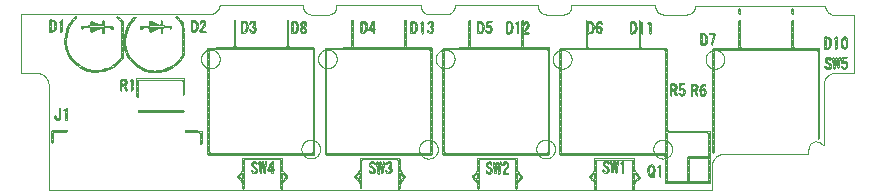
<source format=gto>
G75*
%MOIN*%
%OFA0B0*%
%FSLAX25Y25*%
%IPPOS*%
%LPD*%
%AMOC8*
5,1,8,0,0,1.08239X$1,22.5*
%
%ADD10C,0.00394*%
%ADD11C,0.00000*%
D10*
X0010387Y0007469D02*
X0010387Y0042237D01*
X0010385Y0042365D01*
X0010379Y0042494D01*
X0010370Y0042622D01*
X0010356Y0042749D01*
X0010339Y0042877D01*
X0010317Y0043003D01*
X0010292Y0043129D01*
X0010263Y0043254D01*
X0010231Y0043379D01*
X0010195Y0043502D01*
X0010154Y0043624D01*
X0010111Y0043744D01*
X0010063Y0043864D01*
X0010012Y0043982D01*
X0009958Y0044098D01*
X0009900Y0044213D01*
X0009839Y0044325D01*
X0009774Y0044436D01*
X0009706Y0044545D01*
X0009635Y0044652D01*
X0009560Y0044756D01*
X0009482Y0044859D01*
X0009402Y0044959D01*
X0009318Y0045056D01*
X0009231Y0045151D01*
X0009142Y0045243D01*
X0009050Y0045332D01*
X0008955Y0045419D01*
X0008858Y0045503D01*
X0008758Y0045583D01*
X0008655Y0045661D01*
X0008551Y0045736D01*
X0008444Y0045807D01*
X0008335Y0045875D01*
X0008224Y0045940D01*
X0008112Y0046001D01*
X0007997Y0046059D01*
X0007881Y0046113D01*
X0007763Y0046164D01*
X0007643Y0046212D01*
X0007523Y0046255D01*
X0007401Y0046296D01*
X0007278Y0046332D01*
X0007153Y0046364D01*
X0007028Y0046393D01*
X0006902Y0046418D01*
X0006776Y0046440D01*
X0006648Y0046457D01*
X0006521Y0046471D01*
X0006393Y0046480D01*
X0006264Y0046486D01*
X0006136Y0046488D01*
X0001301Y0046488D01*
X0001301Y0065978D01*
X0063196Y0065978D01*
X0061970Y0064165D02*
X0061204Y0064093D01*
X0060748Y0063476D01*
X0060922Y0062878D01*
X0061250Y0063549D01*
X0061932Y0063701D01*
X0062156Y0062977D01*
X0061850Y0062262D01*
X0061381Y0061628D01*
X0060926Y0060986D01*
X0060534Y0060304D01*
X0061178Y0059979D01*
X0061966Y0059972D01*
X0062741Y0059984D01*
X0062283Y0060386D01*
X0061496Y0060408D01*
X0061415Y0060903D01*
X0062340Y0062178D01*
X0062627Y0062900D01*
X0062548Y0063675D01*
X0061970Y0064165D01*
X0062407Y0063795D02*
X0060984Y0063795D01*
X0061178Y0063403D02*
X0060769Y0063403D01*
X0060883Y0063010D02*
X0060987Y0063010D01*
X0060010Y0062646D02*
X0059829Y0063410D01*
X0059318Y0063988D01*
X0058611Y0064180D01*
X0058529Y0063767D01*
X0059180Y0063477D01*
X0059471Y0062762D01*
X0059492Y0061975D01*
X0059402Y0061194D01*
X0058556Y0060423D01*
X0058263Y0060858D01*
X0058263Y0063221D01*
X0058467Y0063741D01*
X0058514Y0064193D01*
X0057776Y0064202D01*
X0057766Y0063425D01*
X0057766Y0062637D01*
X0057766Y0062055D01*
X0057765Y0060480D01*
X0058043Y0059995D01*
X0058825Y0060085D01*
X0059533Y0060405D01*
X0059912Y0061083D01*
X0060032Y0061860D01*
X0060010Y0062646D01*
X0060011Y0062618D02*
X0059475Y0062618D01*
X0059485Y0062226D02*
X0060022Y0062226D01*
X0060028Y0061834D02*
X0059476Y0061834D01*
X0059431Y0061442D02*
X0059968Y0061442D01*
X0059893Y0061049D02*
X0059244Y0061049D01*
X0059674Y0060657D02*
X0058813Y0060657D01*
X0058398Y0060657D02*
X0057765Y0060657D01*
X0057765Y0061049D02*
X0058263Y0061049D01*
X0058263Y0061442D02*
X0057765Y0061442D01*
X0057765Y0061834D02*
X0058263Y0061834D01*
X0058263Y0062226D02*
X0057766Y0062226D01*
X0057766Y0062618D02*
X0058263Y0062618D01*
X0058263Y0063010D02*
X0057766Y0063010D01*
X0057766Y0063403D02*
X0058334Y0063403D01*
X0058472Y0063795D02*
X0057770Y0063795D01*
X0057776Y0064187D02*
X0058514Y0064187D01*
X0058535Y0063795D02*
X0059488Y0063795D01*
X0059210Y0063403D02*
X0059831Y0063403D01*
X0059924Y0063010D02*
X0059370Y0063010D01*
X0061823Y0062226D02*
X0062359Y0062226D01*
X0062515Y0062618D02*
X0062002Y0062618D01*
X0062146Y0063010D02*
X0062615Y0063010D01*
X0062576Y0063403D02*
X0062024Y0063403D01*
X0055321Y0062179D02*
X0055122Y0062923D01*
X0054702Y0063586D01*
X0054182Y0064178D01*
X0053618Y0064726D01*
X0053026Y0065246D01*
X0052459Y0064987D01*
X0053620Y0063946D01*
X0054162Y0063376D01*
X0054595Y0062721D01*
X0054732Y0061949D01*
X0054765Y0061162D01*
X0054776Y0060374D01*
X0054780Y0052499D01*
X0054413Y0051822D01*
X0053949Y0051186D01*
X0053431Y0050594D01*
X0052878Y0050033D01*
X0052295Y0049504D01*
X0051668Y0049028D01*
X0050999Y0048613D01*
X0050301Y0048249D01*
X0049579Y0047935D01*
X0048837Y0047672D01*
X0048076Y0047468D01*
X0047301Y0047332D01*
X0046517Y0047254D01*
X0045731Y0047219D01*
X0044944Y0047230D01*
X0044162Y0047320D01*
X0043394Y0047492D01*
X0042643Y0047731D01*
X0041915Y0048031D01*
X0041214Y0048388D01*
X0040541Y0048796D01*
X0039899Y0049252D01*
X0039291Y0049752D01*
X0038718Y0050292D01*
X0038183Y0050870D01*
X0037690Y0051484D01*
X0037246Y0052134D01*
X0036857Y0052818D01*
X0036528Y0053533D01*
X0036263Y0054275D01*
X0036068Y0055038D01*
X0035943Y0055815D01*
X0035889Y0056601D01*
X0035904Y0057388D01*
X0035984Y0058171D01*
X0036120Y0058946D01*
X0036303Y0059712D01*
X0036533Y0060465D01*
X0036811Y0061202D01*
X0037138Y0061918D01*
X0037515Y0062609D01*
X0037941Y0063271D01*
X0038417Y0063898D01*
X0038942Y0064485D01*
X0039382Y0065056D01*
X0038819Y0065193D01*
X0038278Y0064622D01*
X0037770Y0064020D01*
X0037312Y0063380D01*
X0036902Y0062708D01*
X0036538Y0062009D01*
X0036222Y0061288D01*
X0035951Y0060549D01*
X0035727Y0059794D01*
X0035548Y0059027D01*
X0035417Y0058251D01*
X0035334Y0057468D01*
X0035307Y0056681D01*
X0035352Y0055895D01*
X0035468Y0055116D01*
X0035650Y0054351D01*
X0035895Y0053602D01*
X0036198Y0052876D01*
X0036554Y0052174D01*
X0036959Y0051499D01*
X0037427Y0050865D01*
X0037951Y0050278D01*
X0038503Y0049716D01*
X0039078Y0049179D01*
X0039682Y0048673D01*
X0040333Y0048232D01*
X0041018Y0047844D01*
X0041727Y0047499D01*
X0042454Y0047199D01*
X0043200Y0046948D01*
X0043964Y0046759D01*
X0044515Y0046678D01*
X0045301Y0046645D01*
X0046089Y0046666D01*
X0046874Y0046724D01*
X0047655Y0046821D01*
X0048428Y0046970D01*
X0049185Y0047185D01*
X0049926Y0047453D01*
X0050645Y0047773D01*
X0051339Y0048145D01*
X0052004Y0048567D01*
X0052635Y0049038D01*
X0053230Y0049553D01*
X0053786Y0050111D01*
X0054300Y0050707D01*
X0054772Y0051338D01*
X0055185Y0052007D01*
X0055327Y0052729D01*
X0055341Y0053516D01*
X0055348Y0055092D01*
X0055344Y0056667D01*
X0055321Y0062179D01*
X0055308Y0062226D02*
X0054682Y0062226D01*
X0054736Y0061834D02*
X0055322Y0061834D01*
X0055324Y0061442D02*
X0054753Y0061442D01*
X0054766Y0061049D02*
X0055325Y0061049D01*
X0055327Y0060657D02*
X0054772Y0060657D01*
X0054776Y0060265D02*
X0055329Y0060265D01*
X0055331Y0059873D02*
X0054776Y0059873D01*
X0054776Y0059481D02*
X0055332Y0059481D01*
X0055334Y0059088D02*
X0054777Y0059088D01*
X0054777Y0058696D02*
X0055336Y0058696D01*
X0055337Y0058304D02*
X0054777Y0058304D01*
X0054777Y0057912D02*
X0055339Y0057912D01*
X0055341Y0057519D02*
X0054778Y0057519D01*
X0054778Y0057127D02*
X0055342Y0057127D01*
X0055344Y0056735D02*
X0054778Y0056735D01*
X0054778Y0056343D02*
X0055345Y0056343D01*
X0055346Y0055951D02*
X0054778Y0055951D01*
X0054779Y0055558D02*
X0055347Y0055558D01*
X0055348Y0055166D02*
X0054779Y0055166D01*
X0054779Y0054774D02*
X0055346Y0054774D01*
X0055345Y0054382D02*
X0054779Y0054382D01*
X0054779Y0053990D02*
X0055343Y0053990D01*
X0055342Y0053597D02*
X0054780Y0053597D01*
X0054780Y0053205D02*
X0055335Y0053205D01*
X0055328Y0052813D02*
X0054780Y0052813D01*
X0054738Y0052421D02*
X0055266Y0052421D01*
X0055189Y0052028D02*
X0054525Y0052028D01*
X0054278Y0051636D02*
X0054956Y0051636D01*
X0054702Y0051244D02*
X0053991Y0051244D01*
X0053656Y0050852D02*
X0054408Y0050852D01*
X0054087Y0050460D02*
X0053299Y0050460D01*
X0052913Y0050067D02*
X0053743Y0050067D01*
X0053352Y0049675D02*
X0052483Y0049675D01*
X0052918Y0049283D02*
X0052003Y0049283D01*
X0052438Y0048891D02*
X0051447Y0048891D01*
X0051896Y0048499D02*
X0050780Y0048499D01*
X0051267Y0048106D02*
X0049974Y0048106D01*
X0050512Y0047714D02*
X0048955Y0047714D01*
X0049563Y0047322D02*
X0047202Y0047322D01*
X0048222Y0046930D02*
X0043274Y0046930D01*
X0044151Y0047322D02*
X0042156Y0047322D01*
X0042695Y0047714D02*
X0041285Y0047714D01*
X0041767Y0048106D02*
X0040555Y0048106D01*
X0041032Y0048499D02*
X0039940Y0048499D01*
X0040408Y0048891D02*
X0039422Y0048891D01*
X0039862Y0049283D02*
X0038966Y0049283D01*
X0038547Y0049675D02*
X0039385Y0049675D01*
X0038957Y0050067D02*
X0038157Y0050067D01*
X0037789Y0050460D02*
X0038563Y0050460D01*
X0038199Y0050852D02*
X0037439Y0050852D01*
X0037147Y0051244D02*
X0037882Y0051244D01*
X0037586Y0051636D02*
X0036877Y0051636D01*
X0036641Y0052028D02*
X0037318Y0052028D01*
X0037083Y0052421D02*
X0036429Y0052421D01*
X0036230Y0052813D02*
X0036860Y0052813D01*
X0036679Y0053205D02*
X0036061Y0053205D01*
X0035897Y0053597D02*
X0036505Y0053597D01*
X0036365Y0053990D02*
X0035768Y0053990D01*
X0035643Y0054382D02*
X0036236Y0054382D01*
X0036136Y0054774D02*
X0035549Y0054774D01*
X0035209Y0054774D02*
X0034629Y0054774D01*
X0034629Y0055166D02*
X0035209Y0055166D01*
X0035460Y0055166D02*
X0036047Y0055166D01*
X0035984Y0055558D02*
X0035402Y0055558D01*
X0035209Y0055558D02*
X0034629Y0055558D01*
X0034629Y0055951D02*
X0035209Y0055951D01*
X0035349Y0055951D02*
X0035934Y0055951D01*
X0035907Y0056343D02*
X0035326Y0056343D01*
X0035209Y0056343D02*
X0034629Y0056343D01*
X0034629Y0056735D02*
X0035209Y0056735D01*
X0035309Y0056735D02*
X0035892Y0056735D01*
X0035899Y0057127D02*
X0035322Y0057127D01*
X0035209Y0057127D02*
X0034629Y0057127D01*
X0034629Y0057519D02*
X0035209Y0057519D01*
X0035340Y0057519D02*
X0035917Y0057519D01*
X0035958Y0057912D02*
X0035381Y0057912D01*
X0035209Y0057912D02*
X0034629Y0057912D01*
X0034629Y0058304D02*
X0035209Y0058304D01*
X0035426Y0058304D02*
X0036007Y0058304D01*
X0036076Y0058696D02*
X0035492Y0058696D01*
X0035209Y0058696D02*
X0034629Y0058696D01*
X0034629Y0059088D02*
X0035209Y0059088D01*
X0035563Y0059088D02*
X0036154Y0059088D01*
X0036247Y0059481D02*
X0035654Y0059481D01*
X0035750Y0059873D02*
X0036352Y0059873D01*
X0036472Y0060265D02*
X0035867Y0060265D01*
X0035991Y0060657D02*
X0036605Y0060657D01*
X0036753Y0061049D02*
X0036135Y0061049D01*
X0036289Y0061442D02*
X0036921Y0061442D01*
X0037100Y0061834D02*
X0036461Y0061834D01*
X0036651Y0062226D02*
X0037306Y0062226D01*
X0037521Y0062618D02*
X0036855Y0062618D01*
X0037086Y0063010D02*
X0037773Y0063010D01*
X0038041Y0063403D02*
X0037328Y0063403D01*
X0037609Y0063795D02*
X0038339Y0063795D01*
X0038675Y0064187D02*
X0037911Y0064187D01*
X0038242Y0064579D02*
X0039015Y0064579D01*
X0039317Y0064971D02*
X0038609Y0064971D01*
X0035209Y0063432D02*
X0034740Y0064033D01*
X0034188Y0064595D01*
X0033612Y0065133D01*
X0033024Y0065455D01*
X0032974Y0064917D01*
X0033570Y0064403D01*
X0034144Y0063864D01*
X0034629Y0063257D01*
X0034629Y0052231D01*
X0034362Y0051527D01*
X0033859Y0050921D01*
X0033309Y0050358D01*
X0032731Y0049823D01*
X0032120Y0049327D01*
X0031462Y0048895D01*
X0030772Y0048516D01*
X0030056Y0048187D01*
X0029319Y0047909D01*
X0028564Y0047687D01*
X0027793Y0047530D01*
X0027011Y0047438D01*
X0026225Y0047391D01*
X0025438Y0047387D01*
X0024653Y0047448D01*
X0023880Y0047600D01*
X0023124Y0047820D01*
X0022390Y0048103D01*
X0021680Y0048443D01*
X0020998Y0048837D01*
X0020347Y0049279D01*
X0019729Y0049767D01*
X0019146Y0050296D01*
X0018598Y0050862D01*
X0018093Y0051466D01*
X0017634Y0052105D01*
X0017228Y0052780D01*
X0016880Y0053487D01*
X0016597Y0054221D01*
X0016381Y0054978D01*
X0016236Y0055752D01*
X0016161Y0056535D01*
X0016156Y0057323D01*
X0016217Y0058107D01*
X0016338Y0058885D01*
X0016507Y0059654D01*
X0016723Y0060411D01*
X0016987Y0061153D01*
X0017300Y0061876D01*
X0017662Y0062575D01*
X0018074Y0063246D01*
X0018535Y0063884D01*
X0019047Y0064482D01*
X0019586Y0065056D01*
X0019242Y0065526D01*
X0018699Y0064956D01*
X0018177Y0064367D01*
X0017704Y0063737D01*
X0017280Y0063073D01*
X0016903Y0062382D01*
X0016573Y0061668D01*
X0016289Y0060933D01*
X0016050Y0060183D01*
X0015859Y0059419D01*
X0015714Y0058645D01*
X0015617Y0057864D01*
X0015571Y0057078D01*
X0015594Y0056291D01*
X0015690Y0055510D01*
X0015853Y0054739D01*
X0016080Y0053986D01*
X0016366Y0053252D01*
X0016707Y0052543D01*
X0017099Y0051860D01*
X0017544Y0051211D01*
X0018056Y0050613D01*
X0018601Y0050044D01*
X0019170Y0049500D01*
X0019764Y0048983D01*
X0020400Y0048520D01*
X0021078Y0048119D01*
X0021780Y0047762D01*
X0022502Y0047448D01*
X0023243Y0047182D01*
X0024002Y0046972D01*
X0024950Y0046822D01*
X0025736Y0046806D01*
X0026523Y0046847D01*
X0027308Y0046911D01*
X0028087Y0047022D01*
X0028858Y0047184D01*
X0029614Y0047403D01*
X0030351Y0047680D01*
X0031064Y0048014D01*
X0031749Y0048402D01*
X0032404Y0048839D01*
X0033027Y0049320D01*
X0033620Y0049838D01*
X0034173Y0050399D01*
X0034675Y0051005D01*
X0035138Y0051642D01*
X0035209Y0052407D01*
X0035209Y0063432D01*
X0035209Y0063403D02*
X0034512Y0063403D01*
X0034629Y0063010D02*
X0035209Y0063010D01*
X0035209Y0062618D02*
X0034629Y0062618D01*
X0034629Y0062226D02*
X0035209Y0062226D01*
X0035209Y0061834D02*
X0034629Y0061834D01*
X0034629Y0061442D02*
X0035209Y0061442D01*
X0035209Y0061049D02*
X0034629Y0061049D01*
X0034629Y0060657D02*
X0035209Y0060657D01*
X0035209Y0060265D02*
X0034629Y0060265D01*
X0034629Y0059873D02*
X0035209Y0059873D01*
X0035209Y0059481D02*
X0034629Y0059481D01*
X0028741Y0059754D02*
X0028741Y0061328D01*
X0029225Y0061631D01*
X0030801Y0061631D01*
X0031147Y0061189D01*
X0031726Y0061019D01*
X0031726Y0061807D01*
X0031343Y0062212D01*
X0028981Y0062212D01*
X0028741Y0062759D01*
X0028741Y0063547D01*
X0028608Y0064202D01*
X0028160Y0063862D01*
X0028159Y0063075D01*
X0028105Y0062295D01*
X0027374Y0062585D01*
X0025924Y0063201D01*
X0025202Y0063517D01*
X0024473Y0063797D01*
X0024182Y0063229D01*
X0024180Y0062441D01*
X0023621Y0062212D01*
X0021259Y0062212D01*
X0021194Y0061489D01*
X0021543Y0061051D01*
X0021816Y0061631D01*
X0024179Y0061631D01*
X0024180Y0060844D01*
X0024335Y0060134D01*
X0025056Y0060266D01*
X0025782Y0060569D01*
X0027943Y0061525D01*
X0028133Y0061008D01*
X0028161Y0059906D01*
X0028741Y0059754D01*
X0028741Y0059873D02*
X0028288Y0059873D01*
X0028152Y0060265D02*
X0028741Y0060265D01*
X0028741Y0060657D02*
X0028142Y0060657D01*
X0028118Y0061049D02*
X0028741Y0061049D01*
X0028922Y0061442D02*
X0027974Y0061442D01*
X0027753Y0061442D02*
X0024179Y0061442D01*
X0024179Y0061049D02*
X0026868Y0061049D01*
X0025982Y0060657D02*
X0024221Y0060657D01*
X0024307Y0060265D02*
X0025051Y0060265D01*
X0021727Y0061442D02*
X0021232Y0061442D01*
X0021225Y0061834D02*
X0031701Y0061834D01*
X0031726Y0061442D02*
X0030949Y0061442D01*
X0031623Y0061049D02*
X0031726Y0061049D01*
X0028974Y0062226D02*
X0023656Y0062226D01*
X0024180Y0062618D02*
X0027297Y0062618D01*
X0028128Y0062618D02*
X0028802Y0062618D01*
X0028741Y0063010D02*
X0028155Y0063010D01*
X0028160Y0063403D02*
X0028741Y0063403D01*
X0028690Y0063795D02*
X0028160Y0063795D01*
X0028588Y0064187D02*
X0028611Y0064187D01*
X0025463Y0063403D02*
X0024271Y0063403D01*
X0024181Y0063010D02*
X0026373Y0063010D01*
X0024478Y0063795D02*
X0024472Y0063795D01*
X0019138Y0064579D02*
X0018365Y0064579D01*
X0018042Y0064187D02*
X0018795Y0064187D01*
X0018471Y0063795D02*
X0017748Y0063795D01*
X0017491Y0063403D02*
X0018187Y0063403D01*
X0017929Y0063010D02*
X0017246Y0063010D01*
X0017032Y0062618D02*
X0017689Y0062618D01*
X0017482Y0062226D02*
X0016831Y0062226D01*
X0016649Y0061834D02*
X0017282Y0061834D01*
X0017112Y0061442D02*
X0016485Y0061442D01*
X0016333Y0061049D02*
X0016950Y0061049D01*
X0016811Y0060657D02*
X0016201Y0060657D01*
X0016077Y0060265D02*
X0016682Y0060265D01*
X0016570Y0059873D02*
X0015973Y0059873D01*
X0015874Y0059481D02*
X0016469Y0059481D01*
X0016383Y0059088D02*
X0015797Y0059088D01*
X0015723Y0058696D02*
X0016309Y0058696D01*
X0016248Y0058304D02*
X0015671Y0058304D01*
X0015623Y0057912D02*
X0016202Y0057912D01*
X0016171Y0057519D02*
X0015596Y0057519D01*
X0015574Y0057127D02*
X0016157Y0057127D01*
X0016160Y0056735D02*
X0015581Y0056735D01*
X0015593Y0056343D02*
X0016179Y0056343D01*
X0016217Y0055951D02*
X0015636Y0055951D01*
X0015684Y0055558D02*
X0016272Y0055558D01*
X0016346Y0055166D02*
X0015762Y0055166D01*
X0015846Y0054774D02*
X0016439Y0054774D01*
X0016551Y0054382D02*
X0015961Y0054382D01*
X0016079Y0053990D02*
X0016686Y0053990D01*
X0016838Y0053597D02*
X0016232Y0053597D01*
X0016389Y0053205D02*
X0017019Y0053205D01*
X0017212Y0052813D02*
X0016578Y0052813D01*
X0016777Y0052421D02*
X0017444Y0052421D01*
X0017689Y0052028D02*
X0017002Y0052028D01*
X0017252Y0051636D02*
X0017971Y0051636D01*
X0018279Y0051244D02*
X0017521Y0051244D01*
X0017851Y0050852D02*
X0018609Y0050852D01*
X0018987Y0050460D02*
X0018203Y0050460D01*
X0018579Y0050067D02*
X0019398Y0050067D01*
X0018987Y0049675D02*
X0019846Y0049675D01*
X0019419Y0049283D02*
X0020343Y0049283D01*
X0019890Y0048891D02*
X0020920Y0048891D01*
X0020437Y0048499D02*
X0021585Y0048499D01*
X0021102Y0048106D02*
X0022382Y0048106D01*
X0021889Y0047714D02*
X0023487Y0047714D01*
X0022853Y0047322D02*
X0029333Y0047322D01*
X0028656Y0047714D02*
X0030424Y0047714D01*
X0029841Y0048106D02*
X0031226Y0048106D01*
X0030733Y0048499D02*
X0031893Y0048499D01*
X0031453Y0048891D02*
X0032471Y0048891D01*
X0032053Y0049283D02*
X0032979Y0049283D01*
X0032549Y0049675D02*
X0033434Y0049675D01*
X0033846Y0050067D02*
X0032995Y0050067D01*
X0033409Y0050460D02*
X0034223Y0050460D01*
X0034548Y0050852D02*
X0033792Y0050852D01*
X0034128Y0051244D02*
X0034848Y0051244D01*
X0035134Y0051636D02*
X0034404Y0051636D01*
X0034552Y0052028D02*
X0035174Y0052028D01*
X0035209Y0052421D02*
X0034629Y0052421D01*
X0034629Y0052813D02*
X0035209Y0052813D01*
X0035209Y0053205D02*
X0034629Y0053205D01*
X0034629Y0053597D02*
X0035209Y0053597D01*
X0035209Y0053990D02*
X0034629Y0053990D01*
X0034629Y0054382D02*
X0035209Y0054382D01*
X0047869Y0059724D02*
X0048312Y0060068D01*
X0048312Y0060856D01*
X0048324Y0061631D01*
X0050687Y0061631D01*
X0050876Y0060970D01*
X0051297Y0061334D01*
X0051297Y0062122D01*
X0050599Y0062212D01*
X0049024Y0062212D01*
X0048312Y0062286D01*
X0048312Y0063862D01*
X0047865Y0064202D01*
X0047731Y0063547D01*
X0047724Y0062760D01*
X0047382Y0062405D01*
X0045929Y0063015D01*
X0045206Y0063327D01*
X0044487Y0063647D01*
X0043790Y0063699D01*
X0043751Y0062913D01*
X0043665Y0062212D01*
X0041303Y0062212D01*
X0040765Y0061962D01*
X0040765Y0061174D01*
X0041341Y0061201D01*
X0041702Y0061631D01*
X0043278Y0061631D01*
X0043750Y0061317D01*
X0043756Y0060529D01*
X0044185Y0060099D01*
X0044919Y0060385D01*
X0045643Y0060694D01*
X0047082Y0061333D01*
X0047693Y0061481D01*
X0047712Y0060693D01*
X0047720Y0060378D01*
X0047869Y0059724D01*
X0047835Y0059873D02*
X0048061Y0059873D01*
X0048312Y0060265D02*
X0047746Y0060265D01*
X0047713Y0060657D02*
X0048312Y0060657D01*
X0048315Y0061049D02*
X0047704Y0061049D01*
X0047694Y0061442D02*
X0048321Y0061442D01*
X0047531Y0061442D02*
X0043563Y0061442D01*
X0043752Y0061049D02*
X0046442Y0061049D01*
X0045556Y0060657D02*
X0043755Y0060657D01*
X0044019Y0060265D02*
X0044611Y0060265D01*
X0041543Y0061442D02*
X0040765Y0061442D01*
X0040765Y0061834D02*
X0051297Y0061834D01*
X0051297Y0061442D02*
X0050741Y0061442D01*
X0050854Y0061049D02*
X0050968Y0061049D01*
X0048888Y0062226D02*
X0043667Y0062226D01*
X0043715Y0062618D02*
X0046874Y0062618D01*
X0047587Y0062618D02*
X0048312Y0062618D01*
X0048312Y0063010D02*
X0047726Y0063010D01*
X0047730Y0063403D02*
X0048312Y0063403D01*
X0048312Y0063795D02*
X0047782Y0063795D01*
X0047862Y0064187D02*
X0047884Y0064187D01*
X0045036Y0063403D02*
X0043775Y0063403D01*
X0043756Y0063010D02*
X0045939Y0063010D01*
X0052914Y0064579D02*
X0053769Y0064579D01*
X0054173Y0064187D02*
X0053351Y0064187D01*
X0053764Y0063795D02*
X0054518Y0063795D01*
X0054818Y0063403D02*
X0054137Y0063403D01*
X0054404Y0063010D02*
X0055066Y0063010D01*
X0055203Y0062618D02*
X0054613Y0062618D01*
X0060737Y0060657D02*
X0061455Y0060657D01*
X0061521Y0061049D02*
X0060971Y0061049D01*
X0061249Y0061442D02*
X0061806Y0061442D01*
X0061533Y0061834D02*
X0062091Y0061834D01*
X0062421Y0060265D02*
X0060611Y0060265D01*
X0059223Y0060265D02*
X0057889Y0060265D01*
X0072029Y0060265D02*
X0072610Y0060265D01*
X0072610Y0060657D02*
X0072029Y0060657D01*
X0072029Y0061049D02*
X0072610Y0061049D01*
X0072610Y0061442D02*
X0072029Y0061442D01*
X0072029Y0061834D02*
X0072610Y0061834D01*
X0072610Y0062226D02*
X0072029Y0062226D01*
X0072029Y0062618D02*
X0072610Y0062618D01*
X0072610Y0063010D02*
X0072029Y0063010D01*
X0072029Y0063403D02*
X0072610Y0063403D01*
X0072610Y0063795D02*
X0072059Y0063795D01*
X0072029Y0063484D02*
X0072029Y0055609D01*
X0071932Y0054917D01*
X0067207Y0054892D01*
X0064845Y0054868D01*
X0064057Y0054855D01*
X0063287Y0054808D01*
X0063268Y0053233D01*
X0063248Y0049296D01*
X0063221Y0037483D01*
X0063219Y0036224D01*
X0063198Y0019686D01*
X0063469Y0019170D01*
X0098907Y0019170D01*
X0098976Y0019835D01*
X0098358Y0020005D01*
X0097892Y0019751D01*
X0064028Y0019751D01*
X0063820Y0020330D01*
X0063820Y0054193D01*
X0064467Y0054333D01*
X0098330Y0054333D01*
X0098401Y0053617D01*
X0098401Y0020078D01*
X0098981Y0019933D01*
X0098981Y0054535D01*
X0098572Y0054914D01*
X0090697Y0054914D01*
X0090273Y0055278D01*
X0090273Y0063940D01*
X0089747Y0064202D01*
X0089693Y0063469D01*
X0089693Y0055594D01*
X0089586Y0054914D01*
X0073048Y0054914D01*
X0072610Y0055263D01*
X0072610Y0063926D01*
X0072098Y0064202D01*
X0072029Y0063484D01*
X0072097Y0064187D02*
X0072126Y0064187D01*
X0074434Y0063573D02*
X0074434Y0061998D01*
X0074434Y0061417D01*
X0074434Y0059841D01*
X0074970Y0059702D01*
X0074932Y0060095D01*
X0074932Y0063196D01*
X0075455Y0063414D01*
X0076020Y0062892D01*
X0076160Y0062124D01*
X0076142Y0061337D01*
X0075978Y0060570D01*
X0075685Y0060225D01*
X0074980Y0060057D01*
X0075066Y0059699D01*
X0075790Y0059832D01*
X0076396Y0060310D01*
X0076647Y0061051D01*
X0076708Y0061835D01*
X0076631Y0062618D01*
X0076070Y0062618D01*
X0076141Y0062226D02*
X0076670Y0062226D01*
X0076631Y0062618D02*
X0076349Y0063347D01*
X0075704Y0063775D01*
X0074925Y0063870D01*
X0074434Y0063573D01*
X0074434Y0063403D02*
X0075429Y0063403D01*
X0075467Y0063403D02*
X0076264Y0063403D01*
X0076479Y0063010D02*
X0075892Y0063010D01*
X0075538Y0063795D02*
X0074801Y0063795D01*
X0074932Y0063010D02*
X0074434Y0063010D01*
X0074434Y0062618D02*
X0074932Y0062618D01*
X0074932Y0062226D02*
X0074434Y0062226D01*
X0074434Y0061834D02*
X0074932Y0061834D01*
X0074932Y0061442D02*
X0074434Y0061442D01*
X0074434Y0061049D02*
X0074932Y0061049D01*
X0074932Y0060657D02*
X0074434Y0060657D01*
X0074434Y0060265D02*
X0074932Y0060265D01*
X0074953Y0059873D02*
X0074434Y0059873D01*
X0075024Y0059873D02*
X0075841Y0059873D01*
X0075719Y0060265D02*
X0076339Y0060265D01*
X0076514Y0060657D02*
X0075997Y0060657D01*
X0076080Y0061049D02*
X0076647Y0061049D01*
X0076677Y0061442D02*
X0076144Y0061442D01*
X0076153Y0061834D02*
X0076708Y0061834D01*
X0077189Y0060905D02*
X0077401Y0060167D01*
X0077790Y0059804D01*
X0078565Y0059751D01*
X0079183Y0060197D01*
X0079382Y0060948D01*
X0079027Y0061628D01*
X0079034Y0062142D01*
X0079308Y0062864D01*
X0079015Y0063584D01*
X0078308Y0063870D01*
X0077604Y0063582D01*
X0077290Y0062868D01*
X0077804Y0062975D01*
X0078303Y0063509D01*
X0078807Y0062984D01*
X0078628Y0062247D01*
X0078178Y0061726D01*
X0078791Y0061323D01*
X0078830Y0060549D01*
X0078242Y0060141D01*
X0077700Y0060612D01*
X0077189Y0060905D01*
X0077260Y0060657D02*
X0077621Y0060657D01*
X0077373Y0060265D02*
X0078099Y0060265D01*
X0078420Y0060265D02*
X0079201Y0060265D01*
X0079305Y0060657D02*
X0078825Y0060657D01*
X0078805Y0061049D02*
X0079329Y0061049D01*
X0079124Y0061442D02*
X0078610Y0061442D01*
X0078271Y0061834D02*
X0079030Y0061834D01*
X0079066Y0062226D02*
X0078609Y0062226D01*
X0078718Y0062618D02*
X0079214Y0062618D01*
X0079248Y0063010D02*
X0078782Y0063010D01*
X0079089Y0063403D02*
X0078405Y0063403D01*
X0078204Y0063403D02*
X0077525Y0063403D01*
X0077353Y0063010D02*
X0077837Y0063010D01*
X0078125Y0063795D02*
X0078493Y0063795D01*
X0089693Y0063403D02*
X0090273Y0063403D01*
X0090273Y0063795D02*
X0089717Y0063795D01*
X0089746Y0064187D02*
X0089777Y0064187D01*
X0091269Y0063500D02*
X0091269Y0061925D01*
X0091269Y0061343D01*
X0091269Y0059768D01*
X0091795Y0059620D01*
X0091767Y0060003D01*
X0091766Y0063104D01*
X0092281Y0063334D01*
X0092850Y0062818D01*
X0092994Y0062051D01*
X0092977Y0061264D01*
X0092816Y0060496D01*
X0092528Y0060147D01*
X0091815Y0059966D01*
X0091891Y0059615D01*
X0092615Y0059746D01*
X0093226Y0060219D01*
X0093480Y0060959D01*
X0093542Y0061743D01*
X0093468Y0062525D01*
X0093189Y0063256D01*
X0092548Y0063689D01*
X0091770Y0063787D01*
X0091269Y0063500D01*
X0091269Y0063403D02*
X0092972Y0063403D01*
X0093283Y0063010D02*
X0092638Y0063010D01*
X0092888Y0062618D02*
X0093433Y0062618D01*
X0093497Y0062226D02*
X0092961Y0062226D01*
X0092989Y0061834D02*
X0093534Y0061834D01*
X0093519Y0061442D02*
X0092981Y0061442D01*
X0092932Y0061049D02*
X0093488Y0061049D01*
X0093377Y0060657D02*
X0092850Y0060657D01*
X0092626Y0060265D02*
X0093242Y0060265D01*
X0092779Y0059873D02*
X0091835Y0059873D01*
X0091776Y0059873D02*
X0091269Y0059873D01*
X0091269Y0060265D02*
X0091767Y0060265D01*
X0091767Y0060657D02*
X0091269Y0060657D01*
X0091269Y0061049D02*
X0091767Y0061049D01*
X0091767Y0061442D02*
X0091269Y0061442D01*
X0091269Y0061834D02*
X0091767Y0061834D01*
X0091767Y0062226D02*
X0091269Y0062226D01*
X0091269Y0062618D02*
X0091767Y0062618D01*
X0091766Y0063010D02*
X0091269Y0063010D01*
X0090273Y0063010D02*
X0089693Y0063010D01*
X0089693Y0062618D02*
X0090273Y0062618D01*
X0090273Y0062226D02*
X0089693Y0062226D01*
X0089693Y0061834D02*
X0090273Y0061834D01*
X0090273Y0061442D02*
X0089693Y0061442D01*
X0089693Y0061049D02*
X0090273Y0061049D01*
X0090273Y0060657D02*
X0089693Y0060657D01*
X0089693Y0060265D02*
X0090273Y0060265D01*
X0090273Y0059873D02*
X0089693Y0059873D01*
X0089693Y0059481D02*
X0090273Y0059481D01*
X0090273Y0059088D02*
X0089693Y0059088D01*
X0089693Y0058696D02*
X0090273Y0058696D01*
X0090273Y0058304D02*
X0089693Y0058304D01*
X0089693Y0057912D02*
X0090273Y0057912D01*
X0090273Y0057519D02*
X0089693Y0057519D01*
X0089693Y0057127D02*
X0090273Y0057127D01*
X0090273Y0056735D02*
X0089693Y0056735D01*
X0089693Y0056343D02*
X0090273Y0056343D01*
X0090273Y0055951D02*
X0089693Y0055951D01*
X0089687Y0055558D02*
X0090273Y0055558D01*
X0090403Y0055166D02*
X0089625Y0055166D01*
X0098364Y0053990D02*
X0098981Y0053990D01*
X0098981Y0054382D02*
X0063282Y0054382D01*
X0063286Y0054774D02*
X0098723Y0054774D01*
X0098981Y0053597D02*
X0098401Y0053597D01*
X0098401Y0053205D02*
X0098981Y0053205D01*
X0098981Y0052813D02*
X0098401Y0052813D01*
X0098401Y0052421D02*
X0098981Y0052421D01*
X0098981Y0052028D02*
X0098401Y0052028D01*
X0098401Y0051636D02*
X0098981Y0051636D01*
X0098981Y0051244D02*
X0098401Y0051244D01*
X0098401Y0050852D02*
X0098981Y0050852D01*
X0098981Y0050460D02*
X0098401Y0050460D01*
X0098401Y0050067D02*
X0098981Y0050067D01*
X0098981Y0049675D02*
X0098401Y0049675D01*
X0098401Y0049283D02*
X0098981Y0049283D01*
X0098981Y0048891D02*
X0098401Y0048891D01*
X0098401Y0048499D02*
X0098981Y0048499D01*
X0098981Y0048106D02*
X0098401Y0048106D01*
X0098401Y0047714D02*
X0098981Y0047714D01*
X0098981Y0047322D02*
X0098401Y0047322D01*
X0098401Y0046930D02*
X0098981Y0046930D01*
X0098981Y0046538D02*
X0098401Y0046538D01*
X0098401Y0046145D02*
X0098981Y0046145D01*
X0098981Y0045753D02*
X0098401Y0045753D01*
X0098401Y0045361D02*
X0098981Y0045361D01*
X0098981Y0044969D02*
X0098401Y0044969D01*
X0098401Y0044576D02*
X0098981Y0044576D01*
X0098981Y0044184D02*
X0098401Y0044184D01*
X0098401Y0043792D02*
X0098981Y0043792D01*
X0098981Y0043400D02*
X0098401Y0043400D01*
X0098401Y0043008D02*
X0098981Y0043008D01*
X0098981Y0042615D02*
X0098401Y0042615D01*
X0098401Y0042223D02*
X0098981Y0042223D01*
X0098981Y0041831D02*
X0098401Y0041831D01*
X0098401Y0041439D02*
X0098981Y0041439D01*
X0098981Y0041047D02*
X0098401Y0041047D01*
X0098401Y0040654D02*
X0098981Y0040654D01*
X0098981Y0040262D02*
X0098401Y0040262D01*
X0098401Y0039870D02*
X0098981Y0039870D01*
X0098981Y0039478D02*
X0098401Y0039478D01*
X0098401Y0039085D02*
X0098981Y0039085D01*
X0098981Y0038693D02*
X0098401Y0038693D01*
X0098401Y0038301D02*
X0098981Y0038301D01*
X0098981Y0037909D02*
X0098401Y0037909D01*
X0098401Y0037517D02*
X0098981Y0037517D01*
X0098981Y0037124D02*
X0098401Y0037124D01*
X0098401Y0036732D02*
X0098981Y0036732D01*
X0098981Y0036340D02*
X0098401Y0036340D01*
X0098401Y0035948D02*
X0098981Y0035948D01*
X0098981Y0035556D02*
X0098401Y0035556D01*
X0098401Y0035163D02*
X0098981Y0035163D01*
X0098981Y0034771D02*
X0098401Y0034771D01*
X0098401Y0034379D02*
X0098981Y0034379D01*
X0098981Y0033987D02*
X0098401Y0033987D01*
X0098401Y0033595D02*
X0098981Y0033595D01*
X0098981Y0033202D02*
X0098401Y0033202D01*
X0098401Y0032810D02*
X0098981Y0032810D01*
X0098981Y0032418D02*
X0098401Y0032418D01*
X0098401Y0032026D02*
X0098981Y0032026D01*
X0098981Y0031633D02*
X0098401Y0031633D01*
X0098401Y0031241D02*
X0098981Y0031241D01*
X0098981Y0030849D02*
X0098401Y0030849D01*
X0098401Y0030457D02*
X0098981Y0030457D01*
X0098981Y0030065D02*
X0098401Y0030065D01*
X0098401Y0029672D02*
X0098981Y0029672D01*
X0098981Y0029280D02*
X0098401Y0029280D01*
X0098401Y0028888D02*
X0098981Y0028888D01*
X0098981Y0028496D02*
X0098401Y0028496D01*
X0098401Y0028104D02*
X0098981Y0028104D01*
X0098981Y0027711D02*
X0098401Y0027711D01*
X0098401Y0027319D02*
X0098981Y0027319D01*
X0098981Y0026927D02*
X0098401Y0026927D01*
X0098401Y0026535D02*
X0098981Y0026535D01*
X0098981Y0026142D02*
X0098401Y0026142D01*
X0098401Y0025750D02*
X0098981Y0025750D01*
X0098981Y0025358D02*
X0098401Y0025358D01*
X0098401Y0024966D02*
X0098981Y0024966D01*
X0098981Y0024574D02*
X0098401Y0024574D01*
X0098401Y0024181D02*
X0098981Y0024181D01*
X0098981Y0023789D02*
X0098401Y0023789D01*
X0098401Y0023397D02*
X0098981Y0023397D01*
X0098981Y0023005D02*
X0098401Y0023005D01*
X0098401Y0022613D02*
X0098981Y0022613D01*
X0098981Y0022220D02*
X0098401Y0022220D01*
X0098401Y0021828D02*
X0098981Y0021828D01*
X0098981Y0021436D02*
X0098401Y0021436D01*
X0098401Y0021044D02*
X0098981Y0021044D01*
X0098981Y0020652D02*
X0098401Y0020652D01*
X0098401Y0020259D02*
X0098981Y0020259D01*
X0098860Y0019867D02*
X0098104Y0019867D01*
X0098938Y0019475D02*
X0063309Y0019475D01*
X0063198Y0019867D02*
X0063987Y0019867D01*
X0063845Y0020259D02*
X0063198Y0020259D01*
X0063199Y0020652D02*
X0063820Y0020652D01*
X0063820Y0021044D02*
X0063199Y0021044D01*
X0063200Y0021436D02*
X0063820Y0021436D01*
X0063820Y0021828D02*
X0063200Y0021828D01*
X0063201Y0022220D02*
X0063820Y0022220D01*
X0063820Y0022613D02*
X0063202Y0022613D01*
X0063202Y0023005D02*
X0063820Y0023005D01*
X0063820Y0023397D02*
X0063202Y0023397D01*
X0063203Y0023789D02*
X0063820Y0023789D01*
X0063820Y0024181D02*
X0063204Y0024181D01*
X0063204Y0024574D02*
X0063820Y0024574D01*
X0063820Y0024966D02*
X0063205Y0024966D01*
X0063205Y0025358D02*
X0063820Y0025358D01*
X0063820Y0025750D02*
X0063206Y0025750D01*
X0063206Y0026142D02*
X0063820Y0026142D01*
X0063820Y0026535D02*
X0063207Y0026535D01*
X0063207Y0026927D02*
X0063820Y0026927D01*
X0063820Y0027319D02*
X0063208Y0027319D01*
X0063208Y0027711D02*
X0063820Y0027711D01*
X0063820Y0028104D02*
X0063209Y0028104D01*
X0063209Y0028496D02*
X0063820Y0028496D01*
X0063820Y0028888D02*
X0063210Y0028888D01*
X0063210Y0029280D02*
X0063820Y0029280D01*
X0063820Y0029672D02*
X0063211Y0029672D01*
X0063211Y0030065D02*
X0063820Y0030065D01*
X0063820Y0030457D02*
X0063212Y0030457D01*
X0063212Y0030849D02*
X0063820Y0030849D01*
X0063820Y0031241D02*
X0063213Y0031241D01*
X0063213Y0031633D02*
X0063820Y0031633D01*
X0063820Y0032026D02*
X0063214Y0032026D01*
X0063214Y0032418D02*
X0063820Y0032418D01*
X0063820Y0032810D02*
X0063215Y0032810D01*
X0063215Y0033202D02*
X0063820Y0033202D01*
X0063820Y0033595D02*
X0063216Y0033595D01*
X0063216Y0033987D02*
X0063820Y0033987D01*
X0063820Y0034379D02*
X0063217Y0034379D01*
X0063217Y0034771D02*
X0063820Y0034771D01*
X0063820Y0035163D02*
X0063218Y0035163D01*
X0063218Y0035556D02*
X0063820Y0035556D01*
X0063820Y0035948D02*
X0063219Y0035948D01*
X0063219Y0036340D02*
X0063820Y0036340D01*
X0063820Y0036732D02*
X0063220Y0036732D01*
X0063220Y0037124D02*
X0063820Y0037124D01*
X0063820Y0037517D02*
X0063221Y0037517D01*
X0063222Y0037909D02*
X0063820Y0037909D01*
X0063820Y0038301D02*
X0063223Y0038301D01*
X0063224Y0038693D02*
X0063820Y0038693D01*
X0063820Y0039085D02*
X0063225Y0039085D01*
X0063226Y0039478D02*
X0063820Y0039478D01*
X0063820Y0039870D02*
X0063227Y0039870D01*
X0063228Y0040262D02*
X0063820Y0040262D01*
X0063820Y0040654D02*
X0063228Y0040654D01*
X0063229Y0041047D02*
X0063820Y0041047D01*
X0063820Y0041439D02*
X0063230Y0041439D01*
X0063231Y0041831D02*
X0063820Y0041831D01*
X0063820Y0042223D02*
X0063232Y0042223D01*
X0063233Y0042615D02*
X0063820Y0042615D01*
X0063820Y0043008D02*
X0063234Y0043008D01*
X0063235Y0043400D02*
X0063820Y0043400D01*
X0063820Y0043792D02*
X0063236Y0043792D01*
X0063237Y0044184D02*
X0063820Y0044184D01*
X0063820Y0044576D02*
X0063238Y0044576D01*
X0063238Y0044969D02*
X0063820Y0044969D01*
X0063820Y0045361D02*
X0063239Y0045361D01*
X0063240Y0045753D02*
X0063820Y0045753D01*
X0063820Y0046145D02*
X0063241Y0046145D01*
X0063242Y0046538D02*
X0063820Y0046538D01*
X0063820Y0046930D02*
X0063243Y0046930D01*
X0063244Y0047322D02*
X0063820Y0047322D01*
X0063820Y0047714D02*
X0063245Y0047714D01*
X0063246Y0048106D02*
X0063820Y0048106D01*
X0063820Y0048499D02*
X0063247Y0048499D01*
X0063248Y0048891D02*
X0063820Y0048891D01*
X0063820Y0049283D02*
X0063248Y0049283D01*
X0063250Y0049675D02*
X0063820Y0049675D01*
X0063820Y0050067D02*
X0063252Y0050067D01*
X0063254Y0050460D02*
X0063820Y0050460D01*
X0063820Y0050852D02*
X0063256Y0050852D01*
X0063258Y0051244D02*
X0063820Y0051244D01*
X0063820Y0051636D02*
X0063260Y0051636D01*
X0063262Y0052028D02*
X0063820Y0052028D01*
X0063820Y0052421D02*
X0063264Y0052421D01*
X0063266Y0052813D02*
X0063820Y0052813D01*
X0063820Y0053205D02*
X0063268Y0053205D01*
X0063272Y0053597D02*
X0063820Y0053597D01*
X0063820Y0053990D02*
X0063277Y0053990D01*
X0071967Y0055166D02*
X0072731Y0055166D01*
X0072610Y0055558D02*
X0072022Y0055558D01*
X0072029Y0055951D02*
X0072610Y0055951D01*
X0072610Y0056343D02*
X0072029Y0056343D01*
X0072029Y0056735D02*
X0072610Y0056735D01*
X0072610Y0057127D02*
X0072029Y0057127D01*
X0072029Y0057519D02*
X0072610Y0057519D01*
X0072610Y0057912D02*
X0072029Y0057912D01*
X0072029Y0058304D02*
X0072610Y0058304D01*
X0072610Y0058696D02*
X0072029Y0058696D01*
X0072029Y0059088D02*
X0072610Y0059088D01*
X0072610Y0059481D02*
X0072029Y0059481D01*
X0072029Y0059873D02*
X0072610Y0059873D01*
X0077716Y0059873D02*
X0078733Y0059873D01*
X0094033Y0060593D02*
X0094719Y0059674D01*
X0095501Y0059684D01*
X0096100Y0060151D01*
X0096234Y0060914D01*
X0095864Y0061538D01*
X0095583Y0061285D01*
X0095731Y0060582D01*
X0095562Y0060201D01*
X0094856Y0060110D01*
X0094536Y0060797D01*
X0094870Y0061475D01*
X0095525Y0061343D01*
X0095853Y0061628D01*
X0096020Y0062188D01*
X0096116Y0062945D01*
X0095700Y0063599D01*
X0094959Y0063768D01*
X0094330Y0063342D01*
X0094184Y0062580D01*
X0094468Y0061925D01*
X0094744Y0062199D01*
X0094631Y0062911D01*
X0095153Y0063408D01*
X0095640Y0062866D01*
X0095454Y0062067D01*
X0094801Y0062145D01*
X0094465Y0061836D01*
X0094210Y0061343D01*
X0094033Y0060593D01*
X0094048Y0060657D02*
X0094601Y0060657D01*
X0094660Y0061049D02*
X0094141Y0061049D01*
X0094261Y0061442D02*
X0094853Y0061442D01*
X0095036Y0061442D02*
X0095638Y0061442D01*
X0095757Y0061442D02*
X0095922Y0061442D01*
X0095915Y0061834D02*
X0094464Y0061834D01*
X0094337Y0062226D02*
X0094740Y0062226D01*
X0094677Y0062618D02*
X0094191Y0062618D01*
X0094266Y0063010D02*
X0094735Y0063010D01*
X0094419Y0063403D02*
X0095147Y0063403D01*
X0095158Y0063403D02*
X0095825Y0063403D01*
X0096074Y0063010D02*
X0095510Y0063010D01*
X0095582Y0062618D02*
X0096074Y0062618D01*
X0096025Y0062226D02*
X0095491Y0062226D01*
X0095633Y0061049D02*
X0096154Y0061049D01*
X0096189Y0060657D02*
X0095715Y0060657D01*
X0095590Y0060265D02*
X0096120Y0060265D01*
X0095743Y0059873D02*
X0094571Y0059873D01*
X0094784Y0060265D02*
X0094278Y0060265D01*
X0111172Y0060265D02*
X0111752Y0060265D01*
X0111752Y0060657D02*
X0111172Y0060657D01*
X0111172Y0061049D02*
X0111752Y0061049D01*
X0111752Y0061442D02*
X0111172Y0061442D01*
X0111172Y0061834D02*
X0111752Y0061834D01*
X0111752Y0062226D02*
X0111172Y0062226D01*
X0111172Y0062618D02*
X0111752Y0062618D01*
X0111752Y0063010D02*
X0111172Y0063010D01*
X0111172Y0063403D02*
X0111752Y0063403D01*
X0111752Y0063795D02*
X0111172Y0063795D01*
X0111172Y0064075D02*
X0111172Y0055412D01*
X0110879Y0054916D01*
X0105366Y0054884D01*
X0103053Y0054851D01*
X0103067Y0054333D01*
X0136881Y0054333D01*
X0137543Y0054208D01*
X0137543Y0019833D01*
X0136838Y0019751D01*
X0102975Y0019751D01*
X0102962Y0020526D01*
X0102962Y0053602D01*
X0103014Y0054284D01*
X0102958Y0054832D01*
X0102424Y0054612D01*
X0102409Y0053037D01*
X0102393Y0049887D01*
X0102363Y0037287D01*
X0102362Y0036815D01*
X0102340Y0019490D01*
X0102808Y0019170D01*
X0137458Y0019170D01*
X0138123Y0019293D01*
X0138123Y0054731D01*
X0137518Y0054914D01*
X0129643Y0054914D01*
X0129416Y0055474D01*
X0129416Y0064136D01*
X0128835Y0064060D01*
X0128835Y0055398D01*
X0128532Y0054914D01*
X0111994Y0054914D01*
X0111752Y0055459D01*
X0111752Y0064122D01*
X0111172Y0064075D01*
X0114275Y0063403D02*
X0114844Y0063403D01*
X0114853Y0063455D02*
X0115579Y0063221D01*
X0115933Y0062536D01*
X0115969Y0061750D01*
X0115898Y0060966D01*
X0115565Y0060271D01*
X0115180Y0060130D01*
X0115241Y0059752D01*
X0115926Y0060006D01*
X0116356Y0060650D01*
X0116499Y0061423D01*
X0116495Y0062209D01*
X0116340Y0062980D01*
X0115883Y0063601D01*
X0115143Y0063850D01*
X0114356Y0063870D01*
X0114240Y0063199D01*
X0114240Y0062411D01*
X0114240Y0061042D01*
X0114240Y0060254D01*
X0114412Y0059654D01*
X0115146Y0059729D01*
X0115095Y0060143D01*
X0114737Y0060420D01*
X0114737Y0062783D01*
X0114853Y0063455D01*
X0115016Y0063403D02*
X0116029Y0063403D01*
X0116318Y0063010D02*
X0115688Y0063010D01*
X0115890Y0062618D02*
X0116413Y0062618D01*
X0116492Y0062226D02*
X0115947Y0062226D01*
X0115966Y0061834D02*
X0116497Y0061834D01*
X0116499Y0061442D02*
X0115941Y0061442D01*
X0115906Y0061049D02*
X0116430Y0061049D01*
X0116357Y0060657D02*
X0115750Y0060657D01*
X0115549Y0060265D02*
X0116099Y0060265D01*
X0115568Y0059873D02*
X0115222Y0059873D01*
X0115128Y0059873D02*
X0114349Y0059873D01*
X0114240Y0060265D02*
X0114938Y0060265D01*
X0114737Y0060657D02*
X0114240Y0060657D01*
X0114240Y0061049D02*
X0114737Y0061049D01*
X0114737Y0061442D02*
X0114240Y0061442D01*
X0114240Y0061834D02*
X0114737Y0061834D01*
X0114737Y0062226D02*
X0114240Y0062226D01*
X0114240Y0062618D02*
X0114737Y0062618D01*
X0114776Y0063010D02*
X0114240Y0063010D01*
X0114343Y0063795D02*
X0115308Y0063795D01*
X0117857Y0062896D02*
X0117507Y0062191D01*
X0117192Y0061523D01*
X0117533Y0061292D01*
X0117853Y0061958D01*
X0118217Y0062656D01*
X0118361Y0062396D01*
X0118376Y0061608D01*
X0118121Y0061066D01*
X0117559Y0061234D01*
X0117156Y0061432D01*
X0116934Y0060743D01*
X0118386Y0060538D01*
X0118386Y0059800D01*
X0118884Y0059770D01*
X0118910Y0060556D01*
X0119219Y0061033D01*
X0118884Y0061501D01*
X0118884Y0063863D01*
X0118226Y0063593D01*
X0117857Y0062896D01*
X0117918Y0063010D02*
X0118884Y0063010D01*
X0118884Y0062618D02*
X0118238Y0062618D01*
X0118198Y0062618D02*
X0117719Y0062618D01*
X0117524Y0062226D02*
X0117993Y0062226D01*
X0118364Y0062226D02*
X0118884Y0062226D01*
X0118884Y0061834D02*
X0118372Y0061834D01*
X0118297Y0061442D02*
X0118926Y0061442D01*
X0119208Y0061049D02*
X0117032Y0061049D01*
X0117313Y0061442D02*
X0117605Y0061442D01*
X0117794Y0061834D02*
X0117338Y0061834D01*
X0117541Y0060657D02*
X0118975Y0060657D01*
X0118900Y0060265D02*
X0118386Y0060265D01*
X0118386Y0059873D02*
X0118887Y0059873D01*
X0111752Y0059873D02*
X0111172Y0059873D01*
X0111172Y0059481D02*
X0111752Y0059481D01*
X0111752Y0059088D02*
X0111172Y0059088D01*
X0111172Y0058696D02*
X0111752Y0058696D01*
X0111752Y0058304D02*
X0111172Y0058304D01*
X0111172Y0057912D02*
X0111752Y0057912D01*
X0111752Y0057519D02*
X0111172Y0057519D01*
X0111172Y0057127D02*
X0111752Y0057127D01*
X0111752Y0056735D02*
X0111172Y0056735D01*
X0111172Y0056343D02*
X0111752Y0056343D01*
X0111752Y0055951D02*
X0111172Y0055951D01*
X0111172Y0055558D02*
X0111752Y0055558D01*
X0111882Y0055166D02*
X0111026Y0055166D01*
X0103055Y0054774D02*
X0137981Y0054774D01*
X0138123Y0054382D02*
X0103066Y0054382D01*
X0103004Y0054382D02*
X0102422Y0054382D01*
X0102418Y0053990D02*
X0102992Y0053990D01*
X0102962Y0053597D02*
X0102415Y0053597D01*
X0102411Y0053205D02*
X0102962Y0053205D01*
X0102962Y0052813D02*
X0102408Y0052813D01*
X0102406Y0052421D02*
X0102962Y0052421D01*
X0102962Y0052028D02*
X0102404Y0052028D01*
X0102402Y0051636D02*
X0102962Y0051636D01*
X0102962Y0051244D02*
X0102400Y0051244D01*
X0102398Y0050852D02*
X0102962Y0050852D01*
X0102962Y0050460D02*
X0102396Y0050460D01*
X0102394Y0050067D02*
X0102962Y0050067D01*
X0102962Y0049675D02*
X0102393Y0049675D01*
X0102392Y0049283D02*
X0102962Y0049283D01*
X0102962Y0048891D02*
X0102391Y0048891D01*
X0102390Y0048499D02*
X0102962Y0048499D01*
X0102962Y0048106D02*
X0102389Y0048106D01*
X0102388Y0047714D02*
X0102962Y0047714D01*
X0102962Y0047322D02*
X0102387Y0047322D01*
X0102386Y0046930D02*
X0102962Y0046930D01*
X0102962Y0046538D02*
X0102385Y0046538D01*
X0102384Y0046145D02*
X0102962Y0046145D01*
X0102962Y0045753D02*
X0102383Y0045753D01*
X0102382Y0045361D02*
X0102962Y0045361D01*
X0102962Y0044969D02*
X0102381Y0044969D01*
X0102380Y0044576D02*
X0102962Y0044576D01*
X0102962Y0044184D02*
X0102380Y0044184D01*
X0102379Y0043792D02*
X0102962Y0043792D01*
X0102962Y0043400D02*
X0102378Y0043400D01*
X0102377Y0043008D02*
X0102962Y0043008D01*
X0102962Y0042615D02*
X0102376Y0042615D01*
X0102375Y0042223D02*
X0102962Y0042223D01*
X0102962Y0041831D02*
X0102374Y0041831D01*
X0102373Y0041439D02*
X0102962Y0041439D01*
X0102962Y0041047D02*
X0102372Y0041047D01*
X0102371Y0040654D02*
X0102962Y0040654D01*
X0102962Y0040262D02*
X0102370Y0040262D01*
X0102369Y0039870D02*
X0102962Y0039870D01*
X0102962Y0039478D02*
X0102368Y0039478D01*
X0102367Y0039085D02*
X0102962Y0039085D01*
X0102962Y0038693D02*
X0102366Y0038693D01*
X0102365Y0038301D02*
X0102962Y0038301D01*
X0102962Y0037909D02*
X0102364Y0037909D01*
X0102364Y0037517D02*
X0102962Y0037517D01*
X0102962Y0037124D02*
X0102363Y0037124D01*
X0102362Y0036732D02*
X0102962Y0036732D01*
X0102962Y0036340D02*
X0102361Y0036340D01*
X0102361Y0035948D02*
X0102962Y0035948D01*
X0102962Y0035556D02*
X0102360Y0035556D01*
X0102360Y0035163D02*
X0102962Y0035163D01*
X0102962Y0034771D02*
X0102359Y0034771D01*
X0102359Y0034379D02*
X0102962Y0034379D01*
X0102962Y0033987D02*
X0102358Y0033987D01*
X0102358Y0033595D02*
X0102962Y0033595D01*
X0102962Y0033202D02*
X0102357Y0033202D01*
X0102357Y0032810D02*
X0102962Y0032810D01*
X0102962Y0032418D02*
X0102356Y0032418D01*
X0102356Y0032026D02*
X0102962Y0032026D01*
X0102962Y0031633D02*
X0102355Y0031633D01*
X0102355Y0031241D02*
X0102962Y0031241D01*
X0102962Y0030849D02*
X0102354Y0030849D01*
X0102354Y0030457D02*
X0102962Y0030457D01*
X0102962Y0030065D02*
X0102353Y0030065D01*
X0102353Y0029672D02*
X0102962Y0029672D01*
X0102962Y0029280D02*
X0102352Y0029280D01*
X0102352Y0028888D02*
X0102962Y0028888D01*
X0102962Y0028496D02*
X0102351Y0028496D01*
X0102351Y0028104D02*
X0102962Y0028104D01*
X0102962Y0027711D02*
X0102350Y0027711D01*
X0102350Y0027319D02*
X0102962Y0027319D01*
X0102962Y0026927D02*
X0102349Y0026927D01*
X0102349Y0026535D02*
X0102962Y0026535D01*
X0102962Y0026142D02*
X0102348Y0026142D01*
X0102348Y0025750D02*
X0102962Y0025750D01*
X0102962Y0025358D02*
X0102347Y0025358D01*
X0102347Y0024966D02*
X0102962Y0024966D01*
X0102962Y0024574D02*
X0102346Y0024574D01*
X0102346Y0024181D02*
X0102962Y0024181D01*
X0102962Y0023789D02*
X0102345Y0023789D01*
X0102345Y0023397D02*
X0102962Y0023397D01*
X0102962Y0023005D02*
X0102344Y0023005D01*
X0102344Y0022613D02*
X0102962Y0022613D01*
X0102962Y0022220D02*
X0102343Y0022220D01*
X0102343Y0021828D02*
X0102962Y0021828D01*
X0102962Y0021436D02*
X0102342Y0021436D01*
X0102342Y0021044D02*
X0102962Y0021044D01*
X0102962Y0020652D02*
X0102341Y0020652D01*
X0102341Y0020259D02*
X0102966Y0020259D01*
X0102973Y0019867D02*
X0102340Y0019867D01*
X0102361Y0019475D02*
X0138123Y0019475D01*
X0138123Y0019867D02*
X0137543Y0019867D01*
X0137543Y0020259D02*
X0138123Y0020259D01*
X0138123Y0020652D02*
X0137543Y0020652D01*
X0137543Y0021044D02*
X0138123Y0021044D01*
X0138123Y0021436D02*
X0137543Y0021436D01*
X0137543Y0021828D02*
X0138123Y0021828D01*
X0138123Y0022220D02*
X0137543Y0022220D01*
X0137543Y0022613D02*
X0138123Y0022613D01*
X0138123Y0023005D02*
X0137543Y0023005D01*
X0137543Y0023397D02*
X0138123Y0023397D01*
X0138123Y0023789D02*
X0137543Y0023789D01*
X0137543Y0024181D02*
X0138123Y0024181D01*
X0138123Y0024574D02*
X0137543Y0024574D01*
X0137543Y0024966D02*
X0138123Y0024966D01*
X0138123Y0025358D02*
X0137543Y0025358D01*
X0137543Y0025750D02*
X0138123Y0025750D01*
X0138123Y0026142D02*
X0137543Y0026142D01*
X0137543Y0026535D02*
X0138123Y0026535D01*
X0138123Y0026927D02*
X0137543Y0026927D01*
X0137543Y0027319D02*
X0138123Y0027319D01*
X0138123Y0027711D02*
X0137543Y0027711D01*
X0137543Y0028104D02*
X0138123Y0028104D01*
X0138123Y0028496D02*
X0137543Y0028496D01*
X0137543Y0028888D02*
X0138123Y0028888D01*
X0138123Y0029280D02*
X0137543Y0029280D01*
X0137543Y0029672D02*
X0138123Y0029672D01*
X0138123Y0030065D02*
X0137543Y0030065D01*
X0137543Y0030457D02*
X0138123Y0030457D01*
X0138123Y0030849D02*
X0137543Y0030849D01*
X0137543Y0031241D02*
X0138123Y0031241D01*
X0138123Y0031633D02*
X0137543Y0031633D01*
X0137543Y0032026D02*
X0138123Y0032026D01*
X0138123Y0032418D02*
X0137543Y0032418D01*
X0137543Y0032810D02*
X0138123Y0032810D01*
X0138123Y0033202D02*
X0137543Y0033202D01*
X0137543Y0033595D02*
X0138123Y0033595D01*
X0138123Y0033987D02*
X0137543Y0033987D01*
X0137543Y0034379D02*
X0138123Y0034379D01*
X0138123Y0034771D02*
X0137543Y0034771D01*
X0137543Y0035163D02*
X0138123Y0035163D01*
X0138123Y0035556D02*
X0137543Y0035556D01*
X0137543Y0035948D02*
X0138123Y0035948D01*
X0138123Y0036340D02*
X0137543Y0036340D01*
X0137543Y0036732D02*
X0138123Y0036732D01*
X0138123Y0037124D02*
X0137543Y0037124D01*
X0137543Y0037517D02*
X0138123Y0037517D01*
X0138123Y0037909D02*
X0137543Y0037909D01*
X0137543Y0038301D02*
X0138123Y0038301D01*
X0138123Y0038693D02*
X0137543Y0038693D01*
X0137543Y0039085D02*
X0138123Y0039085D01*
X0138123Y0039478D02*
X0137543Y0039478D01*
X0137543Y0039870D02*
X0138123Y0039870D01*
X0138123Y0040262D02*
X0137543Y0040262D01*
X0137543Y0040654D02*
X0138123Y0040654D01*
X0138123Y0041047D02*
X0137543Y0041047D01*
X0137543Y0041439D02*
X0138123Y0041439D01*
X0138123Y0041831D02*
X0137543Y0041831D01*
X0137543Y0042223D02*
X0138123Y0042223D01*
X0138123Y0042615D02*
X0137543Y0042615D01*
X0137543Y0043008D02*
X0138123Y0043008D01*
X0138123Y0043400D02*
X0137543Y0043400D01*
X0137543Y0043792D02*
X0138123Y0043792D01*
X0138123Y0044184D02*
X0137543Y0044184D01*
X0137543Y0044576D02*
X0138123Y0044576D01*
X0138123Y0044969D02*
X0137543Y0044969D01*
X0137543Y0045361D02*
X0138123Y0045361D01*
X0138123Y0045753D02*
X0137543Y0045753D01*
X0137543Y0046145D02*
X0138123Y0046145D01*
X0138123Y0046538D02*
X0137543Y0046538D01*
X0137543Y0046930D02*
X0138123Y0046930D01*
X0138123Y0047322D02*
X0137543Y0047322D01*
X0137543Y0047714D02*
X0138123Y0047714D01*
X0138123Y0048106D02*
X0137543Y0048106D01*
X0137543Y0048499D02*
X0138123Y0048499D01*
X0138123Y0048891D02*
X0137543Y0048891D01*
X0137543Y0049283D02*
X0138123Y0049283D01*
X0138123Y0049675D02*
X0137543Y0049675D01*
X0137543Y0050067D02*
X0138123Y0050067D01*
X0138123Y0050460D02*
X0137543Y0050460D01*
X0137543Y0050852D02*
X0138123Y0050852D01*
X0138123Y0051244D02*
X0137543Y0051244D01*
X0137543Y0051636D02*
X0138123Y0051636D01*
X0138123Y0052028D02*
X0137543Y0052028D01*
X0137543Y0052421D02*
X0138123Y0052421D01*
X0138123Y0052813D02*
X0137543Y0052813D01*
X0137543Y0053205D02*
X0138123Y0053205D01*
X0138123Y0053597D02*
X0137543Y0053597D01*
X0137543Y0053990D02*
X0138123Y0053990D01*
X0141561Y0053990D02*
X0142195Y0053990D01*
X0142104Y0053798D02*
X0142357Y0054333D01*
X0176220Y0054333D01*
X0176645Y0054039D01*
X0177265Y0054190D01*
X0177251Y0054914D01*
X0168589Y0054914D01*
X0168558Y0055670D01*
X0168558Y0063546D01*
X0168427Y0064202D01*
X0167978Y0063864D01*
X0167978Y0055201D01*
X0167478Y0054914D01*
X0150940Y0054914D01*
X0150894Y0055656D01*
X0150894Y0063531D01*
X0150778Y0064202D01*
X0150314Y0063878D01*
X0150314Y0055216D01*
X0149824Y0054915D01*
X0144312Y0054883D01*
X0142737Y0054863D01*
X0141950Y0054846D01*
X0141563Y0054416D01*
X0141534Y0049691D01*
X0141505Y0037090D01*
X0141504Y0036618D01*
X0141482Y0019293D01*
X0142147Y0019170D01*
X0176797Y0019170D01*
X0177265Y0019490D01*
X0177265Y0054091D01*
X0176686Y0053962D01*
X0176686Y0020424D01*
X0176571Y0019751D01*
X0142708Y0019751D01*
X0142104Y0019935D01*
X0142104Y0053798D01*
X0142104Y0053597D02*
X0141558Y0053597D01*
X0141556Y0053205D02*
X0142104Y0053205D01*
X0142104Y0052813D02*
X0141554Y0052813D01*
X0141551Y0052421D02*
X0142104Y0052421D01*
X0142104Y0052028D02*
X0141549Y0052028D01*
X0141546Y0051636D02*
X0142104Y0051636D01*
X0142104Y0051244D02*
X0141544Y0051244D01*
X0141542Y0050852D02*
X0142104Y0050852D01*
X0142104Y0050460D02*
X0141539Y0050460D01*
X0141537Y0050067D02*
X0142104Y0050067D01*
X0142104Y0049675D02*
X0141534Y0049675D01*
X0141534Y0049283D02*
X0142104Y0049283D01*
X0142104Y0048891D02*
X0141533Y0048891D01*
X0141532Y0048499D02*
X0142104Y0048499D01*
X0142104Y0048106D02*
X0141531Y0048106D01*
X0141530Y0047714D02*
X0142104Y0047714D01*
X0142104Y0047322D02*
X0141529Y0047322D01*
X0141528Y0046930D02*
X0142104Y0046930D01*
X0142104Y0046538D02*
X0141527Y0046538D01*
X0141526Y0046145D02*
X0142104Y0046145D01*
X0142104Y0045753D02*
X0141525Y0045753D01*
X0141524Y0045361D02*
X0142104Y0045361D01*
X0142104Y0044969D02*
X0141523Y0044969D01*
X0141522Y0044576D02*
X0142104Y0044576D01*
X0142104Y0044184D02*
X0141522Y0044184D01*
X0141521Y0043792D02*
X0142104Y0043792D01*
X0142104Y0043400D02*
X0141520Y0043400D01*
X0141519Y0043008D02*
X0142104Y0043008D01*
X0142104Y0042615D02*
X0141518Y0042615D01*
X0141517Y0042223D02*
X0142104Y0042223D01*
X0142104Y0041831D02*
X0141516Y0041831D01*
X0141515Y0041439D02*
X0142104Y0041439D01*
X0142104Y0041047D02*
X0141514Y0041047D01*
X0141513Y0040654D02*
X0142104Y0040654D01*
X0142104Y0040262D02*
X0141512Y0040262D01*
X0141511Y0039870D02*
X0142104Y0039870D01*
X0142104Y0039478D02*
X0141511Y0039478D01*
X0141510Y0039085D02*
X0142104Y0039085D01*
X0142104Y0038693D02*
X0141509Y0038693D01*
X0141508Y0038301D02*
X0142104Y0038301D01*
X0142104Y0037909D02*
X0141507Y0037909D01*
X0141506Y0037517D02*
X0142104Y0037517D01*
X0142104Y0037124D02*
X0141505Y0037124D01*
X0141504Y0036732D02*
X0142104Y0036732D01*
X0142104Y0036340D02*
X0141504Y0036340D01*
X0141503Y0035948D02*
X0142104Y0035948D01*
X0142104Y0035556D02*
X0141503Y0035556D01*
X0141502Y0035163D02*
X0142104Y0035163D01*
X0142104Y0034771D02*
X0141502Y0034771D01*
X0141501Y0034379D02*
X0142104Y0034379D01*
X0142104Y0033987D02*
X0141501Y0033987D01*
X0141500Y0033595D02*
X0142104Y0033595D01*
X0142104Y0033202D02*
X0141500Y0033202D01*
X0141499Y0032810D02*
X0142104Y0032810D01*
X0142104Y0032418D02*
X0141499Y0032418D01*
X0141498Y0032026D02*
X0142104Y0032026D01*
X0142104Y0031633D02*
X0141498Y0031633D01*
X0141497Y0031241D02*
X0142104Y0031241D01*
X0142104Y0030849D02*
X0141497Y0030849D01*
X0141496Y0030457D02*
X0142104Y0030457D01*
X0142104Y0030065D02*
X0141496Y0030065D01*
X0141495Y0029672D02*
X0142104Y0029672D01*
X0142104Y0029280D02*
X0141495Y0029280D01*
X0141494Y0028888D02*
X0142104Y0028888D01*
X0142104Y0028496D02*
X0141494Y0028496D01*
X0141493Y0028104D02*
X0142104Y0028104D01*
X0142104Y0027711D02*
X0141493Y0027711D01*
X0141492Y0027319D02*
X0142104Y0027319D01*
X0142104Y0026927D02*
X0141492Y0026927D01*
X0141491Y0026535D02*
X0142104Y0026535D01*
X0142104Y0026142D02*
X0141491Y0026142D01*
X0141490Y0025750D02*
X0142104Y0025750D01*
X0142104Y0025358D02*
X0141490Y0025358D01*
X0141489Y0024966D02*
X0142104Y0024966D01*
X0142104Y0024574D02*
X0141489Y0024574D01*
X0141488Y0024181D02*
X0142104Y0024181D01*
X0142104Y0023789D02*
X0141488Y0023789D01*
X0141487Y0023397D02*
X0142104Y0023397D01*
X0142104Y0023005D02*
X0141487Y0023005D01*
X0141486Y0022613D02*
X0142104Y0022613D01*
X0142104Y0022220D02*
X0141486Y0022220D01*
X0141485Y0021828D02*
X0142104Y0021828D01*
X0142104Y0021436D02*
X0141485Y0021436D01*
X0141484Y0021044D02*
X0142104Y0021044D01*
X0142104Y0020652D02*
X0141484Y0020652D01*
X0141483Y0020259D02*
X0142104Y0020259D01*
X0142327Y0019867D02*
X0141483Y0019867D01*
X0141482Y0019475D02*
X0177244Y0019475D01*
X0177265Y0019867D02*
X0176591Y0019867D01*
X0176658Y0020259D02*
X0177265Y0020259D01*
X0177265Y0020652D02*
X0176686Y0020652D01*
X0176686Y0021044D02*
X0177265Y0021044D01*
X0177265Y0021436D02*
X0176686Y0021436D01*
X0176686Y0021828D02*
X0177265Y0021828D01*
X0177265Y0022220D02*
X0176686Y0022220D01*
X0176686Y0022613D02*
X0177265Y0022613D01*
X0177265Y0023005D02*
X0176686Y0023005D01*
X0176686Y0023397D02*
X0177265Y0023397D01*
X0177265Y0023789D02*
X0176686Y0023789D01*
X0176686Y0024181D02*
X0177265Y0024181D01*
X0177265Y0024574D02*
X0176686Y0024574D01*
X0176686Y0024966D02*
X0177265Y0024966D01*
X0177265Y0025358D02*
X0176686Y0025358D01*
X0176686Y0025750D02*
X0177265Y0025750D01*
X0177265Y0026142D02*
X0176686Y0026142D01*
X0176686Y0026535D02*
X0177265Y0026535D01*
X0177265Y0026927D02*
X0176686Y0026927D01*
X0176686Y0027319D02*
X0177265Y0027319D01*
X0177265Y0027711D02*
X0176686Y0027711D01*
X0176686Y0028104D02*
X0177265Y0028104D01*
X0177265Y0028496D02*
X0176686Y0028496D01*
X0176686Y0028888D02*
X0177265Y0028888D01*
X0177265Y0029280D02*
X0176686Y0029280D01*
X0176686Y0029672D02*
X0177265Y0029672D01*
X0177265Y0030065D02*
X0176686Y0030065D01*
X0176686Y0030457D02*
X0177265Y0030457D01*
X0177265Y0030849D02*
X0176686Y0030849D01*
X0176686Y0031241D02*
X0177265Y0031241D01*
X0177265Y0031633D02*
X0176686Y0031633D01*
X0176686Y0032026D02*
X0177265Y0032026D01*
X0177265Y0032418D02*
X0176686Y0032418D01*
X0176686Y0032810D02*
X0177265Y0032810D01*
X0177265Y0033202D02*
X0176686Y0033202D01*
X0176686Y0033595D02*
X0177265Y0033595D01*
X0177265Y0033987D02*
X0176686Y0033987D01*
X0176686Y0034379D02*
X0177265Y0034379D01*
X0177265Y0034771D02*
X0176686Y0034771D01*
X0176686Y0035163D02*
X0177265Y0035163D01*
X0177265Y0035556D02*
X0176686Y0035556D01*
X0176686Y0035948D02*
X0177265Y0035948D01*
X0177265Y0036340D02*
X0176686Y0036340D01*
X0176686Y0036732D02*
X0177265Y0036732D01*
X0177265Y0037124D02*
X0176686Y0037124D01*
X0176686Y0037517D02*
X0177265Y0037517D01*
X0177265Y0037909D02*
X0176686Y0037909D01*
X0176686Y0038301D02*
X0177265Y0038301D01*
X0177265Y0038693D02*
X0176686Y0038693D01*
X0176686Y0039085D02*
X0177265Y0039085D01*
X0177265Y0039478D02*
X0176686Y0039478D01*
X0176686Y0039870D02*
X0177265Y0039870D01*
X0177265Y0040262D02*
X0176686Y0040262D01*
X0176686Y0040654D02*
X0177265Y0040654D01*
X0177265Y0041047D02*
X0176686Y0041047D01*
X0176686Y0041439D02*
X0177265Y0041439D01*
X0177265Y0041831D02*
X0176686Y0041831D01*
X0176686Y0042223D02*
X0177265Y0042223D01*
X0177265Y0042615D02*
X0176686Y0042615D01*
X0176686Y0043008D02*
X0177265Y0043008D01*
X0177265Y0043400D02*
X0176686Y0043400D01*
X0176686Y0043792D02*
X0177265Y0043792D01*
X0177265Y0044184D02*
X0176686Y0044184D01*
X0176686Y0044576D02*
X0177265Y0044576D01*
X0177265Y0044969D02*
X0176686Y0044969D01*
X0176686Y0045361D02*
X0177265Y0045361D01*
X0177265Y0045753D02*
X0176686Y0045753D01*
X0176686Y0046145D02*
X0177265Y0046145D01*
X0177265Y0046538D02*
X0176686Y0046538D01*
X0176686Y0046930D02*
X0177265Y0046930D01*
X0177265Y0047322D02*
X0176686Y0047322D01*
X0176686Y0047714D02*
X0177265Y0047714D01*
X0177265Y0048106D02*
X0176686Y0048106D01*
X0176686Y0048499D02*
X0177265Y0048499D01*
X0177265Y0048891D02*
X0176686Y0048891D01*
X0176686Y0049283D02*
X0177265Y0049283D01*
X0177265Y0049675D02*
X0176686Y0049675D01*
X0176686Y0050067D02*
X0177265Y0050067D01*
X0177265Y0050460D02*
X0176686Y0050460D01*
X0176686Y0050852D02*
X0177265Y0050852D01*
X0177265Y0051244D02*
X0176686Y0051244D01*
X0176686Y0051636D02*
X0177265Y0051636D01*
X0177265Y0052028D02*
X0176686Y0052028D01*
X0176686Y0052421D02*
X0177265Y0052421D01*
X0177265Y0052813D02*
X0176686Y0052813D01*
X0176686Y0053205D02*
X0177265Y0053205D01*
X0177265Y0053597D02*
X0176686Y0053597D01*
X0176809Y0053990D02*
X0177265Y0053990D01*
X0177261Y0054382D02*
X0141563Y0054382D01*
X0141885Y0054774D02*
X0177254Y0054774D01*
X0180622Y0054068D02*
X0180614Y0053281D01*
X0180594Y0049343D01*
X0180565Y0036743D01*
X0180542Y0019418D01*
X0180999Y0019087D01*
X0215650Y0019087D01*
X0215745Y0018395D01*
X0215745Y0014458D01*
X0215745Y0014423D01*
X0215746Y0010485D01*
X0215847Y0009799D01*
X0230810Y0009799D01*
X0230839Y0010558D01*
X0230839Y0027095D01*
X0230170Y0027215D01*
X0216832Y0027215D01*
X0217072Y0026634D01*
X0229623Y0026634D01*
X0230258Y0026482D01*
X0230258Y0019394D01*
X0230108Y0018756D01*
X0223808Y0018756D01*
X0223292Y0018485D01*
X0223292Y0010924D01*
X0223872Y0010937D01*
X0223872Y0017976D01*
X0224460Y0018175D01*
X0229973Y0018175D01*
X0230258Y0017672D01*
X0230258Y0010573D01*
X0229664Y0010380D01*
X0224151Y0010380D01*
X0223896Y0010845D01*
X0223267Y0010833D01*
X0222999Y0010380D01*
X0216699Y0010380D01*
X0216325Y0010793D01*
X0216325Y0026543D01*
X0216974Y0026628D01*
X0216743Y0027243D01*
X0216326Y0027546D01*
X0216326Y0054321D01*
X0216048Y0054831D01*
X0208173Y0054831D01*
X0207619Y0055064D01*
X0207619Y0063727D01*
X0207224Y0064119D01*
X0207039Y0063517D01*
X0207039Y0054854D01*
X0206274Y0054831D01*
X0190524Y0054831D01*
X0189955Y0055049D01*
X0189955Y0063712D01*
X0189575Y0064119D01*
X0189375Y0063531D01*
X0189375Y0054869D01*
X0188621Y0054831D01*
X0183108Y0054797D01*
X0181583Y0054776D01*
X0181664Y0054250D01*
X0215478Y0054250D01*
X0215745Y0053730D01*
X0215745Y0020143D01*
X0215432Y0019668D01*
X0181569Y0019668D01*
X0181164Y0020050D01*
X0181164Y0053913D01*
X0181575Y0054221D01*
X0181484Y0054774D01*
X0180746Y0054753D01*
X0180622Y0054068D01*
X0180621Y0053990D02*
X0181266Y0053990D01*
X0181164Y0053597D02*
X0180617Y0053597D01*
X0180614Y0053205D02*
X0181164Y0053205D01*
X0181164Y0052813D02*
X0180612Y0052813D01*
X0180610Y0052421D02*
X0181164Y0052421D01*
X0181164Y0052028D02*
X0180608Y0052028D01*
X0180606Y0051636D02*
X0181164Y0051636D01*
X0181164Y0051244D02*
X0180604Y0051244D01*
X0180602Y0050852D02*
X0181164Y0050852D01*
X0181164Y0050460D02*
X0180600Y0050460D01*
X0180598Y0050067D02*
X0181164Y0050067D01*
X0181164Y0049675D02*
X0180596Y0049675D01*
X0180594Y0049283D02*
X0181164Y0049283D01*
X0181164Y0048891D02*
X0180593Y0048891D01*
X0180592Y0048499D02*
X0181164Y0048499D01*
X0181164Y0048106D02*
X0180591Y0048106D01*
X0180591Y0047714D02*
X0181164Y0047714D01*
X0181164Y0047322D02*
X0180590Y0047322D01*
X0180589Y0046930D02*
X0181164Y0046930D01*
X0181164Y0046538D02*
X0180588Y0046538D01*
X0180587Y0046145D02*
X0181164Y0046145D01*
X0181164Y0045753D02*
X0180586Y0045753D01*
X0180585Y0045361D02*
X0181164Y0045361D01*
X0181164Y0044969D02*
X0180584Y0044969D01*
X0180583Y0044576D02*
X0181164Y0044576D01*
X0181164Y0044184D02*
X0180582Y0044184D01*
X0180581Y0043792D02*
X0181164Y0043792D01*
X0181164Y0043400D02*
X0180581Y0043400D01*
X0180580Y0043008D02*
X0181164Y0043008D01*
X0181164Y0042615D02*
X0180579Y0042615D01*
X0180578Y0042223D02*
X0181164Y0042223D01*
X0181164Y0041831D02*
X0180577Y0041831D01*
X0180576Y0041439D02*
X0181164Y0041439D01*
X0181164Y0041047D02*
X0180575Y0041047D01*
X0180574Y0040654D02*
X0181164Y0040654D01*
X0181164Y0040262D02*
X0180573Y0040262D01*
X0180572Y0039870D02*
X0181164Y0039870D01*
X0181164Y0039478D02*
X0180572Y0039478D01*
X0180571Y0039085D02*
X0181164Y0039085D01*
X0181164Y0038693D02*
X0180570Y0038693D01*
X0180569Y0038301D02*
X0181164Y0038301D01*
X0181164Y0037909D02*
X0180568Y0037909D01*
X0180567Y0037517D02*
X0181164Y0037517D01*
X0181164Y0037124D02*
X0180566Y0037124D01*
X0180565Y0036732D02*
X0181164Y0036732D01*
X0181164Y0036340D02*
X0180565Y0036340D01*
X0180564Y0035948D02*
X0181164Y0035948D01*
X0181164Y0035556D02*
X0180564Y0035556D01*
X0180563Y0035163D02*
X0181164Y0035163D01*
X0181164Y0034771D02*
X0180563Y0034771D01*
X0180562Y0034379D02*
X0181164Y0034379D01*
X0181164Y0033987D02*
X0180562Y0033987D01*
X0180561Y0033595D02*
X0181164Y0033595D01*
X0181164Y0033202D02*
X0180561Y0033202D01*
X0180560Y0032810D02*
X0181164Y0032810D01*
X0181164Y0032418D02*
X0180560Y0032418D01*
X0180559Y0032026D02*
X0181164Y0032026D01*
X0181164Y0031633D02*
X0180558Y0031633D01*
X0180558Y0031241D02*
X0181164Y0031241D01*
X0181164Y0030849D02*
X0180557Y0030849D01*
X0180557Y0030457D02*
X0181164Y0030457D01*
X0181164Y0030065D02*
X0180556Y0030065D01*
X0180556Y0029672D02*
X0181164Y0029672D01*
X0181164Y0029280D02*
X0180555Y0029280D01*
X0180555Y0028888D02*
X0181164Y0028888D01*
X0181164Y0028496D02*
X0180554Y0028496D01*
X0180554Y0028104D02*
X0181164Y0028104D01*
X0181164Y0027711D02*
X0180553Y0027711D01*
X0180553Y0027319D02*
X0181164Y0027319D01*
X0181164Y0026927D02*
X0180552Y0026927D01*
X0180552Y0026535D02*
X0181164Y0026535D01*
X0181164Y0026142D02*
X0180551Y0026142D01*
X0180551Y0025750D02*
X0181164Y0025750D01*
X0181164Y0025358D02*
X0180550Y0025358D01*
X0180550Y0024966D02*
X0181164Y0024966D01*
X0181164Y0024574D02*
X0180549Y0024574D01*
X0180549Y0024181D02*
X0181164Y0024181D01*
X0181164Y0023789D02*
X0180548Y0023789D01*
X0180548Y0023397D02*
X0181164Y0023397D01*
X0181164Y0023005D02*
X0180547Y0023005D01*
X0180547Y0022613D02*
X0181164Y0022613D01*
X0181164Y0022220D02*
X0180546Y0022220D01*
X0180545Y0021828D02*
X0181164Y0021828D01*
X0181164Y0021436D02*
X0180545Y0021436D01*
X0180544Y0021044D02*
X0181164Y0021044D01*
X0181164Y0020652D02*
X0180544Y0020652D01*
X0180543Y0020259D02*
X0181164Y0020259D01*
X0181358Y0019867D02*
X0180543Y0019867D01*
X0180542Y0019475D02*
X0216325Y0019475D01*
X0216325Y0019867D02*
X0215563Y0019867D01*
X0215745Y0020259D02*
X0216325Y0020259D01*
X0216325Y0020652D02*
X0215745Y0020652D01*
X0215745Y0021044D02*
X0216325Y0021044D01*
X0216325Y0021436D02*
X0215745Y0021436D01*
X0215745Y0021828D02*
X0216325Y0021828D01*
X0216325Y0022220D02*
X0215745Y0022220D01*
X0215745Y0022613D02*
X0216325Y0022613D01*
X0216325Y0023005D02*
X0215745Y0023005D01*
X0215745Y0023397D02*
X0216325Y0023397D01*
X0216325Y0023789D02*
X0215745Y0023789D01*
X0215745Y0024181D02*
X0216325Y0024181D01*
X0216325Y0024574D02*
X0215745Y0024574D01*
X0215745Y0024966D02*
X0216325Y0024966D01*
X0216325Y0025358D02*
X0215745Y0025358D01*
X0215745Y0025750D02*
X0216325Y0025750D01*
X0216325Y0026142D02*
X0215745Y0026142D01*
X0215745Y0026535D02*
X0216325Y0026535D01*
X0216861Y0026927D02*
X0215745Y0026927D01*
X0215745Y0027319D02*
X0216639Y0027319D01*
X0216951Y0026927D02*
X0230839Y0026927D01*
X0230839Y0026535D02*
X0230036Y0026535D01*
X0230258Y0026142D02*
X0230839Y0026142D01*
X0230839Y0025750D02*
X0230258Y0025750D01*
X0230258Y0025358D02*
X0230839Y0025358D01*
X0230839Y0024966D02*
X0230258Y0024966D01*
X0230258Y0024574D02*
X0230839Y0024574D01*
X0230839Y0024181D02*
X0230258Y0024181D01*
X0230258Y0023789D02*
X0230839Y0023789D01*
X0230839Y0023397D02*
X0230258Y0023397D01*
X0230258Y0023005D02*
X0230839Y0023005D01*
X0230839Y0022613D02*
X0230258Y0022613D01*
X0230258Y0022220D02*
X0230839Y0022220D01*
X0230839Y0021828D02*
X0230258Y0021828D01*
X0230258Y0021436D02*
X0230839Y0021436D01*
X0230839Y0021044D02*
X0230258Y0021044D01*
X0230258Y0020652D02*
X0230839Y0020652D01*
X0230839Y0020259D02*
X0230258Y0020259D01*
X0230258Y0019867D02*
X0230839Y0019867D01*
X0230839Y0019475D02*
X0230258Y0019475D01*
X0230185Y0019083D02*
X0230839Y0019083D01*
X0230839Y0018690D02*
X0223684Y0018690D01*
X0223292Y0018298D02*
X0230839Y0018298D01*
X0230839Y0017906D02*
X0230125Y0017906D01*
X0230258Y0017514D02*
X0230839Y0017514D01*
X0230839Y0017122D02*
X0230258Y0017122D01*
X0230258Y0016729D02*
X0230839Y0016729D01*
X0230839Y0016337D02*
X0230258Y0016337D01*
X0230258Y0015945D02*
X0230839Y0015945D01*
X0230839Y0015553D02*
X0230258Y0015553D01*
X0230258Y0015161D02*
X0230839Y0015161D01*
X0230839Y0014768D02*
X0230258Y0014768D01*
X0230258Y0014376D02*
X0230839Y0014376D01*
X0230839Y0013984D02*
X0230258Y0013984D01*
X0230258Y0013592D02*
X0230839Y0013592D01*
X0230839Y0013199D02*
X0230258Y0013199D01*
X0230258Y0012807D02*
X0230839Y0012807D01*
X0230839Y0012415D02*
X0230258Y0012415D01*
X0230258Y0012023D02*
X0230839Y0012023D01*
X0230839Y0011631D02*
X0230258Y0011631D01*
X0230258Y0011238D02*
X0230839Y0011238D01*
X0230839Y0010846D02*
X0230258Y0010846D01*
X0229892Y0010454D02*
X0230835Y0010454D01*
X0230820Y0010062D02*
X0215808Y0010062D01*
X0215750Y0010454D02*
X0216632Y0010454D01*
X0216325Y0010846D02*
X0215746Y0010846D01*
X0215746Y0011238D02*
X0216325Y0011238D01*
X0216325Y0011631D02*
X0215745Y0011631D01*
X0215745Y0012023D02*
X0216325Y0012023D01*
X0216325Y0012415D02*
X0215745Y0012415D01*
X0215745Y0012807D02*
X0216325Y0012807D01*
X0216325Y0013199D02*
X0215745Y0013199D01*
X0215745Y0013592D02*
X0216325Y0013592D01*
X0216325Y0013984D02*
X0215745Y0013984D01*
X0215745Y0014376D02*
X0216325Y0014376D01*
X0216325Y0014768D02*
X0215745Y0014768D01*
X0215745Y0015161D02*
X0216325Y0015161D01*
X0216325Y0015553D02*
X0215745Y0015553D01*
X0215745Y0015945D02*
X0216325Y0015945D01*
X0216325Y0016337D02*
X0215745Y0016337D01*
X0215745Y0016729D02*
X0216325Y0016729D01*
X0216325Y0017122D02*
X0215745Y0017122D01*
X0215745Y0017514D02*
X0216325Y0017514D01*
X0216325Y0017906D02*
X0215745Y0017906D01*
X0215745Y0018298D02*
X0216325Y0018298D01*
X0216325Y0018690D02*
X0215704Y0018690D01*
X0215650Y0019083D02*
X0216325Y0019083D01*
X0223292Y0017906D02*
X0223872Y0017906D01*
X0223872Y0017514D02*
X0223292Y0017514D01*
X0223292Y0017122D02*
X0223872Y0017122D01*
X0223872Y0016729D02*
X0223292Y0016729D01*
X0223292Y0016337D02*
X0223872Y0016337D01*
X0223872Y0015945D02*
X0223292Y0015945D01*
X0223292Y0015553D02*
X0223872Y0015553D01*
X0223872Y0015161D02*
X0223292Y0015161D01*
X0223292Y0014768D02*
X0223872Y0014768D01*
X0223872Y0014376D02*
X0223292Y0014376D01*
X0223292Y0013984D02*
X0223872Y0013984D01*
X0223872Y0013592D02*
X0223292Y0013592D01*
X0223292Y0013199D02*
X0223872Y0013199D01*
X0223872Y0012807D02*
X0223292Y0012807D01*
X0223292Y0012415D02*
X0223872Y0012415D01*
X0223872Y0012023D02*
X0223292Y0012023D01*
X0223292Y0011631D02*
X0223872Y0011631D01*
X0223872Y0011238D02*
X0223292Y0011238D01*
X0223043Y0010454D02*
X0224110Y0010454D01*
X0214209Y0011820D02*
X0214241Y0014971D01*
X0214219Y0015757D01*
X0213723Y0015577D01*
X0213095Y0015201D01*
X0213754Y0015010D01*
X0213754Y0013435D01*
X0213754Y0012739D01*
X0213753Y0011951D01*
X0214209Y0011820D01*
X0214211Y0012023D02*
X0213753Y0012023D01*
X0213753Y0012415D02*
X0214215Y0012415D01*
X0214219Y0012807D02*
X0213754Y0012807D01*
X0213754Y0013199D02*
X0214223Y0013199D01*
X0214227Y0013592D02*
X0213754Y0013592D01*
X0213754Y0013984D02*
X0214231Y0013984D01*
X0214235Y0014376D02*
X0213754Y0014376D01*
X0213754Y0014768D02*
X0214239Y0014768D01*
X0214236Y0015161D02*
X0213234Y0015161D01*
X0213683Y0015553D02*
X0214225Y0015553D01*
X0212246Y0014768D02*
X0211761Y0014768D01*
X0211788Y0014703D02*
X0211841Y0013918D01*
X0211809Y0013131D01*
X0211494Y0013222D01*
X0211283Y0012667D01*
X0210776Y0012339D01*
X0210499Y0013062D01*
X0210445Y0013847D01*
X0210486Y0014633D01*
X0210753Y0015308D01*
X0210616Y0015769D01*
X0210168Y0015198D01*
X0209974Y0014437D01*
X0209946Y0013651D01*
X0210061Y0012873D01*
X0210337Y0012140D01*
X0211022Y0011805D01*
X0211743Y0011697D01*
X0212007Y0011655D01*
X0212098Y0012378D01*
X0212286Y0013140D01*
X0212330Y0013926D01*
X0212266Y0014710D01*
X0212020Y0015455D01*
X0211408Y0015907D01*
X0210695Y0015814D01*
X0210820Y0015358D01*
X0211488Y0015414D01*
X0211788Y0014703D01*
X0211810Y0014376D02*
X0212293Y0014376D01*
X0212325Y0013984D02*
X0211837Y0013984D01*
X0211828Y0013592D02*
X0212311Y0013592D01*
X0212289Y0013199D02*
X0211812Y0013199D01*
X0211573Y0013199D02*
X0211485Y0013199D01*
X0211337Y0012807D02*
X0212204Y0012807D01*
X0212108Y0012415D02*
X0210894Y0012415D01*
X0210747Y0012415D02*
X0210233Y0012415D01*
X0210085Y0012807D02*
X0210596Y0012807D01*
X0210489Y0013199D02*
X0210013Y0013199D01*
X0209955Y0013592D02*
X0210463Y0013592D01*
X0210452Y0013984D02*
X0209958Y0013984D01*
X0209972Y0014376D02*
X0210473Y0014376D01*
X0210539Y0014768D02*
X0210059Y0014768D01*
X0210159Y0015161D02*
X0210694Y0015161D01*
X0210680Y0015553D02*
X0210447Y0015553D01*
X0210767Y0015553D02*
X0211888Y0015553D01*
X0212117Y0015161D02*
X0211595Y0015161D01*
X0205863Y0013561D02*
X0205545Y0014219D01*
X0205545Y0017369D01*
X0205501Y0018113D01*
X0192901Y0018113D01*
X0192193Y0018033D01*
X0192193Y0014096D01*
X0191838Y0013507D01*
X0192063Y0012901D01*
X0192193Y0012514D01*
X0192192Y0011524D01*
X0192172Y0010737D01*
X0191609Y0011275D01*
X0191054Y0011834D01*
X0191490Y0012391D01*
X0192012Y0012913D01*
X0191778Y0013430D01*
X0190705Y0012344D01*
X0190356Y0011784D01*
X0192024Y0010111D01*
X0192193Y0009394D01*
X0192193Y0007819D01*
X0192774Y0007882D01*
X0192774Y0017332D01*
X0193361Y0017533D01*
X0204386Y0017533D01*
X0204964Y0017323D01*
X0204964Y0012396D01*
X0204965Y0007671D01*
X0205545Y0007863D01*
X0205545Y0009438D01*
X0205918Y0010071D01*
X0206441Y0010592D01*
X0206109Y0011007D01*
X0205586Y0010487D01*
X0205545Y0011176D01*
X0205545Y0012751D01*
X0205862Y0012777D01*
X0206416Y0012218D01*
X0206683Y0011616D01*
X0206178Y0011078D01*
X0206510Y0010662D01*
X0207024Y0011192D01*
X0207448Y0011812D01*
X0206952Y0012422D01*
X0206411Y0012994D01*
X0205863Y0013561D01*
X0205848Y0013592D02*
X0204964Y0013592D01*
X0204964Y0013984D02*
X0205659Y0013984D01*
X0205545Y0014376D02*
X0204964Y0014376D01*
X0204964Y0014768D02*
X0205545Y0014768D01*
X0205545Y0015161D02*
X0204964Y0015161D01*
X0204964Y0015553D02*
X0205545Y0015553D01*
X0205545Y0015945D02*
X0204964Y0015945D01*
X0204964Y0016337D02*
X0205545Y0016337D01*
X0205545Y0016729D02*
X0204964Y0016729D01*
X0204964Y0017122D02*
X0205545Y0017122D01*
X0205536Y0017514D02*
X0204438Y0017514D01*
X0205513Y0017906D02*
X0192193Y0017906D01*
X0192193Y0017514D02*
X0193306Y0017514D01*
X0192774Y0017122D02*
X0192193Y0017122D01*
X0192193Y0016729D02*
X0192774Y0016729D01*
X0192774Y0016337D02*
X0192193Y0016337D01*
X0192193Y0015945D02*
X0192774Y0015945D01*
X0192774Y0015553D02*
X0192193Y0015553D01*
X0192193Y0015161D02*
X0192774Y0015161D01*
X0192774Y0014768D02*
X0192193Y0014768D01*
X0192193Y0014376D02*
X0192774Y0014376D01*
X0192774Y0013984D02*
X0192126Y0013984D01*
X0191889Y0013592D02*
X0192774Y0013592D01*
X0192774Y0013199D02*
X0191952Y0013199D01*
X0191882Y0013199D02*
X0191550Y0013199D01*
X0191906Y0012807D02*
X0191163Y0012807D01*
X0191514Y0012415D02*
X0190776Y0012415D01*
X0190505Y0012023D02*
X0191202Y0012023D01*
X0191256Y0011631D02*
X0190509Y0011631D01*
X0190900Y0011238D02*
X0191647Y0011238D01*
X0191291Y0010846D02*
X0192058Y0010846D01*
X0192175Y0010846D02*
X0192774Y0010846D01*
X0192774Y0010454D02*
X0191683Y0010454D01*
X0192036Y0010062D02*
X0192774Y0010062D01*
X0192774Y0009670D02*
X0192128Y0009670D01*
X0192193Y0009277D02*
X0192774Y0009277D01*
X0192774Y0008885D02*
X0192193Y0008885D01*
X0192193Y0008493D02*
X0192774Y0008493D01*
X0192774Y0008101D02*
X0192193Y0008101D01*
X0192185Y0011238D02*
X0192774Y0011238D01*
X0192774Y0011631D02*
X0192192Y0011631D01*
X0192193Y0012023D02*
X0192774Y0012023D01*
X0192774Y0012415D02*
X0192193Y0012415D01*
X0192094Y0012807D02*
X0192774Y0012807D01*
X0194959Y0013814D02*
X0195401Y0013187D01*
X0195551Y0013126D01*
X0196332Y0013082D01*
X0196987Y0013467D01*
X0197168Y0014221D01*
X0196819Y0014891D01*
X0196185Y0015358D01*
X0195594Y0015873D01*
X0195682Y0016605D01*
X0196387Y0016653D01*
X0196768Y0016041D01*
X0197020Y0016566D01*
X0196518Y0017146D01*
X0195750Y0017125D01*
X0195160Y0016625D01*
X0195078Y0015866D01*
X0195564Y0015257D01*
X0196192Y0014781D01*
X0196670Y0014191D01*
X0196348Y0013529D01*
X0195608Y0013628D01*
X0195296Y0014292D01*
X0194959Y0013814D01*
X0195079Y0013984D02*
X0195440Y0013984D01*
X0195116Y0013592D02*
X0195877Y0013592D01*
X0196378Y0013592D02*
X0197017Y0013592D01*
X0197111Y0013984D02*
X0196569Y0013984D01*
X0196520Y0014376D02*
X0197087Y0014376D01*
X0196883Y0014768D02*
X0196202Y0014768D01*
X0196453Y0015161D02*
X0195691Y0015161D01*
X0195962Y0015553D02*
X0195328Y0015553D01*
X0195087Y0015945D02*
X0195602Y0015945D01*
X0195650Y0016337D02*
X0195129Y0016337D01*
X0195283Y0016729D02*
X0196878Y0016729D01*
X0196910Y0016337D02*
X0196584Y0016337D01*
X0196538Y0017122D02*
X0195746Y0017122D01*
X0197510Y0016968D02*
X0197692Y0015403D01*
X0197847Y0014008D01*
X0197934Y0013225D01*
X0198420Y0013289D01*
X0198533Y0014068D01*
X0198727Y0015632D01*
X0198859Y0015775D01*
X0198965Y0014994D01*
X0199161Y0013431D01*
X0199641Y0013105D01*
X0199739Y0013883D01*
X0200102Y0017013D01*
X0199664Y0017049D01*
X0199516Y0015481D01*
X0199363Y0014796D01*
X0199241Y0015573D01*
X0199064Y0017139D01*
X0198527Y0016899D01*
X0198423Y0016118D01*
X0198332Y0015336D01*
X0198214Y0014590D01*
X0198115Y0015371D01*
X0198039Y0016155D01*
X0197939Y0016936D01*
X0197510Y0016968D01*
X0197538Y0016729D02*
X0197965Y0016729D01*
X0198016Y0016337D02*
X0197583Y0016337D01*
X0197629Y0015945D02*
X0198059Y0015945D01*
X0198403Y0015945D02*
X0199199Y0015945D01*
X0199560Y0015945D02*
X0199978Y0015945D01*
X0200024Y0016337D02*
X0199597Y0016337D01*
X0199634Y0016729D02*
X0200069Y0016729D01*
X0200779Y0016415D02*
X0201398Y0016209D01*
X0201398Y0013890D01*
X0201398Y0013103D01*
X0201896Y0013129D01*
X0201895Y0015492D01*
X0201885Y0016279D01*
X0201847Y0017066D01*
X0201319Y0016790D01*
X0200779Y0016415D01*
X0201014Y0016337D02*
X0201883Y0016337D01*
X0201889Y0015945D02*
X0201398Y0015945D01*
X0201398Y0015553D02*
X0201894Y0015553D01*
X0201895Y0015161D02*
X0201398Y0015161D01*
X0201398Y0014768D02*
X0201895Y0014768D01*
X0201895Y0014376D02*
X0201398Y0014376D01*
X0201398Y0013984D02*
X0201895Y0013984D01*
X0201895Y0013592D02*
X0201398Y0013592D01*
X0201398Y0013199D02*
X0201896Y0013199D01*
X0199703Y0013592D02*
X0199141Y0013592D01*
X0199092Y0013984D02*
X0199751Y0013984D01*
X0199796Y0014376D02*
X0199043Y0014376D01*
X0198994Y0014768D02*
X0199842Y0014768D01*
X0199887Y0015161D02*
X0199444Y0015161D01*
X0199306Y0015161D02*
X0198943Y0015161D01*
X0198668Y0015161D02*
X0198304Y0015161D01*
X0198142Y0015161D02*
X0197719Y0015161D01*
X0197674Y0015553D02*
X0198098Y0015553D01*
X0198357Y0015553D02*
X0198717Y0015553D01*
X0198890Y0015553D02*
X0199244Y0015553D01*
X0199523Y0015553D02*
X0199933Y0015553D01*
X0199154Y0016337D02*
X0198452Y0016337D01*
X0198505Y0016729D02*
X0199110Y0016729D01*
X0199066Y0017122D02*
X0199026Y0017122D01*
X0201231Y0016729D02*
X0201864Y0016729D01*
X0198619Y0014768D02*
X0198242Y0014768D01*
X0198191Y0014768D02*
X0197762Y0014768D01*
X0197806Y0014376D02*
X0198571Y0014376D01*
X0198520Y0013984D02*
X0197850Y0013984D01*
X0197893Y0013592D02*
X0198463Y0013592D01*
X0199502Y0013199D02*
X0199653Y0013199D01*
X0196532Y0013199D02*
X0195393Y0013199D01*
X0204964Y0013199D02*
X0206212Y0013199D01*
X0206588Y0012807D02*
X0204964Y0012807D01*
X0204964Y0012415D02*
X0205545Y0012415D01*
X0205545Y0012023D02*
X0204964Y0012023D01*
X0204964Y0011631D02*
X0205545Y0011631D01*
X0205545Y0011238D02*
X0204964Y0011238D01*
X0204964Y0010846D02*
X0205564Y0010846D01*
X0205947Y0010846D02*
X0206238Y0010846D01*
X0206363Y0010846D02*
X0206689Y0010846D01*
X0206329Y0011238D02*
X0207056Y0011238D01*
X0207324Y0011631D02*
X0206677Y0011631D01*
X0206503Y0012023D02*
X0207276Y0012023D01*
X0206957Y0012415D02*
X0206221Y0012415D01*
X0210576Y0012023D02*
X0212053Y0012023D01*
X0206303Y0010454D02*
X0204964Y0010454D01*
X0204964Y0010062D02*
X0205913Y0010062D01*
X0205681Y0009670D02*
X0204964Y0009670D01*
X0204964Y0009277D02*
X0205545Y0009277D01*
X0205545Y0008885D02*
X0204964Y0008885D01*
X0204964Y0008493D02*
X0205545Y0008493D01*
X0205545Y0008101D02*
X0204964Y0008101D01*
X0204965Y0007709D02*
X0205077Y0007709D01*
X0231443Y0007469D02*
X0010387Y0007469D01*
X0073087Y0012150D02*
X0073287Y0011591D01*
X0074365Y0010511D01*
X0074512Y0011113D01*
X0073989Y0011635D01*
X0073865Y0012193D01*
X0074422Y0012750D01*
X0074849Y0012994D01*
X0074849Y0012206D01*
X0074843Y0011217D01*
X0074591Y0011099D01*
X0074429Y0010437D01*
X0074849Y0009874D01*
X0074849Y0008299D01*
X0075167Y0007830D01*
X0075430Y0008355D01*
X0075430Y0017017D01*
X0075619Y0017616D01*
X0087431Y0017616D01*
X0087620Y0017017D01*
X0087620Y0012089D01*
X0087620Y0008152D01*
X0088003Y0007747D01*
X0088201Y0008337D01*
X0088201Y0009124D01*
X0088293Y0009873D01*
X0089371Y0010953D01*
X0089043Y0011374D01*
X0088523Y0010850D01*
X0088200Y0010861D01*
X0088200Y0012436D01*
X0088235Y0013140D01*
X0088794Y0012585D01*
X0089334Y0012011D01*
X0089097Y0011454D01*
X0089440Y0011024D01*
X0089941Y0011566D01*
X0089870Y0012206D01*
X0089342Y0012790D01*
X0088248Y0013924D01*
X0088201Y0014692D01*
X0088201Y0017842D01*
X0087767Y0018196D01*
X0075167Y0018196D01*
X0074849Y0017726D01*
X0074849Y0014576D01*
X0074747Y0013831D01*
X0073087Y0012150D01*
X0073133Y0012023D02*
X0073903Y0012023D01*
X0073994Y0011631D02*
X0073273Y0011631D01*
X0073639Y0011238D02*
X0074386Y0011238D01*
X0074446Y0010846D02*
X0074030Y0010846D01*
X0074529Y0010846D02*
X0075430Y0010846D01*
X0075430Y0010454D02*
X0074433Y0010454D01*
X0074709Y0010062D02*
X0075430Y0010062D01*
X0075430Y0009670D02*
X0074849Y0009670D01*
X0074849Y0009277D02*
X0075430Y0009277D01*
X0075430Y0008885D02*
X0074849Y0008885D01*
X0074849Y0008493D02*
X0075430Y0008493D01*
X0075303Y0008101D02*
X0074984Y0008101D01*
X0074843Y0011238D02*
X0075430Y0011238D01*
X0075430Y0011631D02*
X0074846Y0011631D01*
X0074848Y0012023D02*
X0075430Y0012023D01*
X0075430Y0012415D02*
X0074849Y0012415D01*
X0074849Y0012807D02*
X0075430Y0012807D01*
X0075430Y0013199D02*
X0074124Y0013199D01*
X0073737Y0012807D02*
X0074522Y0012807D01*
X0074087Y0012415D02*
X0073350Y0012415D01*
X0074512Y0013592D02*
X0075430Y0013592D01*
X0075430Y0013984D02*
X0074768Y0013984D01*
X0074822Y0014376D02*
X0075430Y0014376D01*
X0075430Y0014768D02*
X0074849Y0014768D01*
X0074849Y0015161D02*
X0075430Y0015161D01*
X0075430Y0015553D02*
X0074849Y0015553D01*
X0074849Y0015945D02*
X0075430Y0015945D01*
X0075430Y0016337D02*
X0074849Y0016337D01*
X0074849Y0016729D02*
X0075430Y0016729D01*
X0075463Y0017122D02*
X0074849Y0017122D01*
X0074849Y0017514D02*
X0075587Y0017514D01*
X0074971Y0017906D02*
X0088122Y0017906D01*
X0088201Y0017514D02*
X0087463Y0017514D01*
X0087587Y0017122D02*
X0088201Y0017122D01*
X0088201Y0016729D02*
X0087620Y0016729D01*
X0087620Y0016337D02*
X0088201Y0016337D01*
X0088201Y0015945D02*
X0087620Y0015945D01*
X0087620Y0015553D02*
X0088201Y0015553D01*
X0088201Y0015161D02*
X0087620Y0015161D01*
X0087620Y0014768D02*
X0088201Y0014768D01*
X0088220Y0014376D02*
X0087620Y0014376D01*
X0087620Y0013984D02*
X0088245Y0013984D01*
X0088569Y0013592D02*
X0087620Y0013592D01*
X0087620Y0013199D02*
X0088947Y0013199D01*
X0088570Y0012807D02*
X0089326Y0012807D01*
X0089681Y0012415D02*
X0088954Y0012415D01*
X0089323Y0012023D02*
X0089890Y0012023D01*
X0089934Y0011631D02*
X0089172Y0011631D01*
X0089149Y0011238D02*
X0088909Y0011238D01*
X0089269Y0011238D02*
X0089638Y0011238D01*
X0089265Y0010846D02*
X0087620Y0010846D01*
X0087620Y0010454D02*
X0088873Y0010454D01*
X0088481Y0010062D02*
X0087620Y0010062D01*
X0087620Y0009670D02*
X0088268Y0009670D01*
X0088220Y0009277D02*
X0087620Y0009277D01*
X0087620Y0008885D02*
X0088201Y0008885D01*
X0088201Y0008493D02*
X0087620Y0008493D01*
X0087668Y0008101D02*
X0088122Y0008101D01*
X0088200Y0011238D02*
X0087620Y0011238D01*
X0087620Y0011631D02*
X0088200Y0011631D01*
X0088200Y0012023D02*
X0087620Y0012023D01*
X0087620Y0012415D02*
X0088200Y0012415D01*
X0088219Y0012807D02*
X0087620Y0012807D01*
X0085023Y0012957D02*
X0084552Y0013180D01*
X0084551Y0013797D01*
X0084424Y0014346D01*
X0084549Y0014947D01*
X0084545Y0015812D01*
X0084344Y0015776D01*
X0083985Y0015075D01*
X0083645Y0014365D01*
X0084365Y0014302D01*
X0084502Y0013849D01*
X0083800Y0013883D01*
X0083141Y0014012D01*
X0083366Y0014758D01*
X0083708Y0015467D01*
X0084071Y0016166D01*
X0084454Y0016854D01*
X0085047Y0017034D01*
X0085087Y0014672D01*
X0085523Y0014233D01*
X0085064Y0013741D01*
X0085023Y0012957D01*
X0085036Y0013199D02*
X0084552Y0013199D01*
X0084552Y0013592D02*
X0085057Y0013592D01*
X0085291Y0013984D02*
X0084508Y0013984D01*
X0084461Y0013984D02*
X0083285Y0013984D01*
X0083251Y0014376D02*
X0083650Y0014376D01*
X0083838Y0014768D02*
X0083371Y0014768D01*
X0083560Y0015161D02*
X0084029Y0015161D01*
X0084230Y0015553D02*
X0083752Y0015553D01*
X0083956Y0015945D02*
X0085065Y0015945D01*
X0085058Y0016337D02*
X0084166Y0016337D01*
X0084385Y0016729D02*
X0085052Y0016729D01*
X0082847Y0016983D02*
X0082397Y0016913D01*
X0082249Y0015345D01*
X0082085Y0014764D01*
X0081973Y0015543D01*
X0081796Y0017109D01*
X0081256Y0016763D01*
X0081156Y0015982D01*
X0081064Y0015200D01*
X0080941Y0014560D01*
X0080848Y0015342D01*
X0080772Y0016126D01*
X0080665Y0016906D01*
X0080256Y0016831D01*
X0080437Y0015266D01*
X0080505Y0014655D01*
X0080678Y0013089D01*
X0081169Y0013259D01*
X0081277Y0014038D01*
X0081472Y0015602D01*
X0081605Y0015639D01*
X0081710Y0014858D01*
X0081906Y0013295D01*
X0082399Y0013070D01*
X0082484Y0013853D01*
X0082847Y0016983D01*
X0082817Y0016729D02*
X0082380Y0016729D01*
X0082343Y0016337D02*
X0082772Y0016337D01*
X0082726Y0015945D02*
X0082306Y0015945D01*
X0081928Y0015945D02*
X0081151Y0015945D01*
X0080789Y0015945D02*
X0080358Y0015945D01*
X0080313Y0016337D02*
X0080743Y0016337D01*
X0080689Y0016729D02*
X0080267Y0016729D01*
X0079737Y0016533D02*
X0079561Y0015957D01*
X0079165Y0016533D01*
X0078460Y0016561D01*
X0078309Y0015840D01*
X0078880Y0015308D01*
X0079516Y0014843D01*
X0079904Y0014193D01*
X0079755Y0013431D01*
X0079125Y0013007D01*
X0078343Y0013028D01*
X0077712Y0013678D01*
X0077980Y0014214D01*
X0078308Y0013583D01*
X0079036Y0013426D01*
X0079410Y0014054D01*
X0078973Y0014665D01*
X0078345Y0015140D01*
X0077837Y0015732D01*
X0077874Y0016494D01*
X0078438Y0017021D01*
X0079205Y0017082D01*
X0079737Y0016533D01*
X0079677Y0016337D02*
X0079300Y0016337D01*
X0079547Y0016729D02*
X0078126Y0016729D01*
X0077866Y0016337D02*
X0078413Y0016337D01*
X0078331Y0015945D02*
X0077847Y0015945D01*
X0077991Y0015553D02*
X0078617Y0015553D01*
X0078327Y0015161D02*
X0079081Y0015161D01*
X0078836Y0014768D02*
X0079560Y0014768D01*
X0079795Y0014376D02*
X0079179Y0014376D01*
X0079368Y0013984D02*
X0079863Y0013984D01*
X0079786Y0013592D02*
X0079135Y0013592D01*
X0079410Y0013199D02*
X0078176Y0013199D01*
X0078303Y0013592D02*
X0077796Y0013592D01*
X0077865Y0013984D02*
X0078100Y0013984D01*
X0080536Y0014376D02*
X0081319Y0014376D01*
X0081270Y0013984D02*
X0080579Y0013984D01*
X0080622Y0013592D02*
X0081215Y0013592D01*
X0080997Y0013199D02*
X0080666Y0013199D01*
X0081869Y0013592D02*
X0082455Y0013592D01*
X0082499Y0013984D02*
X0081820Y0013984D01*
X0081771Y0014376D02*
X0082544Y0014376D01*
X0082590Y0014768D02*
X0082087Y0014768D01*
X0082085Y0014768D02*
X0081721Y0014768D01*
X0081368Y0014768D02*
X0080981Y0014768D01*
X0080916Y0014768D02*
X0080492Y0014768D01*
X0080448Y0015161D02*
X0080870Y0015161D01*
X0081056Y0015161D02*
X0081417Y0015161D01*
X0081669Y0015161D02*
X0082028Y0015161D01*
X0082197Y0015161D02*
X0082635Y0015161D01*
X0082681Y0015553D02*
X0082269Y0015553D01*
X0081972Y0015553D02*
X0081617Y0015553D01*
X0081466Y0015553D02*
X0081105Y0015553D01*
X0080828Y0015553D02*
X0080403Y0015553D01*
X0081201Y0016337D02*
X0081883Y0016337D01*
X0081839Y0016729D02*
X0081252Y0016729D01*
X0084546Y0015553D02*
X0085072Y0015553D01*
X0085078Y0015161D02*
X0084548Y0015161D01*
X0084512Y0014768D02*
X0085085Y0014768D01*
X0085381Y0014376D02*
X0084430Y0014376D01*
X0082413Y0013199D02*
X0082116Y0013199D01*
X0112149Y0011872D02*
X0113817Y0010200D01*
X0113992Y0009484D01*
X0113992Y0007909D01*
X0114572Y0007957D01*
X0114572Y0017407D01*
X0115151Y0017616D01*
X0126177Y0017616D01*
X0126762Y0017414D01*
X0126762Y0012486D01*
X0126763Y0007761D01*
X0127343Y0007939D01*
X0127343Y0009514D01*
X0127712Y0010149D01*
X0128235Y0010670D01*
X0127913Y0011095D01*
X0127389Y0010575D01*
X0127343Y0011252D01*
X0127343Y0012827D01*
X0127655Y0012865D01*
X0128210Y0012306D01*
X0128486Y0011704D01*
X0127981Y0011166D01*
X0128304Y0010740D01*
X0128818Y0011270D01*
X0129249Y0011888D01*
X0128755Y0012499D01*
X0128214Y0013072D01*
X0127667Y0013638D01*
X0127343Y0014295D01*
X0127343Y0017445D01*
X0127307Y0018196D01*
X0114707Y0018196D01*
X0113992Y0018124D01*
X0113992Y0014186D01*
X0113641Y0013595D01*
X0113857Y0012980D01*
X0113991Y0012604D01*
X0113990Y0011614D01*
X0113972Y0010827D01*
X0113412Y0011353D01*
X0112857Y0011912D01*
X0113283Y0012469D01*
X0113805Y0012991D01*
X0113581Y0013518D01*
X0112509Y0012432D01*
X0112149Y0011872D01*
X0112246Y0012023D02*
X0112942Y0012023D01*
X0113136Y0011631D02*
X0112390Y0011631D01*
X0112781Y0011238D02*
X0113534Y0011238D01*
X0113981Y0011238D02*
X0114572Y0011238D01*
X0114572Y0010846D02*
X0113972Y0010846D01*
X0113951Y0010846D02*
X0113172Y0010846D01*
X0113564Y0010454D02*
X0114572Y0010454D01*
X0114572Y0010062D02*
X0113851Y0010062D01*
X0113946Y0009670D02*
X0114572Y0009670D01*
X0114572Y0009277D02*
X0113992Y0009277D01*
X0113992Y0008885D02*
X0114572Y0008885D01*
X0114572Y0008493D02*
X0113992Y0008493D01*
X0113992Y0008101D02*
X0114572Y0008101D01*
X0126763Y0008101D02*
X0127343Y0008101D01*
X0127343Y0008493D02*
X0126763Y0008493D01*
X0126763Y0008885D02*
X0127343Y0008885D01*
X0127343Y0009277D02*
X0126763Y0009277D01*
X0126763Y0009670D02*
X0127433Y0009670D01*
X0127661Y0010062D02*
X0126763Y0010062D01*
X0126763Y0010454D02*
X0128018Y0010454D01*
X0128101Y0010846D02*
X0127662Y0010846D01*
X0127370Y0010846D02*
X0126762Y0010846D01*
X0126762Y0011238D02*
X0127344Y0011238D01*
X0127343Y0011631D02*
X0126762Y0011631D01*
X0126762Y0012023D02*
X0127343Y0012023D01*
X0127343Y0012415D02*
X0126762Y0012415D01*
X0126762Y0012807D02*
X0127343Y0012807D01*
X0127712Y0012807D02*
X0128464Y0012807D01*
X0128823Y0012415D02*
X0128102Y0012415D01*
X0128340Y0012023D02*
X0129140Y0012023D01*
X0129069Y0011631D02*
X0128417Y0011631D01*
X0128049Y0011238D02*
X0128787Y0011238D01*
X0128406Y0010846D02*
X0128223Y0010846D01*
X0124435Y0013284D02*
X0123776Y0012902D01*
X0123006Y0012993D01*
X0122733Y0013265D01*
X0122540Y0014012D01*
X0123017Y0013809D01*
X0123522Y0013290D01*
X0124124Y0013712D01*
X0124087Y0014477D01*
X0123463Y0014875D01*
X0123907Y0015395D01*
X0124081Y0016116D01*
X0123617Y0016684D01*
X0123116Y0016130D01*
X0122619Y0016097D01*
X0122962Y0016792D01*
X0123690Y0017035D01*
X0124372Y0016699D01*
X0124590Y0015960D01*
X0124277Y0015255D01*
X0124423Y0014743D01*
X0124688Y0014019D01*
X0124435Y0013284D01*
X0124289Y0013199D02*
X0122799Y0013199D01*
X0122649Y0013592D02*
X0123228Y0013592D01*
X0123952Y0013592D02*
X0124541Y0013592D01*
X0124676Y0013984D02*
X0124111Y0013984D01*
X0124092Y0014376D02*
X0124557Y0014376D01*
X0124416Y0014768D02*
X0123630Y0014768D01*
X0123707Y0015161D02*
X0124304Y0015161D01*
X0124410Y0015553D02*
X0123945Y0015553D01*
X0124040Y0015945D02*
X0124584Y0015945D01*
X0124479Y0016337D02*
X0123900Y0016337D01*
X0124310Y0016729D02*
X0122931Y0016729D01*
X0122738Y0016337D02*
X0123304Y0016337D01*
X0122112Y0016535D02*
X0121885Y0017035D01*
X0121666Y0016411D01*
X0121593Y0015627D01*
X0121507Y0014845D01*
X0121325Y0015096D01*
X0121145Y0016661D01*
X0120695Y0017014D01*
X0120507Y0016264D01*
X0120317Y0014700D01*
X0120194Y0014894D01*
X0120034Y0016461D01*
X0119674Y0017034D01*
X0119614Y0016331D01*
X0119880Y0013984D01*
X0120578Y0013984D01*
X0120629Y0014376D02*
X0119836Y0014376D01*
X0119880Y0013984D02*
X0119986Y0013203D01*
X0120329Y0012864D01*
X0120526Y0013590D01*
X0120731Y0015152D01*
X0120854Y0015918D01*
X0120971Y0015139D01*
X0121169Y0013577D01*
X0121384Y0012914D01*
X0121751Y0013406D01*
X0122112Y0016535D01*
X0122089Y0016337D02*
X0121659Y0016337D01*
X0121623Y0015945D02*
X0122044Y0015945D01*
X0121999Y0015553D02*
X0121585Y0015553D01*
X0121273Y0015553D02*
X0120909Y0015553D01*
X0120795Y0015553D02*
X0120420Y0015553D01*
X0120127Y0015553D02*
X0119702Y0015553D01*
X0119658Y0015945D02*
X0120087Y0015945D01*
X0120468Y0015945D02*
X0121227Y0015945D01*
X0121182Y0016337D02*
X0120525Y0016337D01*
X0120623Y0016729D02*
X0121058Y0016729D01*
X0121778Y0016729D02*
X0122024Y0016729D01*
X0120047Y0016337D02*
X0119615Y0016337D01*
X0119648Y0016729D02*
X0119865Y0016729D01*
X0118932Y0016658D02*
X0118282Y0017043D01*
X0117541Y0016822D01*
X0117104Y0016188D01*
X0117266Y0015446D01*
X0117841Y0014912D01*
X0118466Y0014434D01*
X0118696Y0013736D01*
X0118112Y0013303D01*
X0117501Y0013705D01*
X0117054Y0014113D01*
X0117112Y0013377D01*
X0117884Y0012906D01*
X0118661Y0012987D01*
X0119157Y0013565D01*
X0119172Y0014342D01*
X0118636Y0014903D01*
X0118001Y0015369D01*
X0117563Y0015986D01*
X0117972Y0016594D01*
X0118598Y0016250D01*
X0119096Y0015920D01*
X0118932Y0016658D01*
X0118811Y0016729D02*
X0117477Y0016729D01*
X0117207Y0016337D02*
X0117799Y0016337D01*
X0117592Y0015945D02*
X0117157Y0015945D01*
X0117242Y0015553D02*
X0117870Y0015553D01*
X0117573Y0015161D02*
X0118285Y0015161D01*
X0118029Y0014768D02*
X0118765Y0014768D01*
X0118485Y0014376D02*
X0119139Y0014376D01*
X0119165Y0013984D02*
X0118614Y0013984D01*
X0118501Y0013592D02*
X0119157Y0013592D01*
X0118843Y0013199D02*
X0117403Y0013199D01*
X0117673Y0013592D02*
X0117095Y0013592D01*
X0117064Y0013984D02*
X0117195Y0013984D01*
X0114572Y0013984D02*
X0113872Y0013984D01*
X0113992Y0014376D02*
X0114572Y0014376D01*
X0114572Y0014768D02*
X0113992Y0014768D01*
X0113992Y0015161D02*
X0114572Y0015161D01*
X0114572Y0015553D02*
X0113992Y0015553D01*
X0113992Y0015945D02*
X0114572Y0015945D01*
X0114572Y0016337D02*
X0113992Y0016337D01*
X0113992Y0016729D02*
X0114572Y0016729D01*
X0114572Y0017122D02*
X0113992Y0017122D01*
X0113992Y0017514D02*
X0114868Y0017514D01*
X0113992Y0017906D02*
X0127321Y0017906D01*
X0127340Y0017514D02*
X0126472Y0017514D01*
X0126762Y0017122D02*
X0127343Y0017122D01*
X0127343Y0016729D02*
X0126762Y0016729D01*
X0126762Y0016337D02*
X0127343Y0016337D01*
X0127343Y0015945D02*
X0126762Y0015945D01*
X0126762Y0015553D02*
X0127343Y0015553D01*
X0127343Y0015161D02*
X0126762Y0015161D01*
X0126762Y0014768D02*
X0127343Y0014768D01*
X0127343Y0014376D02*
X0126762Y0014376D01*
X0126762Y0013984D02*
X0127496Y0013984D01*
X0127712Y0013592D02*
X0126762Y0013592D01*
X0126762Y0013199D02*
X0128091Y0013199D01*
X0122605Y0013984D02*
X0122547Y0013984D01*
X0121818Y0013984D02*
X0121117Y0013984D01*
X0121067Y0014376D02*
X0121863Y0014376D01*
X0121908Y0014768D02*
X0121018Y0014768D01*
X0120681Y0014768D02*
X0120325Y0014768D01*
X0120274Y0014768D02*
X0119791Y0014768D01*
X0119747Y0015161D02*
X0120167Y0015161D01*
X0120373Y0015161D02*
X0120732Y0015161D01*
X0120967Y0015161D02*
X0121318Y0015161D01*
X0121541Y0015161D02*
X0121953Y0015161D01*
X0119090Y0015945D02*
X0119058Y0015945D01*
X0119003Y0016337D02*
X0118439Y0016337D01*
X0119933Y0013592D02*
X0120527Y0013592D01*
X0120420Y0013199D02*
X0119990Y0013199D01*
X0121167Y0013592D02*
X0121772Y0013592D01*
X0121597Y0013199D02*
X0121291Y0013199D01*
X0114572Y0013199D02*
X0113780Y0013199D01*
X0113717Y0013199D02*
X0113267Y0013199D01*
X0113621Y0012807D02*
X0112879Y0012807D01*
X0113242Y0012415D02*
X0112498Y0012415D01*
X0113918Y0012807D02*
X0114572Y0012807D01*
X0114572Y0012415D02*
X0113991Y0012415D01*
X0113991Y0012023D02*
X0114572Y0012023D01*
X0114572Y0011631D02*
X0113990Y0011631D01*
X0113642Y0013592D02*
X0114572Y0013592D01*
X0151377Y0012155D02*
X0151567Y0011596D01*
X0152644Y0010516D01*
X0152801Y0011108D01*
X0152279Y0011630D01*
X0152145Y0012188D01*
X0152702Y0012745D01*
X0153134Y0013001D01*
X0153134Y0012213D01*
X0153128Y0011224D01*
X0152880Y0011096D01*
X0152709Y0010442D01*
X0153134Y0009881D01*
X0153134Y0008306D01*
X0153445Y0007830D01*
X0153714Y0008348D01*
X0153714Y0017010D01*
X0153897Y0017616D01*
X0165709Y0017616D01*
X0165905Y0017024D01*
X0165905Y0012096D01*
X0165905Y0008159D01*
X0166281Y0007747D01*
X0166485Y0008330D01*
X0166485Y0009117D01*
X0166573Y0009868D01*
X0167651Y0010948D01*
X0167333Y0011379D01*
X0166813Y0010855D01*
X0166485Y0010854D01*
X0166485Y0012429D01*
X0166515Y0013145D01*
X0167074Y0012590D01*
X0167614Y0012017D01*
X0167386Y0011459D01*
X0167719Y0011019D01*
X0168221Y0011560D01*
X0168160Y0012201D01*
X0167632Y0012785D01*
X0166538Y0013919D01*
X0166486Y0014685D01*
X0166486Y0017835D01*
X0166059Y0018196D01*
X0153459Y0018196D01*
X0153134Y0017733D01*
X0153134Y0014583D01*
X0153037Y0013835D01*
X0151377Y0012155D01*
X0151422Y0012023D02*
X0152185Y0012023D01*
X0152279Y0011631D02*
X0151555Y0011631D01*
X0151924Y0011238D02*
X0152671Y0011238D01*
X0152732Y0010846D02*
X0152315Y0010846D01*
X0152815Y0010846D02*
X0153714Y0010846D01*
X0153714Y0010454D02*
X0152712Y0010454D01*
X0152997Y0010062D02*
X0153714Y0010062D01*
X0153714Y0009670D02*
X0153134Y0009670D01*
X0153134Y0009277D02*
X0153714Y0009277D01*
X0153714Y0008885D02*
X0153134Y0008885D01*
X0153134Y0008493D02*
X0153714Y0008493D01*
X0153586Y0008101D02*
X0153268Y0008101D01*
X0153128Y0011238D02*
X0153714Y0011238D01*
X0153714Y0011631D02*
X0153130Y0011631D01*
X0153133Y0012023D02*
X0153714Y0012023D01*
X0153714Y0012415D02*
X0153134Y0012415D01*
X0153134Y0012807D02*
X0153714Y0012807D01*
X0153714Y0013199D02*
X0152409Y0013199D01*
X0152022Y0012807D02*
X0152807Y0012807D01*
X0152372Y0012415D02*
X0151634Y0012415D01*
X0152796Y0013592D02*
X0153714Y0013592D01*
X0153714Y0013984D02*
X0153056Y0013984D01*
X0153107Y0014376D02*
X0153714Y0014376D01*
X0153714Y0014768D02*
X0153134Y0014768D01*
X0153134Y0015161D02*
X0153714Y0015161D01*
X0153714Y0015553D02*
X0153134Y0015553D01*
X0153134Y0015945D02*
X0153714Y0015945D01*
X0153714Y0016337D02*
X0153134Y0016337D01*
X0153134Y0016729D02*
X0153714Y0016729D01*
X0153748Y0017122D02*
X0153134Y0017122D01*
X0153134Y0017514D02*
X0153866Y0017514D01*
X0153255Y0017906D02*
X0166402Y0017906D01*
X0166486Y0017514D02*
X0165743Y0017514D01*
X0165872Y0017122D02*
X0166486Y0017122D01*
X0166486Y0016729D02*
X0165905Y0016729D01*
X0165905Y0016337D02*
X0166486Y0016337D01*
X0166486Y0015945D02*
X0165905Y0015945D01*
X0165905Y0015553D02*
X0166486Y0015553D01*
X0166486Y0015161D02*
X0165905Y0015161D01*
X0165905Y0014768D02*
X0166486Y0014768D01*
X0166507Y0014376D02*
X0165905Y0014376D01*
X0165905Y0013984D02*
X0166534Y0013984D01*
X0166854Y0013592D02*
X0165905Y0013592D01*
X0165905Y0013199D02*
X0167232Y0013199D01*
X0166855Y0012807D02*
X0167610Y0012807D01*
X0167966Y0012415D02*
X0167239Y0012415D01*
X0167608Y0012023D02*
X0168177Y0012023D01*
X0168214Y0011631D02*
X0167456Y0011631D01*
X0167437Y0011238D02*
X0167194Y0011238D01*
X0167553Y0011238D02*
X0167923Y0011238D01*
X0167550Y0010846D02*
X0165905Y0010846D01*
X0165905Y0010454D02*
X0167158Y0010454D01*
X0166766Y0010062D02*
X0165905Y0010062D01*
X0165905Y0009670D02*
X0166550Y0009670D01*
X0166504Y0009277D02*
X0165905Y0009277D01*
X0165905Y0008885D02*
X0166485Y0008885D01*
X0166485Y0008493D02*
X0165905Y0008493D01*
X0165958Y0008101D02*
X0166405Y0008101D01*
X0166485Y0011238D02*
X0165905Y0011238D01*
X0165905Y0011631D02*
X0166485Y0011631D01*
X0166485Y0012023D02*
X0165905Y0012023D01*
X0165905Y0012415D02*
X0166485Y0012415D01*
X0166501Y0012807D02*
X0165905Y0012807D01*
X0163621Y0013088D02*
X0162840Y0013138D01*
X0162145Y0013284D01*
X0162565Y0013948D01*
X0163050Y0014568D01*
X0163460Y0015238D01*
X0163582Y0016010D01*
X0163272Y0016698D01*
X0162560Y0016949D01*
X0161880Y0016599D01*
X0161602Y0015871D01*
X0162088Y0015804D01*
X0162383Y0016490D01*
X0163038Y0016238D01*
X0163059Y0015463D01*
X0162655Y0014792D01*
X0162175Y0014168D01*
X0161742Y0013510D01*
X0161682Y0012722D01*
X0163258Y0012722D01*
X0163621Y0013088D01*
X0163342Y0012807D02*
X0161689Y0012807D01*
X0161718Y0013199D02*
X0162546Y0013199D01*
X0162340Y0013592D02*
X0161795Y0013592D01*
X0162054Y0013984D02*
X0162593Y0013984D01*
X0162335Y0014376D02*
X0162900Y0014376D01*
X0162637Y0014768D02*
X0163172Y0014768D01*
X0163413Y0015161D02*
X0162877Y0015161D01*
X0163057Y0015553D02*
X0163510Y0015553D01*
X0163572Y0015945D02*
X0163046Y0015945D01*
X0162780Y0016337D02*
X0163434Y0016337D01*
X0163183Y0016729D02*
X0162133Y0016729D01*
X0162317Y0016337D02*
X0161780Y0016337D01*
X0161630Y0015945D02*
X0162148Y0015945D01*
X0161029Y0015945D02*
X0160605Y0015945D01*
X0160642Y0016337D02*
X0161075Y0016337D01*
X0161108Y0016616D02*
X0160699Y0016950D01*
X0160553Y0015381D01*
X0160453Y0014601D01*
X0160280Y0015176D01*
X0160102Y0016741D01*
X0159584Y0016796D01*
X0159462Y0016018D01*
X0159371Y0015236D01*
X0159268Y0014455D01*
X0159152Y0014973D01*
X0159075Y0015757D01*
X0158987Y0016540D01*
X0158549Y0016855D01*
X0158602Y0016070D01*
X0158969Y0012941D01*
X0159459Y0013117D01*
X0159565Y0013897D01*
X0159659Y0014679D01*
X0159769Y0015459D01*
X0159931Y0015212D01*
X0160127Y0013649D01*
X0160289Y0012882D01*
X0160535Y0012775D01*
X0160733Y0013488D01*
X0160834Y0014269D01*
X0161108Y0016616D01*
X0160969Y0016729D02*
X0160678Y0016729D01*
X0160103Y0016729D02*
X0159573Y0016729D01*
X0159512Y0016337D02*
X0160148Y0016337D01*
X0160193Y0015945D02*
X0159454Y0015945D01*
X0159408Y0015553D02*
X0160237Y0015553D01*
X0160569Y0015553D02*
X0160984Y0015553D01*
X0160938Y0015161D02*
X0160524Y0015161D01*
X0160285Y0015161D02*
X0159938Y0015161D01*
X0159727Y0015161D02*
X0159361Y0015161D01*
X0159134Y0015161D02*
X0158709Y0015161D01*
X0158663Y0015553D02*
X0159095Y0015553D01*
X0159054Y0015945D02*
X0158617Y0015945D01*
X0158584Y0016337D02*
X0159010Y0016337D01*
X0158724Y0016729D02*
X0158557Y0016729D01*
X0157970Y0016473D02*
X0157377Y0016946D01*
X0156618Y0016802D01*
X0156114Y0016220D01*
X0156175Y0015462D01*
X0156722Y0014901D01*
X0157350Y0014427D01*
X0157691Y0013771D01*
X0157207Y0013231D01*
X0156524Y0013513D01*
X0156147Y0014048D01*
X0156036Y0013402D01*
X0156742Y0012839D01*
X0157523Y0012867D01*
X0158092Y0013370D01*
X0158176Y0014143D01*
X0157708Y0014749D01*
X0157071Y0015213D01*
X0156556Y0015785D01*
X0156839Y0016463D01*
X0157521Y0016274D01*
X0157963Y0015795D01*
X0157970Y0016473D01*
X0157969Y0016337D02*
X0157293Y0016337D01*
X0156786Y0016337D02*
X0156216Y0016337D01*
X0156137Y0015945D02*
X0156623Y0015945D01*
X0156765Y0015553D02*
X0156168Y0015553D01*
X0156469Y0015161D02*
X0157143Y0015161D01*
X0156897Y0014768D02*
X0157681Y0014768D01*
X0157376Y0014376D02*
X0157996Y0014376D01*
X0158159Y0013984D02*
X0157580Y0013984D01*
X0157531Y0013592D02*
X0158116Y0013592D01*
X0157899Y0013199D02*
X0156290Y0013199D01*
X0156468Y0013592D02*
X0156069Y0013592D01*
X0156136Y0013984D02*
X0156193Y0013984D01*
X0158801Y0014376D02*
X0159623Y0014376D01*
X0159576Y0013984D02*
X0158847Y0013984D01*
X0158893Y0013592D02*
X0159524Y0013592D01*
X0159470Y0013199D02*
X0158939Y0013199D01*
X0160139Y0013592D02*
X0160746Y0013592D01*
X0160797Y0013984D02*
X0160085Y0013984D01*
X0160036Y0014376D02*
X0160847Y0014376D01*
X0160892Y0014768D02*
X0160474Y0014768D01*
X0160402Y0014768D02*
X0159987Y0014768D01*
X0159672Y0014768D02*
X0159310Y0014768D01*
X0159198Y0014768D02*
X0158755Y0014768D01*
X0157965Y0015945D02*
X0157824Y0015945D01*
X0157648Y0016729D02*
X0156555Y0016729D01*
X0160222Y0013199D02*
X0160653Y0013199D01*
X0160544Y0012807D02*
X0160461Y0012807D01*
X0215745Y0027711D02*
X0216326Y0027711D01*
X0216326Y0028104D02*
X0215745Y0028104D01*
X0215745Y0028496D02*
X0216326Y0028496D01*
X0216326Y0028888D02*
X0215745Y0028888D01*
X0215745Y0029280D02*
X0216326Y0029280D01*
X0216326Y0029672D02*
X0215745Y0029672D01*
X0215745Y0030065D02*
X0216326Y0030065D01*
X0216326Y0030457D02*
X0215745Y0030457D01*
X0215745Y0030849D02*
X0216326Y0030849D01*
X0216326Y0031241D02*
X0215745Y0031241D01*
X0215745Y0031633D02*
X0216326Y0031633D01*
X0216326Y0032026D02*
X0215745Y0032026D01*
X0215745Y0032418D02*
X0216326Y0032418D01*
X0216326Y0032810D02*
X0215745Y0032810D01*
X0215745Y0033202D02*
X0216326Y0033202D01*
X0216326Y0033595D02*
X0215745Y0033595D01*
X0215745Y0033987D02*
X0216326Y0033987D01*
X0216326Y0034379D02*
X0215745Y0034379D01*
X0215745Y0034771D02*
X0216326Y0034771D01*
X0216326Y0035163D02*
X0215745Y0035163D01*
X0215745Y0035556D02*
X0216326Y0035556D01*
X0216326Y0035948D02*
X0215745Y0035948D01*
X0215745Y0036340D02*
X0216326Y0036340D01*
X0216326Y0036732D02*
X0215745Y0036732D01*
X0215745Y0037124D02*
X0216326Y0037124D01*
X0216326Y0037517D02*
X0215745Y0037517D01*
X0215745Y0037909D02*
X0216326Y0037909D01*
X0216326Y0038301D02*
X0215745Y0038301D01*
X0215745Y0038693D02*
X0216326Y0038693D01*
X0216326Y0039085D02*
X0215745Y0039085D01*
X0215745Y0039478D02*
X0216326Y0039478D01*
X0216326Y0039870D02*
X0215745Y0039870D01*
X0215745Y0040262D02*
X0216326Y0040262D01*
X0216326Y0040654D02*
X0215745Y0040654D01*
X0215745Y0041047D02*
X0216326Y0041047D01*
X0216326Y0041439D02*
X0215745Y0041439D01*
X0215745Y0041831D02*
X0216326Y0041831D01*
X0216326Y0042223D02*
X0215745Y0042223D01*
X0215745Y0042615D02*
X0216326Y0042615D01*
X0216326Y0043008D02*
X0215745Y0043008D01*
X0215745Y0043400D02*
X0216326Y0043400D01*
X0216326Y0043792D02*
X0215745Y0043792D01*
X0215745Y0044184D02*
X0216326Y0044184D01*
X0216326Y0044576D02*
X0215745Y0044576D01*
X0215745Y0044969D02*
X0216326Y0044969D01*
X0216326Y0045361D02*
X0215745Y0045361D01*
X0215745Y0045753D02*
X0216326Y0045753D01*
X0216326Y0046145D02*
X0215745Y0046145D01*
X0215745Y0046538D02*
X0216326Y0046538D01*
X0216326Y0046930D02*
X0215745Y0046930D01*
X0215745Y0047322D02*
X0216326Y0047322D01*
X0216326Y0047714D02*
X0215745Y0047714D01*
X0215745Y0048106D02*
X0216326Y0048106D01*
X0216326Y0048499D02*
X0215745Y0048499D01*
X0215745Y0048891D02*
X0216326Y0048891D01*
X0216326Y0049283D02*
X0215745Y0049283D01*
X0215745Y0049675D02*
X0216326Y0049675D01*
X0216326Y0050067D02*
X0215745Y0050067D01*
X0215745Y0050460D02*
X0216326Y0050460D01*
X0216326Y0050852D02*
X0215745Y0050852D01*
X0215745Y0051244D02*
X0216326Y0051244D01*
X0216326Y0051636D02*
X0215745Y0051636D01*
X0215745Y0052028D02*
X0216326Y0052028D01*
X0216326Y0052421D02*
X0215745Y0052421D01*
X0215745Y0052813D02*
X0216326Y0052813D01*
X0216326Y0053205D02*
X0215745Y0053205D01*
X0215745Y0053597D02*
X0216326Y0053597D01*
X0216326Y0053990D02*
X0215612Y0053990D01*
X0216293Y0054382D02*
X0181643Y0054382D01*
X0181549Y0054382D02*
X0180679Y0054382D01*
X0181583Y0054774D02*
X0216079Y0054774D01*
X0207619Y0055166D02*
X0207039Y0055166D01*
X0207039Y0055558D02*
X0207619Y0055558D01*
X0207619Y0055951D02*
X0207039Y0055951D01*
X0207039Y0056343D02*
X0207619Y0056343D01*
X0207619Y0056735D02*
X0207039Y0056735D01*
X0207039Y0057127D02*
X0207619Y0057127D01*
X0207619Y0057519D02*
X0207039Y0057519D01*
X0207039Y0057912D02*
X0207619Y0057912D01*
X0207619Y0058304D02*
X0207039Y0058304D01*
X0207039Y0058696D02*
X0207619Y0058696D01*
X0207619Y0059088D02*
X0207039Y0059088D01*
X0207039Y0059481D02*
X0207619Y0059481D01*
X0207782Y0059803D02*
X0208227Y0059515D01*
X0208247Y0060293D01*
X0208270Y0062655D01*
X0208257Y0063443D01*
X0207814Y0063401D01*
X0207132Y0063051D01*
X0207784Y0062862D01*
X0207784Y0061287D01*
X0207783Y0060591D01*
X0207782Y0059803D01*
X0207783Y0059873D02*
X0208236Y0059873D01*
X0208246Y0060265D02*
X0207783Y0060265D01*
X0207619Y0060265D02*
X0207039Y0060265D01*
X0207039Y0060657D02*
X0207619Y0060657D01*
X0207783Y0060657D02*
X0208250Y0060657D01*
X0208254Y0061049D02*
X0207784Y0061049D01*
X0207619Y0061049D02*
X0207039Y0061049D01*
X0207039Y0061442D02*
X0207619Y0061442D01*
X0207784Y0061442D02*
X0208258Y0061442D01*
X0208262Y0061834D02*
X0207784Y0061834D01*
X0207619Y0061834D02*
X0207039Y0061834D01*
X0207039Y0062226D02*
X0207619Y0062226D01*
X0207784Y0062226D02*
X0208266Y0062226D01*
X0208270Y0062618D02*
X0207784Y0062618D01*
X0207619Y0062618D02*
X0207039Y0062618D01*
X0207039Y0063010D02*
X0207619Y0063010D01*
X0207271Y0063010D02*
X0208264Y0063010D01*
X0208258Y0063403D02*
X0207832Y0063403D01*
X0207619Y0063403D02*
X0207039Y0063403D01*
X0207124Y0063795D02*
X0207550Y0063795D01*
X0206039Y0063071D02*
X0205445Y0063565D01*
X0204674Y0063704D01*
X0204052Y0063539D01*
X0204052Y0061963D01*
X0204052Y0061382D01*
X0204052Y0059806D01*
X0204463Y0059540D01*
X0204660Y0059942D01*
X0204550Y0060537D01*
X0204550Y0062900D01*
X0204947Y0063280D01*
X0205573Y0062840D01*
X0205771Y0062089D01*
X0205769Y0061302D01*
X0205642Y0060527D01*
X0204710Y0059920D01*
X0204553Y0059520D01*
X0205283Y0059627D01*
X0205938Y0060037D01*
X0206241Y0060757D01*
X0206325Y0061539D01*
X0206272Y0062323D01*
X0206039Y0063071D01*
X0206058Y0063010D02*
X0205331Y0063010D01*
X0205632Y0062618D02*
X0206180Y0062618D01*
X0206279Y0062226D02*
X0205735Y0062226D01*
X0205771Y0061834D02*
X0206305Y0061834D01*
X0206315Y0061442D02*
X0205770Y0061442D01*
X0205728Y0061049D02*
X0206272Y0061049D01*
X0206199Y0060657D02*
X0205663Y0060657D01*
X0206034Y0060265D02*
X0205240Y0060265D01*
X0205675Y0059873D02*
X0204692Y0059873D01*
X0204626Y0059873D02*
X0204052Y0059873D01*
X0204052Y0060265D02*
X0204600Y0060265D01*
X0204550Y0060657D02*
X0204052Y0060657D01*
X0204052Y0061049D02*
X0204550Y0061049D01*
X0204550Y0061442D02*
X0204052Y0061442D01*
X0204052Y0061834D02*
X0204550Y0061834D01*
X0204550Y0062226D02*
X0204052Y0062226D01*
X0204052Y0062618D02*
X0204550Y0062618D01*
X0204665Y0063010D02*
X0204052Y0063010D01*
X0204052Y0063403D02*
X0205640Y0063403D01*
X0209947Y0063106D02*
X0210436Y0062875D01*
X0210520Y0062172D01*
X0210520Y0061384D01*
X0210520Y0060640D01*
X0210520Y0059853D01*
X0210930Y0059475D01*
X0211018Y0060174D01*
X0211012Y0062537D01*
X0210989Y0063324D01*
X0210617Y0063466D01*
X0209947Y0063106D01*
X0210149Y0063010D02*
X0210999Y0063010D01*
X0211010Y0062618D02*
X0210467Y0062618D01*
X0210514Y0062226D02*
X0211013Y0062226D01*
X0211014Y0061834D02*
X0210520Y0061834D01*
X0210520Y0061442D02*
X0211015Y0061442D01*
X0211016Y0061049D02*
X0210520Y0061049D01*
X0210520Y0060657D02*
X0211017Y0060657D01*
X0211018Y0060265D02*
X0210520Y0060265D01*
X0210520Y0059873D02*
X0210980Y0059873D01*
X0210930Y0059481D02*
X0210923Y0059481D01*
X0207619Y0059873D02*
X0207039Y0059873D01*
X0194751Y0061004D02*
X0194646Y0060228D01*
X0194142Y0059647D01*
X0193381Y0059610D01*
X0194219Y0060426D01*
X0194238Y0061211D01*
X0193835Y0061830D01*
X0193233Y0061433D01*
X0193195Y0060651D01*
X0193522Y0059961D01*
X0192885Y0060099D01*
X0192676Y0060852D01*
X0192649Y0061639D01*
X0192701Y0062423D01*
X0193017Y0063142D01*
X0193581Y0063666D01*
X0194337Y0063567D01*
X0194667Y0062884D01*
X0194134Y0063117D01*
X0193489Y0063056D01*
X0193189Y0062332D01*
X0193245Y0061900D01*
X0193933Y0062217D01*
X0194536Y0061754D01*
X0194751Y0061004D01*
X0194738Y0061049D02*
X0194234Y0061049D01*
X0194224Y0060657D02*
X0194704Y0060657D01*
X0194651Y0060265D02*
X0194054Y0060265D01*
X0194338Y0059873D02*
X0193651Y0059873D01*
X0193378Y0060265D02*
X0192839Y0060265D01*
X0192730Y0060657D02*
X0193195Y0060657D01*
X0193214Y0061049D02*
X0192670Y0061049D01*
X0192656Y0061442D02*
X0193247Y0061442D01*
X0192662Y0061834D02*
X0194432Y0061834D01*
X0194626Y0061442D02*
X0194087Y0061442D01*
X0193203Y0062226D02*
X0192688Y0062226D01*
X0192786Y0062618D02*
X0193307Y0062618D01*
X0193470Y0063010D02*
X0192959Y0063010D01*
X0193297Y0063403D02*
X0194416Y0063403D01*
X0194378Y0063010D02*
X0194606Y0063010D01*
X0191926Y0062618D02*
X0191351Y0062618D01*
X0191485Y0062344D02*
X0191146Y0063038D01*
X0190427Y0063289D01*
X0190286Y0062643D01*
X0190286Y0060280D01*
X0190621Y0059975D01*
X0190719Y0059568D01*
X0189985Y0059491D01*
X0189788Y0060063D01*
X0189788Y0060851D01*
X0189788Y0062220D01*
X0189788Y0063008D01*
X0189879Y0063704D01*
X0190666Y0063688D01*
X0191410Y0063449D01*
X0191880Y0062838D01*
X0192041Y0062069D01*
X0192050Y0061282D01*
X0191912Y0060508D01*
X0191494Y0059855D01*
X0190814Y0059591D01*
X0190704Y0059957D01*
X0191093Y0060090D01*
X0191442Y0060775D01*
X0191517Y0061558D01*
X0191485Y0062344D01*
X0191490Y0062226D02*
X0192008Y0062226D01*
X0192044Y0061834D02*
X0191506Y0061834D01*
X0191506Y0061442D02*
X0192048Y0061442D01*
X0192008Y0061049D02*
X0191468Y0061049D01*
X0191382Y0060657D02*
X0191939Y0060657D01*
X0191757Y0060265D02*
X0191182Y0060265D01*
X0191506Y0059873D02*
X0190729Y0059873D01*
X0190646Y0059873D02*
X0189854Y0059873D01*
X0189955Y0059873D02*
X0189375Y0059873D01*
X0189375Y0060265D02*
X0189955Y0060265D01*
X0189788Y0060265D02*
X0190302Y0060265D01*
X0190286Y0060657D02*
X0189788Y0060657D01*
X0189955Y0060657D02*
X0189375Y0060657D01*
X0189375Y0061049D02*
X0189955Y0061049D01*
X0189788Y0061049D02*
X0190286Y0061049D01*
X0190286Y0061442D02*
X0189788Y0061442D01*
X0189955Y0061442D02*
X0189375Y0061442D01*
X0189375Y0061834D02*
X0189955Y0061834D01*
X0189788Y0061834D02*
X0190286Y0061834D01*
X0190286Y0062226D02*
X0189788Y0062226D01*
X0189955Y0062226D02*
X0189375Y0062226D01*
X0189375Y0062618D02*
X0189955Y0062618D01*
X0189788Y0062618D02*
X0190286Y0062618D01*
X0190366Y0063010D02*
X0189789Y0063010D01*
X0189955Y0063010D02*
X0189375Y0063010D01*
X0189375Y0063403D02*
X0189955Y0063403D01*
X0189840Y0063403D02*
X0191445Y0063403D01*
X0191160Y0063010D02*
X0191747Y0063010D01*
X0189878Y0063795D02*
X0189464Y0063795D01*
X0182026Y0065884D02*
X0176204Y0065884D01*
X0170226Y0063289D02*
X0169583Y0063700D01*
X0168838Y0063509D01*
X0168452Y0062840D01*
X0168781Y0062386D01*
X0169018Y0063096D01*
X0169712Y0063171D01*
X0169899Y0062434D01*
X0169589Y0061723D01*
X0169108Y0061099D01*
X0168657Y0060453D01*
X0168317Y0059747D01*
X0168310Y0059524D01*
X0169048Y0059475D01*
X0169835Y0059475D01*
X0170466Y0059632D01*
X0169863Y0059889D01*
X0169077Y0059922D01*
X0169234Y0060520D01*
X0169713Y0061145D01*
X0170164Y0061789D01*
X0170379Y0062539D01*
X0170226Y0063289D01*
X0170048Y0063403D02*
X0168777Y0063403D01*
X0168558Y0063403D02*
X0167978Y0063403D01*
X0167978Y0063795D02*
X0168508Y0063795D01*
X0168430Y0064187D02*
X0168407Y0064187D01*
X0166941Y0063584D02*
X0166407Y0063309D01*
X0165860Y0062923D01*
X0166485Y0062720D01*
X0166485Y0061932D01*
X0166485Y0060448D01*
X0166484Y0059661D01*
X0166941Y0059647D01*
X0166973Y0062798D01*
X0166941Y0063584D01*
X0166948Y0063403D02*
X0166589Y0063403D01*
X0166964Y0063010D02*
X0165984Y0063010D01*
X0166485Y0062618D02*
X0166971Y0062618D01*
X0166967Y0062226D02*
X0166485Y0062226D01*
X0166485Y0061834D02*
X0166963Y0061834D01*
X0166959Y0061442D02*
X0166485Y0061442D01*
X0166485Y0061049D02*
X0166955Y0061049D01*
X0166951Y0060657D02*
X0166485Y0060657D01*
X0166484Y0060265D02*
X0166947Y0060265D01*
X0166943Y0059873D02*
X0166484Y0059873D01*
X0167978Y0059873D02*
X0168558Y0059873D01*
X0168377Y0059873D02*
X0169901Y0059873D01*
X0169859Y0059481D02*
X0168960Y0059481D01*
X0168558Y0059481D02*
X0167978Y0059481D01*
X0167978Y0059088D02*
X0168558Y0059088D01*
X0168558Y0058696D02*
X0167978Y0058696D01*
X0167978Y0058304D02*
X0168558Y0058304D01*
X0168558Y0057912D02*
X0167978Y0057912D01*
X0167978Y0057519D02*
X0168558Y0057519D01*
X0168558Y0057127D02*
X0167978Y0057127D01*
X0167978Y0056735D02*
X0168558Y0056735D01*
X0168558Y0056343D02*
X0167978Y0056343D01*
X0167978Y0055951D02*
X0168558Y0055951D01*
X0168563Y0055558D02*
X0167978Y0055558D01*
X0167917Y0055166D02*
X0168578Y0055166D01*
X0150924Y0055166D02*
X0150233Y0055166D01*
X0150314Y0055558D02*
X0150900Y0055558D01*
X0150894Y0055951D02*
X0150314Y0055951D01*
X0150314Y0056343D02*
X0150894Y0056343D01*
X0150894Y0056735D02*
X0150314Y0056735D01*
X0150314Y0057127D02*
X0150894Y0057127D01*
X0150894Y0057519D02*
X0150314Y0057519D01*
X0150314Y0057912D02*
X0150894Y0057912D01*
X0150894Y0058304D02*
X0150314Y0058304D01*
X0150314Y0058696D02*
X0150894Y0058696D01*
X0150894Y0059088D02*
X0150314Y0059088D01*
X0150314Y0059481D02*
X0150894Y0059481D01*
X0150894Y0059873D02*
X0150314Y0059873D01*
X0150314Y0060265D02*
X0150894Y0060265D01*
X0150894Y0060657D02*
X0150314Y0060657D01*
X0150314Y0061049D02*
X0150894Y0061049D01*
X0150894Y0061442D02*
X0150314Y0061442D01*
X0150314Y0061834D02*
X0150894Y0061834D01*
X0150894Y0062226D02*
X0150314Y0062226D01*
X0150314Y0062618D02*
X0150894Y0062618D01*
X0150894Y0063010D02*
X0150314Y0063010D01*
X0150314Y0063403D02*
X0150894Y0063403D01*
X0150849Y0063795D02*
X0150314Y0063795D01*
X0150756Y0064187D02*
X0150781Y0064187D01*
X0153213Y0063787D02*
X0153134Y0063079D01*
X0153134Y0062291D01*
X0153134Y0060922D01*
X0153133Y0060134D01*
X0153342Y0059575D01*
X0154076Y0059652D01*
X0153956Y0060057D01*
X0153631Y0060375D01*
X0153631Y0062737D01*
X0153784Y0063372D01*
X0154500Y0063112D01*
X0154831Y0062416D01*
X0154862Y0061629D01*
X0154785Y0060847D01*
X0154428Y0060167D01*
X0154038Y0060038D01*
X0154171Y0059676D01*
X0154849Y0059946D01*
X0155261Y0060603D01*
X0155396Y0061377D01*
X0155385Y0062163D01*
X0155222Y0062932D01*
X0154745Y0063538D01*
X0154000Y0063772D01*
X0153213Y0063787D01*
X0153170Y0063403D02*
X0154852Y0063403D01*
X0154548Y0063010D02*
X0155160Y0063010D01*
X0155288Y0062618D02*
X0154735Y0062618D01*
X0154839Y0062226D02*
X0155372Y0062226D01*
X0155390Y0061834D02*
X0154854Y0061834D01*
X0154844Y0061442D02*
X0155395Y0061442D01*
X0155339Y0061049D02*
X0154805Y0061049D01*
X0154685Y0060657D02*
X0155271Y0060657D01*
X0155049Y0060265D02*
X0154480Y0060265D01*
X0154666Y0059873D02*
X0154099Y0059873D01*
X0154011Y0059873D02*
X0153231Y0059873D01*
X0153133Y0060265D02*
X0153743Y0060265D01*
X0153631Y0060657D02*
X0153134Y0060657D01*
X0153134Y0061049D02*
X0153631Y0061049D01*
X0153631Y0061442D02*
X0153134Y0061442D01*
X0153134Y0061834D02*
X0153631Y0061834D01*
X0153631Y0062226D02*
X0153134Y0062226D01*
X0153134Y0062618D02*
X0153631Y0062618D01*
X0153697Y0063010D02*
X0153134Y0063010D01*
X0156098Y0063010D02*
X0156615Y0063010D01*
X0156533Y0062847D02*
X0156796Y0063372D01*
X0157583Y0063373D01*
X0158023Y0063787D01*
X0156448Y0063787D01*
X0156115Y0063329D01*
X0156035Y0061756D01*
X0156537Y0061638D01*
X0157213Y0061928D01*
X0157582Y0061266D01*
X0157484Y0060494D01*
X0156923Y0060019D01*
X0156427Y0060553D01*
X0155876Y0060664D01*
X0156196Y0059954D01*
X0156730Y0059655D01*
X0157493Y0059767D01*
X0157967Y0060380D01*
X0158087Y0061152D01*
X0157851Y0061893D01*
X0157210Y0062299D01*
X0156466Y0062071D01*
X0156533Y0062847D01*
X0156514Y0062618D02*
X0156078Y0062618D01*
X0156059Y0062226D02*
X0156480Y0062226D01*
X0156973Y0062226D02*
X0157325Y0062226D01*
X0157265Y0061834D02*
X0157870Y0061834D01*
X0157995Y0061442D02*
X0157484Y0061442D01*
X0157554Y0061049D02*
X0158071Y0061049D01*
X0158010Y0060657D02*
X0157505Y0060657D01*
X0157214Y0060265D02*
X0157878Y0060265D01*
X0157575Y0059873D02*
X0156341Y0059873D01*
X0156056Y0060265D02*
X0156695Y0060265D01*
X0155910Y0060657D02*
X0155879Y0060657D01*
X0156039Y0061834D02*
X0156993Y0061834D01*
X0162753Y0061834D02*
X0163251Y0061834D01*
X0163251Y0062226D02*
X0162753Y0062226D01*
X0162753Y0062618D02*
X0163251Y0062618D01*
X0163251Y0063010D02*
X0162753Y0063010D01*
X0162753Y0063396D02*
X0162753Y0061821D01*
X0162753Y0061239D01*
X0162753Y0059664D01*
X0163300Y0059536D01*
X0163251Y0059941D01*
X0163251Y0063042D01*
X0163786Y0063244D01*
X0164345Y0062716D01*
X0164480Y0061947D01*
X0164460Y0061160D01*
X0164293Y0060394D01*
X0163994Y0060054D01*
X0163299Y0059902D01*
X0163397Y0059534D01*
X0164120Y0059670D01*
X0164722Y0060154D01*
X0164969Y0060897D01*
X0165027Y0061681D01*
X0164949Y0062464D01*
X0164661Y0063190D01*
X0164012Y0063612D01*
X0163233Y0063704D01*
X0162753Y0063396D01*
X0162764Y0063403D02*
X0164334Y0063403D01*
X0164033Y0063010D02*
X0164732Y0063010D01*
X0164887Y0062618D02*
X0164362Y0062618D01*
X0164431Y0062226D02*
X0164972Y0062226D01*
X0165011Y0061834D02*
X0164477Y0061834D01*
X0164467Y0061442D02*
X0165009Y0061442D01*
X0164980Y0061049D02*
X0164436Y0061049D01*
X0164350Y0060657D02*
X0164889Y0060657D01*
X0164759Y0060265D02*
X0164179Y0060265D01*
X0164372Y0059873D02*
X0163307Y0059873D01*
X0163259Y0059873D02*
X0162753Y0059873D01*
X0162753Y0060265D02*
X0163251Y0060265D01*
X0163251Y0060657D02*
X0162753Y0060657D01*
X0162753Y0061049D02*
X0163251Y0061049D01*
X0163251Y0061442D02*
X0162753Y0061442D01*
X0167978Y0061442D02*
X0168558Y0061442D01*
X0168558Y0061834D02*
X0167978Y0061834D01*
X0167978Y0062226D02*
X0168558Y0062226D01*
X0168558Y0062618D02*
X0167978Y0062618D01*
X0167978Y0063010D02*
X0168558Y0063010D01*
X0168550Y0063010D02*
X0168989Y0063010D01*
X0168858Y0062618D02*
X0168613Y0062618D01*
X0169752Y0063010D02*
X0170283Y0063010D01*
X0170363Y0062618D02*
X0169852Y0062618D01*
X0169808Y0062226D02*
X0170289Y0062226D01*
X0170177Y0061834D02*
X0169637Y0061834D01*
X0169372Y0061442D02*
X0169920Y0061442D01*
X0169640Y0061049D02*
X0169074Y0061049D01*
X0169339Y0060657D02*
X0168800Y0060657D01*
X0168558Y0060657D02*
X0167978Y0060657D01*
X0167978Y0060265D02*
X0168558Y0060265D01*
X0168566Y0060265D02*
X0169167Y0060265D01*
X0168558Y0061049D02*
X0167978Y0061049D01*
X0157614Y0063403D02*
X0156168Y0063403D01*
X0142911Y0065941D02*
X0137047Y0065941D01*
X0137041Y0063660D02*
X0136590Y0063033D01*
X0136962Y0062718D01*
X0137378Y0063365D01*
X0137978Y0063052D01*
X0137971Y0062280D01*
X0137381Y0061813D01*
X0137915Y0061385D01*
X0138105Y0060645D01*
X0137639Y0060062D01*
X0136995Y0060380D01*
X0136597Y0060880D01*
X0136574Y0060181D01*
X0137521Y0059638D01*
X0138246Y0059893D01*
X0138598Y0060585D01*
X0138463Y0061341D01*
X0138080Y0061871D01*
X0138494Y0062527D01*
X0138405Y0063293D01*
X0137808Y0063766D01*
X0137041Y0063660D01*
X0136856Y0063403D02*
X0138267Y0063403D01*
X0138438Y0063010D02*
X0137978Y0063010D01*
X0137974Y0062618D02*
X0138483Y0062618D01*
X0138304Y0062226D02*
X0137903Y0062226D01*
X0138107Y0061834D02*
X0137408Y0061834D01*
X0137845Y0061442D02*
X0138390Y0061442D01*
X0138515Y0061049D02*
X0138001Y0061049D01*
X0138102Y0060657D02*
X0138585Y0060657D01*
X0138435Y0060265D02*
X0137801Y0060265D01*
X0138188Y0059873D02*
X0137111Y0059873D01*
X0137228Y0060265D02*
X0136576Y0060265D01*
X0136590Y0060657D02*
X0136774Y0060657D01*
X0135106Y0060657D02*
X0134640Y0060657D01*
X0134640Y0060296D02*
X0134640Y0061084D01*
X0134640Y0061780D01*
X0134640Y0062568D01*
X0134243Y0062959D01*
X0134360Y0063274D01*
X0134934Y0063781D01*
X0135127Y0063116D01*
X0135125Y0062328D01*
X0135099Y0059965D01*
X0134676Y0059551D01*
X0134640Y0060296D01*
X0134641Y0060265D02*
X0135102Y0060265D01*
X0135004Y0059873D02*
X0134660Y0059873D01*
X0134640Y0061049D02*
X0135111Y0061049D01*
X0135115Y0061442D02*
X0134640Y0061442D01*
X0134640Y0061834D02*
X0135119Y0061834D01*
X0135123Y0062226D02*
X0134640Y0062226D01*
X0134589Y0062618D02*
X0135125Y0062618D01*
X0135127Y0063010D02*
X0134262Y0063010D01*
X0134505Y0063403D02*
X0135044Y0063403D01*
X0136616Y0063010D02*
X0137150Y0063010D01*
X0133137Y0062226D02*
X0132607Y0062226D01*
X0132580Y0062578D02*
X0132639Y0061794D01*
X0132588Y0061009D01*
X0132343Y0060323D01*
X0132520Y0059890D01*
X0132982Y0060447D01*
X0133156Y0061213D01*
X0133174Y0061999D01*
X0133048Y0062775D01*
X0132654Y0063442D01*
X0131938Y0063749D01*
X0131153Y0063787D01*
X0130909Y0063244D01*
X0130909Y0062456D01*
X0130909Y0061087D01*
X0130909Y0060299D01*
X0130953Y0059560D01*
X0131737Y0059633D01*
X0132441Y0059838D01*
X0132283Y0060253D01*
X0131927Y0060061D01*
X0131406Y0060210D01*
X0131406Y0063360D01*
X0132148Y0063218D01*
X0132580Y0062578D01*
X0132553Y0062618D02*
X0133073Y0062618D01*
X0132909Y0063010D02*
X0132288Y0063010D01*
X0132677Y0063403D02*
X0130980Y0063403D01*
X0130909Y0063010D02*
X0131406Y0063010D01*
X0131406Y0062618D02*
X0130909Y0062618D01*
X0130909Y0062226D02*
X0131406Y0062226D01*
X0131406Y0061834D02*
X0130909Y0061834D01*
X0130909Y0061442D02*
X0131406Y0061442D01*
X0131406Y0061049D02*
X0130909Y0061049D01*
X0130909Y0060657D02*
X0131406Y0060657D01*
X0131406Y0060265D02*
X0130911Y0060265D01*
X0130934Y0059873D02*
X0132428Y0059873D01*
X0132366Y0060265D02*
X0132831Y0060265D01*
X0133030Y0060657D02*
X0132462Y0060657D01*
X0132591Y0061049D02*
X0133119Y0061049D01*
X0133161Y0061442D02*
X0132616Y0061442D01*
X0132636Y0061834D02*
X0133170Y0061834D01*
X0129416Y0061834D02*
X0128835Y0061834D01*
X0128835Y0062226D02*
X0129416Y0062226D01*
X0129416Y0062618D02*
X0128835Y0062618D01*
X0128835Y0063010D02*
X0129416Y0063010D01*
X0129416Y0063403D02*
X0128835Y0063403D01*
X0128835Y0063795D02*
X0129416Y0063795D01*
X0129416Y0061442D02*
X0128835Y0061442D01*
X0128835Y0061049D02*
X0129416Y0061049D01*
X0129416Y0060657D02*
X0128835Y0060657D01*
X0128835Y0060265D02*
X0129416Y0060265D01*
X0129416Y0059873D02*
X0128835Y0059873D01*
X0128835Y0059481D02*
X0129416Y0059481D01*
X0129416Y0059088D02*
X0128835Y0059088D01*
X0128835Y0058696D02*
X0129416Y0058696D01*
X0129416Y0058304D02*
X0128835Y0058304D01*
X0128835Y0057912D02*
X0129416Y0057912D01*
X0129416Y0057519D02*
X0128835Y0057519D01*
X0128835Y0057127D02*
X0129416Y0057127D01*
X0129416Y0056735D02*
X0128835Y0056735D01*
X0128835Y0056343D02*
X0129416Y0056343D01*
X0129416Y0055951D02*
X0128835Y0055951D01*
X0128835Y0055558D02*
X0129416Y0055558D01*
X0129540Y0055166D02*
X0128690Y0055166D01*
X0102964Y0054774D02*
X0102818Y0054774D01*
X0118125Y0063403D02*
X0118884Y0063403D01*
X0118884Y0063795D02*
X0118717Y0063795D01*
X0103855Y0065877D02*
X0097832Y0065877D01*
X0097832Y0065878D02*
X0097728Y0065887D01*
X0097624Y0065900D01*
X0097520Y0065916D01*
X0097417Y0065937D01*
X0097315Y0065961D01*
X0097214Y0065989D01*
X0097114Y0066021D01*
X0097015Y0066056D01*
X0096918Y0066095D01*
X0096822Y0066137D01*
X0096727Y0066183D01*
X0096635Y0066232D01*
X0096544Y0066285D01*
X0096455Y0066341D01*
X0096368Y0066400D01*
X0096284Y0066462D01*
X0096202Y0066527D01*
X0096122Y0066595D01*
X0096045Y0066667D01*
X0095970Y0066740D01*
X0095899Y0066817D01*
X0095830Y0066896D01*
X0095764Y0066978D01*
X0095701Y0067061D01*
X0095641Y0067148D01*
X0095584Y0067236D01*
X0095531Y0067326D01*
X0095481Y0067418D01*
X0095434Y0067512D01*
X0095391Y0067608D01*
X0095351Y0067705D01*
X0095315Y0067804D01*
X0095282Y0067903D01*
X0095254Y0068004D01*
X0095229Y0068106D01*
X0095207Y0068209D01*
X0095190Y0068312D01*
X0095176Y0068416D01*
X0095166Y0068521D01*
X0095159Y0068625D01*
X0095157Y0068730D01*
X0095158Y0068835D01*
X0095164Y0068940D01*
X0095163Y0068939D02*
X0067377Y0068978D01*
X0067377Y0068977D02*
X0067356Y0068860D01*
X0067330Y0068744D01*
X0067302Y0068628D01*
X0067269Y0068514D01*
X0067233Y0068400D01*
X0067193Y0068288D01*
X0067149Y0068177D01*
X0067102Y0068068D01*
X0067051Y0067961D01*
X0066996Y0067855D01*
X0066939Y0067750D01*
X0066877Y0067648D01*
X0066813Y0067548D01*
X0066745Y0067450D01*
X0066674Y0067354D01*
X0066600Y0067261D01*
X0066523Y0067170D01*
X0066443Y0067082D01*
X0066361Y0066996D01*
X0066275Y0066914D01*
X0066187Y0066834D01*
X0066096Y0066756D01*
X0066003Y0066682D01*
X0065907Y0066611D01*
X0065810Y0066544D01*
X0065710Y0066479D01*
X0065607Y0066418D01*
X0065503Y0066360D01*
X0065397Y0066305D01*
X0065290Y0066254D01*
X0065181Y0066207D01*
X0065070Y0066163D01*
X0064958Y0066123D01*
X0064844Y0066086D01*
X0064730Y0066054D01*
X0064614Y0066025D01*
X0064498Y0065999D01*
X0064381Y0065978D01*
X0064263Y0065960D01*
X0064145Y0065947D01*
X0064026Y0065937D01*
X0063907Y0065931D01*
X0063788Y0065929D01*
X0063669Y0065931D01*
X0063550Y0065937D01*
X0063432Y0065946D01*
X0063313Y0065960D01*
X0063195Y0065977D01*
X0053339Y0064971D02*
X0052476Y0064971D01*
X0034925Y0063795D02*
X0034199Y0063795D01*
X0034588Y0064187D02*
X0033800Y0064187D01*
X0034204Y0064579D02*
X0033366Y0064579D01*
X0032979Y0064971D02*
X0033785Y0064971D01*
X0033191Y0065364D02*
X0033016Y0065364D01*
X0019507Y0064971D02*
X0018713Y0064971D01*
X0019087Y0065364D02*
X0019361Y0065364D01*
X0014748Y0064228D02*
X0014177Y0063852D01*
X0013747Y0063476D01*
X0014311Y0063233D01*
X0014311Y0062446D01*
X0014311Y0061750D01*
X0014309Y0060175D01*
X0014767Y0060295D01*
X0014798Y0063445D01*
X0014748Y0064228D01*
X0014750Y0064187D02*
X0014685Y0064187D01*
X0014775Y0063795D02*
X0014112Y0063795D01*
X0013918Y0063403D02*
X0014797Y0063403D01*
X0014794Y0063010D02*
X0014311Y0063010D01*
X0014311Y0062618D02*
X0014790Y0062618D01*
X0014786Y0062226D02*
X0014311Y0062226D01*
X0014311Y0061834D02*
X0014782Y0061834D01*
X0014778Y0061442D02*
X0014310Y0061442D01*
X0014310Y0061049D02*
X0014775Y0061049D01*
X0014771Y0060657D02*
X0014310Y0060657D01*
X0014309Y0060265D02*
X0014654Y0060265D01*
X0012581Y0060793D02*
X0012801Y0061545D01*
X0012847Y0062330D01*
X0012758Y0063112D01*
X0012442Y0063824D01*
X0011770Y0064212D01*
X0010989Y0064285D01*
X0010579Y0063907D01*
X0010579Y0062332D01*
X0010579Y0061752D01*
X0010579Y0060177D01*
X0011241Y0060112D01*
X0011960Y0060265D01*
X0010579Y0060265D01*
X0010579Y0060657D02*
X0011076Y0060657D01*
X0011076Y0060539D02*
X0011076Y0063690D01*
X0011673Y0063799D01*
X0012197Y0063235D01*
X0012307Y0062460D01*
X0012279Y0061673D01*
X0012089Y0060914D01*
X0011793Y0060643D01*
X0012045Y0060308D01*
X0012581Y0060793D01*
X0012431Y0060657D02*
X0011809Y0060657D01*
X0011708Y0060604D02*
X0011076Y0060539D01*
X0011076Y0061049D02*
X0010579Y0061049D01*
X0010579Y0061442D02*
X0011076Y0061442D01*
X0011076Y0061834D02*
X0010579Y0061834D01*
X0010579Y0062226D02*
X0011076Y0062226D01*
X0011076Y0062618D02*
X0010579Y0062618D01*
X0010579Y0063010D02*
X0011076Y0063010D01*
X0011076Y0063403D02*
X0010579Y0063403D01*
X0010579Y0063795D02*
X0011651Y0063795D01*
X0011677Y0063795D02*
X0012455Y0063795D01*
X0012629Y0063403D02*
X0012042Y0063403D01*
X0012229Y0063010D02*
X0012770Y0063010D01*
X0012814Y0062618D02*
X0012285Y0062618D01*
X0012299Y0062226D02*
X0012841Y0062226D01*
X0012818Y0061834D02*
X0012285Y0061834D01*
X0012221Y0061442D02*
X0012771Y0061442D01*
X0012656Y0061049D02*
X0012123Y0061049D01*
X0011708Y0060604D02*
X0011960Y0060265D01*
X0011813Y0064187D02*
X0010883Y0064187D01*
X0024270Y0046930D02*
X0027437Y0046930D01*
X0034131Y0044164D02*
X0034131Y0042589D01*
X0034131Y0042228D01*
X0034131Y0040652D01*
X0034583Y0040318D01*
X0034628Y0041060D01*
X0034628Y0041848D01*
X0034956Y0042308D01*
X0035422Y0041850D01*
X0035691Y0041110D01*
X0036060Y0040427D01*
X0036336Y0040737D01*
X0036066Y0041477D01*
X0035784Y0042212D01*
X0036188Y0042795D01*
X0036365Y0043549D01*
X0036034Y0044239D01*
X0035323Y0044536D01*
X0034585Y0044546D01*
X0034749Y0044128D01*
X0035480Y0044069D01*
X0035878Y0043432D01*
X0035502Y0042784D01*
X0034722Y0042722D01*
X0034628Y0043416D01*
X0034695Y0044083D01*
X0034500Y0044513D01*
X0034131Y0044164D01*
X0034152Y0044184D02*
X0034649Y0044184D01*
X0034727Y0044184D02*
X0036060Y0044184D01*
X0036248Y0043792D02*
X0035653Y0043792D01*
X0035859Y0043400D02*
X0036330Y0043400D01*
X0036238Y0043008D02*
X0035632Y0043008D01*
X0036063Y0042615D02*
X0034131Y0042615D01*
X0034131Y0042223D02*
X0034896Y0042223D01*
X0035042Y0042223D02*
X0035791Y0042223D01*
X0035930Y0041831D02*
X0035429Y0041831D01*
X0035572Y0041439D02*
X0036079Y0041439D01*
X0036223Y0041047D02*
X0035726Y0041047D01*
X0035938Y0040654D02*
X0036262Y0040654D01*
X0037861Y0040654D02*
X0038287Y0040654D01*
X0038321Y0040681D02*
X0038349Y0043831D01*
X0038200Y0044547D01*
X0037622Y0044053D01*
X0037421Y0043721D01*
X0037863Y0043372D01*
X0037863Y0042584D01*
X0037863Y0041888D01*
X0037861Y0040313D01*
X0038321Y0040681D01*
X0038324Y0041047D02*
X0037862Y0041047D01*
X0037862Y0041439D02*
X0038327Y0041439D01*
X0038331Y0041831D02*
X0037862Y0041831D01*
X0037863Y0042223D02*
X0038335Y0042223D01*
X0038338Y0042615D02*
X0037863Y0042615D01*
X0037863Y0043008D02*
X0038342Y0043008D01*
X0038345Y0043400D02*
X0037827Y0043400D01*
X0037464Y0043792D02*
X0038349Y0043792D01*
X0038276Y0044184D02*
X0037776Y0044184D01*
X0039608Y0044184D02*
X0040529Y0044184D01*
X0040556Y0044216D02*
X0054732Y0044216D01*
X0055029Y0043726D01*
X0055029Y0039788D01*
X0055185Y0039157D01*
X0055610Y0039520D01*
X0055610Y0044245D01*
X0055374Y0044796D01*
X0039623Y0044796D01*
X0039604Y0044027D01*
X0039604Y0041665D01*
X0039605Y0041104D01*
X0039605Y0038741D01*
X0040062Y0038410D01*
X0040185Y0039074D01*
X0040185Y0043799D01*
X0040556Y0044216D01*
X0040185Y0043792D02*
X0039604Y0043792D01*
X0039604Y0043400D02*
X0040185Y0043400D01*
X0040185Y0043008D02*
X0039604Y0043008D01*
X0039604Y0042615D02*
X0040185Y0042615D01*
X0040185Y0042223D02*
X0039604Y0042223D01*
X0039604Y0041831D02*
X0040185Y0041831D01*
X0040185Y0041439D02*
X0039604Y0041439D01*
X0039605Y0041047D02*
X0040185Y0041047D01*
X0040185Y0040654D02*
X0039605Y0040654D01*
X0039605Y0040262D02*
X0040185Y0040262D01*
X0040185Y0039870D02*
X0039605Y0039870D01*
X0039605Y0039478D02*
X0040185Y0039478D01*
X0040185Y0039085D02*
X0039605Y0039085D01*
X0039671Y0038693D02*
X0040114Y0038693D01*
X0034604Y0040654D02*
X0034131Y0040654D01*
X0034131Y0041047D02*
X0034628Y0041047D01*
X0034628Y0041439D02*
X0034131Y0041439D01*
X0034131Y0041831D02*
X0034628Y0041831D01*
X0034683Y0043008D02*
X0034131Y0043008D01*
X0034131Y0043400D02*
X0034630Y0043400D01*
X0034666Y0043792D02*
X0034131Y0043792D01*
X0039618Y0044576D02*
X0055468Y0044576D01*
X0055610Y0044184D02*
X0054751Y0044184D01*
X0054989Y0043792D02*
X0055610Y0043792D01*
X0055610Y0043400D02*
X0055029Y0043400D01*
X0055029Y0043008D02*
X0055610Y0043008D01*
X0055610Y0042615D02*
X0055029Y0042615D01*
X0055029Y0042223D02*
X0055610Y0042223D01*
X0055610Y0041831D02*
X0055029Y0041831D01*
X0055029Y0041439D02*
X0055610Y0041439D01*
X0055610Y0041047D02*
X0055029Y0041047D01*
X0055029Y0040654D02*
X0055610Y0040654D01*
X0055610Y0040262D02*
X0055029Y0040262D01*
X0055029Y0039870D02*
X0055610Y0039870D01*
X0055561Y0039478D02*
X0055106Y0039478D01*
X0055056Y0034015D02*
X0040093Y0034015D01*
X0040206Y0033434D01*
X0055169Y0033434D01*
X0055610Y0033781D01*
X0055056Y0034015D01*
X0055123Y0033987D02*
X0040099Y0033987D01*
X0040175Y0033595D02*
X0055372Y0033595D01*
X0055853Y0027309D02*
X0055892Y0026717D01*
X0056679Y0026717D01*
X0057467Y0026706D01*
X0059041Y0026665D01*
X0060616Y0026612D01*
X0060751Y0025956D01*
X0060751Y0025169D01*
X0060751Y0024257D01*
X0060751Y0023469D01*
X0060889Y0022819D01*
X0061332Y0023164D01*
X0061332Y0027101D01*
X0060576Y0027198D01*
X0059002Y0027244D01*
X0055853Y0027309D01*
X0055878Y0026927D02*
X0061332Y0026927D01*
X0061332Y0026535D02*
X0060632Y0026535D01*
X0060713Y0026142D02*
X0061332Y0026142D01*
X0061332Y0025750D02*
X0060751Y0025750D01*
X0060751Y0025358D02*
X0061332Y0025358D01*
X0061332Y0024966D02*
X0060751Y0024966D01*
X0060751Y0024574D02*
X0061332Y0024574D01*
X0061332Y0024181D02*
X0060751Y0024181D01*
X0060751Y0023789D02*
X0061332Y0023789D01*
X0061332Y0023397D02*
X0060767Y0023397D01*
X0060850Y0023005D02*
X0061127Y0023005D01*
X0016422Y0027381D02*
X0016305Y0026800D01*
X0012368Y0026800D01*
X0011823Y0026557D01*
X0011823Y0023407D01*
X0011541Y0022902D01*
X0011243Y0023392D01*
X0011243Y0024967D01*
X0011243Y0025472D01*
X0011243Y0027047D01*
X0011697Y0027381D01*
X0016422Y0027381D01*
X0016410Y0027319D02*
X0011613Y0027319D01*
X0011243Y0026927D02*
X0016331Y0026927D01*
X0011823Y0026535D02*
X0011243Y0026535D01*
X0011243Y0026142D02*
X0011823Y0026142D01*
X0011823Y0025750D02*
X0011243Y0025750D01*
X0011243Y0025358D02*
X0011823Y0025358D01*
X0011823Y0024966D02*
X0011243Y0024966D01*
X0011243Y0024574D02*
X0011823Y0024574D01*
X0011823Y0024181D02*
X0011243Y0024181D01*
X0011243Y0023789D02*
X0011823Y0023789D01*
X0011818Y0023397D02*
X0011243Y0023397D01*
X0011478Y0023005D02*
X0011598Y0023005D01*
X0013293Y0030694D02*
X0012546Y0030978D01*
X0012248Y0031689D01*
X0012426Y0032355D01*
X0012737Y0031810D01*
X0013074Y0031147D01*
X0013740Y0031414D01*
X0013809Y0032196D01*
X0013813Y0034559D01*
X0014311Y0034839D01*
X0014306Y0032476D01*
X0014269Y0031690D01*
X0014016Y0030961D01*
X0013293Y0030694D01*
X0012884Y0030849D02*
X0013712Y0030849D01*
X0014113Y0031241D02*
X0013308Y0031241D01*
X0013026Y0031241D02*
X0012436Y0031241D01*
X0012272Y0031633D02*
X0012827Y0031633D01*
X0012614Y0032026D02*
X0012338Y0032026D01*
X0013794Y0032026D02*
X0014285Y0032026D01*
X0014303Y0032418D02*
X0013810Y0032418D01*
X0013810Y0032810D02*
X0014307Y0032810D01*
X0014308Y0033202D02*
X0013811Y0033202D01*
X0013812Y0033595D02*
X0014308Y0033595D01*
X0014309Y0033987D02*
X0013812Y0033987D01*
X0013813Y0034379D02*
X0014310Y0034379D01*
X0014311Y0034771D02*
X0014190Y0034771D01*
X0015234Y0034093D02*
X0015887Y0033901D01*
X0015887Y0032325D01*
X0015886Y0031629D01*
X0015885Y0030842D01*
X0016342Y0030746D01*
X0016374Y0033896D01*
X0016349Y0034683D01*
X0015841Y0034474D01*
X0015234Y0034093D01*
X0015594Y0033987D02*
X0016371Y0033987D01*
X0016359Y0034379D02*
X0015690Y0034379D01*
X0015887Y0033595D02*
X0016371Y0033595D01*
X0016367Y0033202D02*
X0015887Y0033202D01*
X0015887Y0032810D02*
X0016363Y0032810D01*
X0016359Y0032418D02*
X0015887Y0032418D01*
X0015886Y0032026D02*
X0016355Y0032026D01*
X0016351Y0031633D02*
X0015886Y0031633D01*
X0015886Y0031241D02*
X0016347Y0031241D01*
X0016343Y0030849D02*
X0015885Y0030849D01*
X0014250Y0031633D02*
X0013759Y0031633D01*
X0103855Y0065878D02*
X0103955Y0065887D01*
X0104054Y0065901D01*
X0104153Y0065918D01*
X0104251Y0065940D01*
X0104348Y0065965D01*
X0104444Y0065994D01*
X0104539Y0066027D01*
X0104632Y0066063D01*
X0104724Y0066103D01*
X0104814Y0066147D01*
X0104903Y0066194D01*
X0104989Y0066245D01*
X0105074Y0066298D01*
X0105156Y0066356D01*
X0105236Y0066416D01*
X0105314Y0066480D01*
X0105389Y0066546D01*
X0105461Y0066616D01*
X0105531Y0066688D01*
X0105598Y0066763D01*
X0105662Y0066840D01*
X0105722Y0066920D01*
X0105780Y0067002D01*
X0105834Y0067087D01*
X0105885Y0067173D01*
X0105932Y0067261D01*
X0105976Y0067352D01*
X0106016Y0067443D01*
X0106053Y0067537D01*
X0106086Y0067631D01*
X0106115Y0067727D01*
X0106141Y0067824D01*
X0106162Y0067922D01*
X0106180Y0068021D01*
X0106194Y0068120D01*
X0106204Y0068220D01*
X0106210Y0068320D01*
X0106212Y0068420D01*
X0106210Y0068521D01*
X0106204Y0068621D01*
X0106204Y0068620D02*
X0106204Y0068908D01*
X0134475Y0068908D01*
X0134470Y0068804D01*
X0134468Y0068700D01*
X0134470Y0068597D01*
X0134477Y0068493D01*
X0134487Y0068390D01*
X0134501Y0068287D01*
X0134518Y0068184D01*
X0134540Y0068083D01*
X0134565Y0067982D01*
X0134594Y0067883D01*
X0134627Y0067784D01*
X0134664Y0067687D01*
X0134704Y0067591D01*
X0134748Y0067497D01*
X0134795Y0067404D01*
X0134845Y0067314D01*
X0134899Y0067225D01*
X0134956Y0067138D01*
X0135017Y0067054D01*
X0135080Y0066972D01*
X0135147Y0066892D01*
X0135216Y0066815D01*
X0135289Y0066741D01*
X0135364Y0066669D01*
X0135441Y0066600D01*
X0135522Y0066534D01*
X0135604Y0066471D01*
X0135689Y0066411D01*
X0135776Y0066355D01*
X0135865Y0066302D01*
X0135956Y0066252D01*
X0136049Y0066205D01*
X0136144Y0066162D01*
X0136240Y0066123D01*
X0136337Y0066087D01*
X0136436Y0066055D01*
X0136536Y0066027D01*
X0136637Y0066002D01*
X0136738Y0065981D01*
X0136841Y0065964D01*
X0136944Y0065951D01*
X0137047Y0065942D01*
X0142911Y0065941D02*
X0143018Y0065946D01*
X0143125Y0065955D01*
X0143232Y0065968D01*
X0143339Y0065985D01*
X0143444Y0066006D01*
X0143549Y0066030D01*
X0143653Y0066058D01*
X0143756Y0066090D01*
X0143857Y0066126D01*
X0143957Y0066166D01*
X0144056Y0066209D01*
X0144153Y0066256D01*
X0144248Y0066306D01*
X0144341Y0066360D01*
X0144433Y0066417D01*
X0144522Y0066477D01*
X0144609Y0066540D01*
X0144693Y0066607D01*
X0144775Y0066677D01*
X0144855Y0066749D01*
X0144931Y0066825D01*
X0145005Y0066903D01*
X0145076Y0066984D01*
X0145144Y0067068D01*
X0145209Y0067154D01*
X0145271Y0067242D01*
X0145329Y0067332D01*
X0145385Y0067425D01*
X0145436Y0067519D01*
X0145484Y0067615D01*
X0145529Y0067713D01*
X0145570Y0067813D01*
X0145608Y0067914D01*
X0145641Y0068016D01*
X0145671Y0068119D01*
X0145697Y0068224D01*
X0145720Y0068329D01*
X0145738Y0068435D01*
X0145753Y0068542D01*
X0145763Y0068649D01*
X0145770Y0068756D01*
X0145773Y0068864D01*
X0145772Y0068972D01*
X0145772Y0068971D02*
X0145772Y0069003D01*
X0152987Y0069003D01*
X0173476Y0069006D01*
X0173470Y0068899D01*
X0173469Y0068792D01*
X0173472Y0068685D01*
X0173478Y0068578D01*
X0173489Y0068471D01*
X0173503Y0068365D01*
X0173521Y0068260D01*
X0173543Y0068155D01*
X0173569Y0068051D01*
X0173598Y0067948D01*
X0173632Y0067846D01*
X0173669Y0067746D01*
X0173709Y0067646D01*
X0173754Y0067549D01*
X0173801Y0067453D01*
X0173853Y0067359D01*
X0173907Y0067267D01*
X0173965Y0067177D01*
X0174026Y0067089D01*
X0174091Y0067003D01*
X0174158Y0066920D01*
X0174229Y0066840D01*
X0174302Y0066762D01*
X0174378Y0066686D01*
X0174457Y0066614D01*
X0174539Y0066544D01*
X0174623Y0066478D01*
X0174709Y0066414D01*
X0174798Y0066354D01*
X0174888Y0066297D01*
X0174981Y0066244D01*
X0175076Y0066194D01*
X0175172Y0066147D01*
X0175270Y0066104D01*
X0175370Y0066064D01*
X0175471Y0066029D01*
X0175573Y0065996D01*
X0175676Y0065968D01*
X0175780Y0065943D01*
X0175885Y0065923D01*
X0175991Y0065906D01*
X0176097Y0065893D01*
X0176204Y0065884D01*
X0182026Y0065884D02*
X0182131Y0065893D01*
X0182236Y0065906D01*
X0182340Y0065924D01*
X0182443Y0065945D01*
X0182546Y0065970D01*
X0182647Y0065998D01*
X0182747Y0066031D01*
X0182847Y0066067D01*
X0182944Y0066107D01*
X0183040Y0066150D01*
X0183135Y0066197D01*
X0183227Y0066248D01*
X0183318Y0066302D01*
X0183407Y0066359D01*
X0183493Y0066420D01*
X0183577Y0066484D01*
X0183658Y0066551D01*
X0183737Y0066621D01*
X0183814Y0066693D01*
X0183887Y0066769D01*
X0183958Y0066847D01*
X0184026Y0066928D01*
X0184090Y0067012D01*
X0184152Y0067097D01*
X0184210Y0067185D01*
X0184265Y0067275D01*
X0184317Y0067367D01*
X0184365Y0067461D01*
X0184409Y0067557D01*
X0184450Y0067654D01*
X0184487Y0067753D01*
X0184521Y0067853D01*
X0184550Y0067954D01*
X0184576Y0068057D01*
X0184598Y0068160D01*
X0184616Y0068264D01*
X0184631Y0068368D01*
X0184641Y0068473D01*
X0184647Y0068579D01*
X0184650Y0068684D01*
X0184649Y0068789D01*
X0184643Y0068895D01*
X0184644Y0068895D02*
X0184644Y0068908D01*
X0212592Y0068908D01*
X0212587Y0068804D01*
X0212585Y0068701D01*
X0212587Y0068597D01*
X0212593Y0068493D01*
X0212603Y0068390D01*
X0212617Y0068287D01*
X0212634Y0068185D01*
X0212655Y0068083D01*
X0212680Y0067983D01*
X0212708Y0067883D01*
X0212741Y0067784D01*
X0212776Y0067687D01*
X0212815Y0067591D01*
X0212858Y0067496D01*
X0212904Y0067403D01*
X0212954Y0067312D01*
X0213006Y0067223D01*
X0213062Y0067135D01*
X0213121Y0067050D01*
X0213184Y0066967D01*
X0213249Y0066886D01*
X0213317Y0066808D01*
X0213388Y0066732D01*
X0213461Y0066659D01*
X0213538Y0066589D01*
X0213616Y0066521D01*
X0213698Y0066457D01*
X0213781Y0066395D01*
X0213867Y0066337D01*
X0213954Y0066281D01*
X0214044Y0066229D01*
X0214136Y0066180D01*
X0214229Y0066135D01*
X0214324Y0066093D01*
X0214420Y0066055D01*
X0214518Y0066020D01*
X0214617Y0065988D01*
X0214717Y0065961D01*
X0214818Y0065937D01*
X0214919Y0065916D01*
X0215022Y0065900D01*
X0215125Y0065887D01*
X0215228Y0065878D01*
X0215228Y0065877D02*
X0222977Y0065877D01*
X0210783Y0063403D02*
X0210500Y0063403D01*
X0227521Y0059717D02*
X0227521Y0058142D01*
X0227521Y0057560D01*
X0227521Y0055985D01*
X0227897Y0055608D01*
X0228677Y0055711D01*
X0229358Y0056081D01*
X0229693Y0056784D01*
X0229792Y0057564D01*
X0229753Y0058350D01*
X0229543Y0059106D01*
X0228984Y0059637D01*
X0228267Y0059793D01*
X0228382Y0059366D01*
X0228998Y0059005D01*
X0229235Y0058268D01*
X0229243Y0057481D01*
X0229133Y0056702D01*
X0228213Y0056010D01*
X0228018Y0056562D01*
X0228018Y0058925D01*
X0228311Y0059350D01*
X0228170Y0059797D01*
X0227521Y0059717D01*
X0227521Y0059481D02*
X0228270Y0059481D01*
X0228351Y0059481D02*
X0229149Y0059481D01*
X0228856Y0059088D02*
X0229548Y0059088D01*
X0229657Y0058696D02*
X0229097Y0058696D01*
X0229223Y0058304D02*
X0229755Y0058304D01*
X0229774Y0057912D02*
X0229238Y0057912D01*
X0229242Y0057519D02*
X0229786Y0057519D01*
X0229736Y0057127D02*
X0229193Y0057127D01*
X0229138Y0056735D02*
X0229669Y0056735D01*
X0229482Y0056343D02*
X0228656Y0056343D01*
X0228096Y0056343D02*
X0227521Y0056343D01*
X0227521Y0056735D02*
X0228018Y0056735D01*
X0228018Y0057127D02*
X0227521Y0057127D01*
X0227521Y0057519D02*
X0228018Y0057519D01*
X0228018Y0057912D02*
X0227521Y0057912D01*
X0227521Y0058304D02*
X0228018Y0058304D01*
X0228018Y0058696D02*
X0227521Y0058696D01*
X0227521Y0059088D02*
X0228131Y0059088D01*
X0230405Y0059806D02*
X0230722Y0059394D01*
X0231510Y0059385D01*
X0231832Y0058949D01*
X0231425Y0057427D01*
X0231004Y0055909D01*
X0231374Y0055659D01*
X0231630Y0056399D01*
X0231841Y0057158D01*
X0232041Y0057920D01*
X0232233Y0058684D01*
X0232402Y0059453D01*
X0231980Y0059806D01*
X0230405Y0059806D01*
X0230656Y0059481D02*
X0232369Y0059481D01*
X0232322Y0059088D02*
X0231729Y0059088D01*
X0231765Y0058696D02*
X0232236Y0058696D01*
X0232138Y0058304D02*
X0231660Y0058304D01*
X0231555Y0057912D02*
X0232039Y0057912D01*
X0231936Y0057519D02*
X0231450Y0057519D01*
X0231342Y0057127D02*
X0231832Y0057127D01*
X0231723Y0056735D02*
X0231233Y0056735D01*
X0231125Y0056343D02*
X0231611Y0056343D01*
X0231475Y0055951D02*
X0231016Y0055951D01*
X0232079Y0054715D02*
X0232866Y0054729D01*
X0234441Y0054742D01*
X0239954Y0054748D01*
X0240292Y0055198D01*
X0240292Y0063860D01*
X0240872Y0064005D01*
X0240872Y0055343D01*
X0241065Y0054748D01*
X0257603Y0054748D01*
X0257956Y0055183D01*
X0257956Y0063845D01*
X0258536Y0064020D01*
X0258536Y0055357D01*
X0258714Y0054748D01*
X0266589Y0054748D01*
X0267244Y0054615D01*
X0267244Y0024689D01*
X0266750Y0024395D01*
X0266663Y0025096D01*
X0266663Y0053446D01*
X0266597Y0054167D01*
X0232734Y0054167D01*
X0232082Y0054032D01*
X0232082Y0020169D01*
X0231712Y0019751D01*
X0231502Y0020328D01*
X0231502Y0036866D01*
X0231502Y0037905D01*
X0231502Y0054443D01*
X0232079Y0054715D01*
X0231502Y0054382D02*
X0267244Y0054382D01*
X0267244Y0053990D02*
X0266613Y0053990D01*
X0266649Y0053597D02*
X0267244Y0053597D01*
X0267244Y0053205D02*
X0266663Y0053205D01*
X0266663Y0052813D02*
X0267244Y0052813D01*
X0267244Y0052421D02*
X0266663Y0052421D01*
X0266663Y0052028D02*
X0267244Y0052028D01*
X0267244Y0051636D02*
X0266663Y0051636D01*
X0266663Y0051244D02*
X0267244Y0051244D01*
X0267244Y0050852D02*
X0266663Y0050852D01*
X0266663Y0050460D02*
X0267244Y0050460D01*
X0267244Y0050067D02*
X0266663Y0050067D01*
X0266663Y0049675D02*
X0267244Y0049675D01*
X0267244Y0049283D02*
X0266663Y0049283D01*
X0266663Y0048891D02*
X0267244Y0048891D01*
X0267244Y0048499D02*
X0266663Y0048499D01*
X0266663Y0048106D02*
X0267244Y0048106D01*
X0267244Y0047714D02*
X0266663Y0047714D01*
X0266663Y0047322D02*
X0267244Y0047322D01*
X0267244Y0046930D02*
X0266663Y0046930D01*
X0266663Y0046538D02*
X0267244Y0046538D01*
X0267244Y0046145D02*
X0266663Y0046145D01*
X0266663Y0045753D02*
X0267244Y0045753D01*
X0267244Y0045361D02*
X0266663Y0045361D01*
X0266663Y0044969D02*
X0267244Y0044969D01*
X0267244Y0044576D02*
X0266663Y0044576D01*
X0266663Y0044184D02*
X0267244Y0044184D01*
X0267244Y0043792D02*
X0266663Y0043792D01*
X0266663Y0043400D02*
X0267244Y0043400D01*
X0267244Y0043008D02*
X0266663Y0043008D01*
X0266663Y0042615D02*
X0267244Y0042615D01*
X0267244Y0042223D02*
X0266663Y0042223D01*
X0266663Y0041831D02*
X0267244Y0041831D01*
X0267244Y0041439D02*
X0266663Y0041439D01*
X0266663Y0041047D02*
X0267244Y0041047D01*
X0267244Y0040654D02*
X0266663Y0040654D01*
X0266663Y0040262D02*
X0267244Y0040262D01*
X0267244Y0039870D02*
X0266663Y0039870D01*
X0266663Y0039478D02*
X0267244Y0039478D01*
X0267244Y0039085D02*
X0266663Y0039085D01*
X0266663Y0038693D02*
X0267244Y0038693D01*
X0267244Y0038301D02*
X0266663Y0038301D01*
X0266663Y0037909D02*
X0267244Y0037909D01*
X0267244Y0037517D02*
X0266663Y0037517D01*
X0266663Y0037124D02*
X0267244Y0037124D01*
X0267244Y0036732D02*
X0266663Y0036732D01*
X0266663Y0036340D02*
X0267244Y0036340D01*
X0267244Y0035948D02*
X0266663Y0035948D01*
X0266663Y0035556D02*
X0267244Y0035556D01*
X0267244Y0035163D02*
X0266663Y0035163D01*
X0266663Y0034771D02*
X0267244Y0034771D01*
X0267244Y0034379D02*
X0266663Y0034379D01*
X0266663Y0033987D02*
X0267244Y0033987D01*
X0267244Y0033595D02*
X0266663Y0033595D01*
X0266663Y0033202D02*
X0267244Y0033202D01*
X0267244Y0032810D02*
X0266663Y0032810D01*
X0266663Y0032418D02*
X0267244Y0032418D01*
X0267244Y0032026D02*
X0266663Y0032026D01*
X0266663Y0031633D02*
X0267244Y0031633D01*
X0267244Y0031241D02*
X0266663Y0031241D01*
X0266663Y0030849D02*
X0267244Y0030849D01*
X0267244Y0030457D02*
X0266663Y0030457D01*
X0266663Y0030065D02*
X0267244Y0030065D01*
X0267244Y0029672D02*
X0266663Y0029672D01*
X0266663Y0029280D02*
X0267244Y0029280D01*
X0267244Y0028888D02*
X0266663Y0028888D01*
X0266663Y0028496D02*
X0267244Y0028496D01*
X0267244Y0028104D02*
X0266663Y0028104D01*
X0266663Y0027711D02*
X0267244Y0027711D01*
X0267244Y0027319D02*
X0266663Y0027319D01*
X0266663Y0026927D02*
X0267244Y0026927D01*
X0267244Y0026535D02*
X0266663Y0026535D01*
X0266663Y0026142D02*
X0267244Y0026142D01*
X0267244Y0025750D02*
X0266663Y0025750D01*
X0266663Y0025358D02*
X0267244Y0025358D01*
X0267244Y0024966D02*
X0266679Y0024966D01*
X0266728Y0024574D02*
X0267050Y0024574D01*
X0266914Y0023462D02*
X0266582Y0023517D01*
X0266287Y0023591D01*
X0265955Y0023572D01*
X0265531Y0023498D01*
X0265180Y0023332D01*
X0264811Y0023111D01*
X0264516Y0022890D01*
X0264276Y0022687D01*
X0264055Y0022410D01*
X0263926Y0022151D01*
X0263797Y0021930D01*
X0263723Y0021653D01*
X0263668Y0021376D01*
X0263594Y0020823D01*
X0263612Y0020491D01*
X0263575Y0019993D01*
X0263575Y0019461D01*
X0235535Y0019461D01*
X0232082Y0020259D02*
X0231527Y0020259D01*
X0231502Y0020652D02*
X0232082Y0020652D01*
X0232082Y0021044D02*
X0231502Y0021044D01*
X0231502Y0021436D02*
X0232082Y0021436D01*
X0232082Y0021828D02*
X0231502Y0021828D01*
X0231502Y0022220D02*
X0232082Y0022220D01*
X0232082Y0022613D02*
X0231502Y0022613D01*
X0231502Y0023005D02*
X0232082Y0023005D01*
X0232082Y0023397D02*
X0231502Y0023397D01*
X0231502Y0023789D02*
X0232082Y0023789D01*
X0232082Y0024181D02*
X0231502Y0024181D01*
X0231502Y0024574D02*
X0232082Y0024574D01*
X0232082Y0024966D02*
X0231502Y0024966D01*
X0231502Y0025358D02*
X0232082Y0025358D01*
X0232082Y0025750D02*
X0231502Y0025750D01*
X0231502Y0026142D02*
X0232082Y0026142D01*
X0232082Y0026535D02*
X0231502Y0026535D01*
X0231502Y0026927D02*
X0232082Y0026927D01*
X0232082Y0027319D02*
X0231502Y0027319D01*
X0231502Y0027711D02*
X0232082Y0027711D01*
X0232082Y0028104D02*
X0231502Y0028104D01*
X0231502Y0028496D02*
X0232082Y0028496D01*
X0232082Y0028888D02*
X0231502Y0028888D01*
X0231502Y0029280D02*
X0232082Y0029280D01*
X0232082Y0029672D02*
X0231502Y0029672D01*
X0231502Y0030065D02*
X0232082Y0030065D01*
X0232082Y0030457D02*
X0231502Y0030457D01*
X0231502Y0030849D02*
X0232082Y0030849D01*
X0232082Y0031241D02*
X0231502Y0031241D01*
X0231502Y0031633D02*
X0232082Y0031633D01*
X0232082Y0032026D02*
X0231502Y0032026D01*
X0231502Y0032418D02*
X0232082Y0032418D01*
X0232082Y0032810D02*
X0231502Y0032810D01*
X0231502Y0033202D02*
X0232082Y0033202D01*
X0232082Y0033595D02*
X0231502Y0033595D01*
X0231502Y0033987D02*
X0232082Y0033987D01*
X0232082Y0034379D02*
X0231502Y0034379D01*
X0231502Y0034771D02*
X0232082Y0034771D01*
X0232082Y0035163D02*
X0231502Y0035163D01*
X0231502Y0035556D02*
X0232082Y0035556D01*
X0232082Y0035948D02*
X0231502Y0035948D01*
X0231502Y0036340D02*
X0232082Y0036340D01*
X0232082Y0036732D02*
X0231502Y0036732D01*
X0231502Y0037124D02*
X0232082Y0037124D01*
X0232082Y0037517D02*
X0231502Y0037517D01*
X0231502Y0037909D02*
X0232082Y0037909D01*
X0232082Y0038301D02*
X0231502Y0038301D01*
X0231502Y0038693D02*
X0232082Y0038693D01*
X0232082Y0039085D02*
X0231502Y0039085D01*
X0231502Y0039478D02*
X0232082Y0039478D01*
X0232082Y0039870D02*
X0231502Y0039870D01*
X0231502Y0040262D02*
X0232082Y0040262D01*
X0232082Y0040654D02*
X0231502Y0040654D01*
X0231502Y0041047D02*
X0232082Y0041047D01*
X0232082Y0041439D02*
X0231502Y0041439D01*
X0231502Y0041831D02*
X0232082Y0041831D01*
X0232082Y0042223D02*
X0231502Y0042223D01*
X0231502Y0042615D02*
X0232082Y0042615D01*
X0232082Y0043008D02*
X0231502Y0043008D01*
X0231502Y0043400D02*
X0232082Y0043400D01*
X0232082Y0043792D02*
X0231502Y0043792D01*
X0231502Y0044184D02*
X0232082Y0044184D01*
X0232082Y0044576D02*
X0231502Y0044576D01*
X0231502Y0044969D02*
X0232082Y0044969D01*
X0232082Y0045361D02*
X0231502Y0045361D01*
X0231502Y0045753D02*
X0232082Y0045753D01*
X0232082Y0046145D02*
X0231502Y0046145D01*
X0231502Y0046538D02*
X0232082Y0046538D01*
X0232082Y0046930D02*
X0231502Y0046930D01*
X0231502Y0047322D02*
X0232082Y0047322D01*
X0232082Y0047714D02*
X0231502Y0047714D01*
X0231502Y0048106D02*
X0232082Y0048106D01*
X0232082Y0048499D02*
X0231502Y0048499D01*
X0231502Y0048891D02*
X0232082Y0048891D01*
X0232082Y0049283D02*
X0231502Y0049283D01*
X0231502Y0049675D02*
X0232082Y0049675D01*
X0232082Y0050067D02*
X0231502Y0050067D01*
X0231502Y0050460D02*
X0232082Y0050460D01*
X0232082Y0050852D02*
X0231502Y0050852D01*
X0231502Y0051244D02*
X0232082Y0051244D01*
X0232082Y0051636D02*
X0231502Y0051636D01*
X0231502Y0052028D02*
X0232082Y0052028D01*
X0232082Y0052421D02*
X0231502Y0052421D01*
X0231502Y0052813D02*
X0232082Y0052813D01*
X0232082Y0053205D02*
X0231502Y0053205D01*
X0231502Y0053597D02*
X0232082Y0053597D01*
X0232082Y0053990D02*
X0231502Y0053990D01*
X0229118Y0055951D02*
X0227555Y0055951D01*
X0239974Y0054774D02*
X0241057Y0054774D01*
X0240930Y0055166D02*
X0240269Y0055166D01*
X0240292Y0055558D02*
X0240872Y0055558D01*
X0240872Y0055951D02*
X0240292Y0055951D01*
X0240292Y0056343D02*
X0240872Y0056343D01*
X0240872Y0056735D02*
X0240292Y0056735D01*
X0240292Y0057127D02*
X0240872Y0057127D01*
X0240872Y0057519D02*
X0240292Y0057519D01*
X0240292Y0057912D02*
X0240872Y0057912D01*
X0240872Y0058304D02*
X0240292Y0058304D01*
X0240292Y0058696D02*
X0240872Y0058696D01*
X0240872Y0059088D02*
X0240292Y0059088D01*
X0240292Y0059481D02*
X0240872Y0059481D01*
X0240872Y0059873D02*
X0240292Y0059873D01*
X0240292Y0060265D02*
X0240872Y0060265D01*
X0240872Y0060657D02*
X0240292Y0060657D01*
X0240292Y0061049D02*
X0240872Y0061049D01*
X0240872Y0061442D02*
X0240292Y0061442D01*
X0240292Y0061834D02*
X0240872Y0061834D01*
X0240872Y0062226D02*
X0240292Y0062226D01*
X0240292Y0062618D02*
X0240872Y0062618D01*
X0240872Y0063010D02*
X0240292Y0063010D01*
X0240292Y0063403D02*
X0240872Y0063403D01*
X0240872Y0063795D02*
X0240292Y0063795D01*
X0240662Y0066027D02*
X0240872Y0066604D01*
X0240872Y0067391D01*
X0240627Y0067934D01*
X0240292Y0067482D01*
X0240292Y0066444D01*
X0240662Y0066027D01*
X0240706Y0066148D02*
X0240554Y0066148D01*
X0240292Y0066540D02*
X0240849Y0066540D01*
X0240872Y0066933D02*
X0240292Y0066933D01*
X0240292Y0067325D02*
X0240872Y0067325D01*
X0240725Y0067717D02*
X0240466Y0067717D01*
X0225865Y0068765D02*
X0225865Y0068879D01*
X0269207Y0068879D01*
X0269208Y0068879D02*
X0269216Y0068764D01*
X0269228Y0068649D01*
X0269245Y0068534D01*
X0269265Y0068420D01*
X0269289Y0068307D01*
X0269316Y0068194D01*
X0269347Y0068083D01*
X0269382Y0067972D01*
X0269421Y0067863D01*
X0269464Y0067756D01*
X0269509Y0067649D01*
X0269559Y0067545D01*
X0269612Y0067442D01*
X0269668Y0067341D01*
X0269728Y0067241D01*
X0269791Y0067144D01*
X0269857Y0067049D01*
X0269926Y0066956D01*
X0269998Y0066866D01*
X0270074Y0066778D01*
X0270152Y0066693D01*
X0270233Y0066610D01*
X0270317Y0066530D01*
X0270403Y0066453D01*
X0270492Y0066379D01*
X0270583Y0066308D01*
X0270677Y0066240D01*
X0270773Y0066175D01*
X0270871Y0066113D01*
X0270971Y0066055D01*
X0271073Y0066000D01*
X0271177Y0065949D01*
X0271282Y0065901D01*
X0271389Y0065856D01*
X0271497Y0065815D01*
X0271607Y0065778D01*
X0271717Y0065744D01*
X0271829Y0065715D01*
X0271942Y0065688D01*
X0272056Y0065666D01*
X0272170Y0065648D01*
X0272285Y0065633D01*
X0272400Y0065622D01*
X0272516Y0065615D01*
X0272631Y0065612D01*
X0272747Y0065613D01*
X0272863Y0065618D01*
X0272862Y0065617D02*
X0278684Y0065617D01*
X0278684Y0046459D01*
X0272637Y0046459D01*
X0272082Y0047698D02*
X0272447Y0048258D01*
X0272639Y0049821D01*
X0272778Y0050595D01*
X0272913Y0049857D01*
X0273109Y0048294D01*
X0273612Y0047905D01*
X0273724Y0048684D01*
X0273822Y0049466D01*
X0274093Y0051813D01*
X0273621Y0051538D01*
X0273472Y0049969D01*
X0273298Y0049592D01*
X0273194Y0050373D01*
X0273106Y0051156D01*
X0272935Y0051845D01*
X0272473Y0051389D01*
X0272284Y0049825D01*
X0272159Y0049389D01*
X0272071Y0050172D01*
X0271995Y0050956D01*
X0271867Y0051731D01*
X0271502Y0051456D01*
X0271856Y0048325D01*
X0272082Y0047698D01*
X0272076Y0047714D02*
X0272092Y0047714D01*
X0271935Y0048106D02*
X0272348Y0048106D01*
X0272476Y0048499D02*
X0271836Y0048499D01*
X0271792Y0048891D02*
X0272524Y0048891D01*
X0272573Y0049283D02*
X0271747Y0049283D01*
X0271703Y0049675D02*
X0272127Y0049675D01*
X0272241Y0049675D02*
X0272621Y0049675D01*
X0272936Y0049675D02*
X0273287Y0049675D01*
X0273336Y0049675D02*
X0273846Y0049675D01*
X0273799Y0049283D02*
X0272985Y0049283D01*
X0273034Y0048891D02*
X0273750Y0048891D01*
X0273698Y0048499D02*
X0273084Y0048499D01*
X0273352Y0048106D02*
X0273641Y0048106D01*
X0274521Y0048499D02*
X0275095Y0048499D01*
X0274956Y0048657D02*
X0274458Y0048641D01*
X0274770Y0047935D01*
X0275626Y0047704D01*
X0276287Y0048090D01*
X0276590Y0048806D01*
X0276539Y0049585D01*
X0276146Y0050253D01*
X0275379Y0050298D01*
X0275040Y0050592D01*
X0275165Y0051349D01*
X0275939Y0051430D01*
X0276532Y0051697D01*
X0275892Y0051845D01*
X0275104Y0051847D01*
X0274632Y0051365D01*
X0274591Y0050578D01*
X0274562Y0049791D01*
X0275085Y0049710D01*
X0275767Y0049973D01*
X0276109Y0049298D01*
X0276027Y0048521D01*
X0275428Y0048117D01*
X0274956Y0048657D01*
X0274694Y0048106D02*
X0276294Y0048106D01*
X0276460Y0048499D02*
X0275995Y0048499D01*
X0276066Y0048891D02*
X0276584Y0048891D01*
X0276558Y0049283D02*
X0276107Y0049283D01*
X0275918Y0049675D02*
X0276486Y0049675D01*
X0276255Y0050067D02*
X0274572Y0050067D01*
X0274587Y0050460D02*
X0275193Y0050460D01*
X0275083Y0050852D02*
X0274605Y0050852D01*
X0274626Y0051244D02*
X0275148Y0051244D01*
X0274898Y0051636D02*
X0276396Y0051636D01*
X0274073Y0051636D02*
X0273790Y0051636D01*
X0273593Y0051244D02*
X0274027Y0051244D01*
X0273982Y0050852D02*
X0273556Y0050852D01*
X0273518Y0050460D02*
X0273937Y0050460D01*
X0273892Y0050067D02*
X0273481Y0050067D01*
X0273235Y0050067D02*
X0272875Y0050067D01*
X0272683Y0050067D02*
X0272314Y0050067D01*
X0272083Y0050067D02*
X0271659Y0050067D01*
X0271614Y0050460D02*
X0272043Y0050460D01*
X0272361Y0050460D02*
X0272754Y0050460D01*
X0272803Y0050460D02*
X0273185Y0050460D01*
X0273140Y0050852D02*
X0272409Y0050852D01*
X0272456Y0051244D02*
X0273084Y0051244D01*
X0272986Y0051636D02*
X0272724Y0051636D01*
X0271882Y0051636D02*
X0271741Y0051636D01*
X0271947Y0051244D02*
X0271526Y0051244D01*
X0271570Y0050852D02*
X0272005Y0050852D01*
X0271058Y0050902D02*
X0270747Y0051609D01*
X0270028Y0051848D01*
X0269327Y0051518D01*
X0269003Y0050821D01*
X0269306Y0050118D01*
X0269910Y0049616D01*
X0270521Y0049120D01*
X0270553Y0048381D01*
X0269859Y0048130D01*
X0269400Y0048692D01*
X0268904Y0048772D01*
X0269136Y0048038D01*
X0269988Y0047706D01*
X0270743Y0047883D01*
X0271123Y0048549D01*
X0271014Y0049310D01*
X0270415Y0049818D01*
X0269788Y0050293D01*
X0269505Y0050974D01*
X0270074Y0051424D01*
X0270561Y0050886D01*
X0271058Y0050902D01*
X0270907Y0051244D02*
X0270237Y0051244D01*
X0269847Y0051244D02*
X0269200Y0051244D01*
X0269017Y0050852D02*
X0269556Y0050852D01*
X0269719Y0050460D02*
X0269159Y0050460D01*
X0269367Y0050067D02*
X0270086Y0050067D01*
X0269839Y0049675D02*
X0270584Y0049675D01*
X0270321Y0049283D02*
X0271018Y0049283D01*
X0271074Y0048891D02*
X0270531Y0048891D01*
X0270548Y0048499D02*
X0271094Y0048499D01*
X0270870Y0048106D02*
X0269115Y0048106D01*
X0268991Y0048499D02*
X0269558Y0048499D01*
X0269968Y0047714D02*
X0270022Y0047714D01*
X0275588Y0047714D02*
X0275644Y0047714D01*
X0270663Y0051636D02*
X0269578Y0051636D01*
X0269451Y0054382D02*
X0268912Y0054382D01*
X0268913Y0054333D02*
X0269697Y0054404D01*
X0270405Y0054598D01*
X0270299Y0055053D01*
X0269953Y0054846D01*
X0269400Y0054951D01*
X0269400Y0058101D01*
X0270114Y0058012D01*
X0270565Y0057387D01*
X0270633Y0056604D01*
X0270586Y0055818D01*
X0270356Y0055125D01*
X0270485Y0054648D01*
X0270962Y0055191D01*
X0271146Y0055954D01*
X0271169Y0056740D01*
X0271051Y0057517D01*
X0270673Y0058195D01*
X0269965Y0058518D01*
X0269180Y0058562D01*
X0268902Y0058053D01*
X0268902Y0056478D01*
X0268902Y0055896D01*
X0268902Y0055109D01*
X0268913Y0054333D01*
X0268907Y0054774D02*
X0270364Y0054774D01*
X0270451Y0054774D02*
X0270596Y0054774D01*
X0270370Y0055166D02*
X0270940Y0055166D01*
X0271051Y0055558D02*
X0270500Y0055558D01*
X0270594Y0055951D02*
X0271145Y0055951D01*
X0271157Y0056343D02*
X0270618Y0056343D01*
X0270622Y0056735D02*
X0271169Y0056735D01*
X0271110Y0057127D02*
X0270587Y0057127D01*
X0270469Y0057519D02*
X0271050Y0057519D01*
X0270831Y0057912D02*
X0270186Y0057912D01*
X0270435Y0058304D02*
X0269039Y0058304D01*
X0268902Y0057912D02*
X0269400Y0057912D01*
X0269400Y0057519D02*
X0268902Y0057519D01*
X0268902Y0057127D02*
X0269400Y0057127D01*
X0269400Y0056735D02*
X0268902Y0056735D01*
X0268902Y0056343D02*
X0269400Y0056343D01*
X0269400Y0055951D02*
X0268902Y0055951D01*
X0268902Y0055558D02*
X0269400Y0055558D01*
X0269400Y0055166D02*
X0268902Y0055166D01*
X0272635Y0055166D02*
X0273096Y0055166D01*
X0273093Y0054774D02*
X0272636Y0054774D01*
X0272636Y0054382D02*
X0272707Y0054382D01*
X0272636Y0054322D02*
X0273092Y0054707D01*
X0273121Y0057857D01*
X0272961Y0058562D01*
X0272384Y0058064D01*
X0272203Y0057736D01*
X0272634Y0057377D01*
X0272634Y0056589D01*
X0272634Y0055893D01*
X0272636Y0054322D01*
X0274611Y0055101D02*
X0275411Y0054422D01*
X0276091Y0054639D01*
X0275764Y0054930D01*
X0275159Y0055072D01*
X0274930Y0055819D01*
X0274881Y0056604D01*
X0274955Y0057386D01*
X0275319Y0058069D01*
X0275965Y0057838D01*
X0276152Y0057085D01*
X0276158Y0056297D01*
X0276117Y0055511D01*
X0275834Y0054962D01*
X0276165Y0054695D01*
X0276557Y0055304D01*
X0276645Y0056085D01*
X0276651Y0056873D01*
X0276569Y0057653D01*
X0276145Y0058308D01*
X0275429Y0058566D01*
X0274789Y0058144D01*
X0274470Y0057429D01*
X0274383Y0056649D01*
X0274424Y0055863D01*
X0274611Y0055101D01*
X0274595Y0055166D02*
X0275130Y0055166D01*
X0275010Y0055558D02*
X0274498Y0055558D01*
X0274419Y0055951D02*
X0274922Y0055951D01*
X0274897Y0056343D02*
X0274399Y0056343D01*
X0274393Y0056735D02*
X0274893Y0056735D01*
X0274931Y0057127D02*
X0274437Y0057127D01*
X0274510Y0057519D02*
X0275026Y0057519D01*
X0275235Y0057912D02*
X0274685Y0057912D01*
X0275031Y0058304D02*
X0276148Y0058304D01*
X0276402Y0057912D02*
X0275758Y0057912D01*
X0276044Y0057519D02*
X0276583Y0057519D01*
X0276625Y0057127D02*
X0276141Y0057127D01*
X0276154Y0056735D02*
X0276650Y0056735D01*
X0276647Y0056343D02*
X0276157Y0056343D01*
X0276140Y0055951D02*
X0276630Y0055951D01*
X0276586Y0055558D02*
X0276119Y0055558D01*
X0275939Y0055166D02*
X0276468Y0055166D01*
X0276216Y0054774D02*
X0276067Y0054774D01*
X0275939Y0054774D02*
X0274996Y0054774D01*
X0273100Y0055558D02*
X0272634Y0055558D01*
X0272634Y0055951D02*
X0273103Y0055951D01*
X0273107Y0056343D02*
X0272634Y0056343D01*
X0272634Y0056735D02*
X0273111Y0056735D01*
X0273114Y0057127D02*
X0272634Y0057127D01*
X0272463Y0057519D02*
X0273118Y0057519D01*
X0273108Y0057912D02*
X0272300Y0057912D01*
X0272662Y0058304D02*
X0273019Y0058304D01*
X0258536Y0058304D02*
X0257956Y0058304D01*
X0257956Y0058696D02*
X0258536Y0058696D01*
X0258536Y0059088D02*
X0257956Y0059088D01*
X0257956Y0059481D02*
X0258536Y0059481D01*
X0258536Y0059873D02*
X0257956Y0059873D01*
X0257956Y0060265D02*
X0258536Y0060265D01*
X0258536Y0060657D02*
X0257956Y0060657D01*
X0257956Y0061049D02*
X0258536Y0061049D01*
X0258536Y0061442D02*
X0257956Y0061442D01*
X0257956Y0061834D02*
X0258536Y0061834D01*
X0258536Y0062226D02*
X0257956Y0062226D01*
X0257956Y0062618D02*
X0258536Y0062618D01*
X0258536Y0063010D02*
X0257956Y0063010D01*
X0257956Y0063403D02*
X0258536Y0063403D01*
X0258536Y0063795D02*
X0257956Y0063795D01*
X0258536Y0066150D02*
X0258536Y0067725D01*
X0258040Y0068017D01*
X0257956Y0067314D01*
X0257956Y0067063D01*
X0257956Y0066276D01*
X0258536Y0066150D01*
X0258536Y0066540D02*
X0257956Y0066540D01*
X0257956Y0066933D02*
X0258536Y0066933D01*
X0258536Y0067325D02*
X0257957Y0067325D01*
X0258004Y0067717D02*
X0258536Y0067717D01*
X0225865Y0068765D02*
X0225863Y0068660D01*
X0225857Y0068554D01*
X0225848Y0068449D01*
X0225834Y0068345D01*
X0225817Y0068240D01*
X0225796Y0068137D01*
X0225771Y0068035D01*
X0225743Y0067933D01*
X0225710Y0067833D01*
X0225674Y0067733D01*
X0225635Y0067635D01*
X0225592Y0067539D01*
X0225545Y0067444D01*
X0225495Y0067352D01*
X0225442Y0067261D01*
X0225386Y0067171D01*
X0225326Y0067085D01*
X0225263Y0067000D01*
X0225197Y0066918D01*
X0225128Y0066838D01*
X0225056Y0066761D01*
X0224981Y0066686D01*
X0224904Y0066614D01*
X0224824Y0066545D01*
X0224742Y0066479D01*
X0224657Y0066416D01*
X0224571Y0066356D01*
X0224481Y0066300D01*
X0224390Y0066247D01*
X0224298Y0066197D01*
X0224203Y0066150D01*
X0224107Y0066107D01*
X0224009Y0066068D01*
X0223909Y0066032D01*
X0223809Y0065999D01*
X0223707Y0065971D01*
X0223605Y0065946D01*
X0223502Y0065925D01*
X0223397Y0065908D01*
X0223293Y0065894D01*
X0223188Y0065885D01*
X0223082Y0065879D01*
X0222977Y0065877D01*
X0189955Y0059481D02*
X0189375Y0059481D01*
X0189375Y0059088D02*
X0189955Y0059088D01*
X0189955Y0058696D02*
X0189375Y0058696D01*
X0189375Y0058304D02*
X0189955Y0058304D01*
X0189955Y0057912D02*
X0189375Y0057912D01*
X0189375Y0057519D02*
X0189955Y0057519D01*
X0189955Y0057127D02*
X0189375Y0057127D01*
X0189375Y0056735D02*
X0189955Y0056735D01*
X0189955Y0056343D02*
X0189375Y0056343D01*
X0189375Y0055951D02*
X0189955Y0055951D01*
X0189955Y0055558D02*
X0189375Y0055558D01*
X0189375Y0055166D02*
X0189955Y0055166D01*
X0217486Y0042799D02*
X0217486Y0041224D01*
X0217486Y0040074D01*
X0217486Y0039287D01*
X0217729Y0038742D01*
X0217984Y0039274D01*
X0217984Y0040062D01*
X0218093Y0040684D01*
X0218261Y0041188D01*
X0217984Y0041631D01*
X0217984Y0042418D01*
X0218633Y0042546D01*
X0219198Y0042063D01*
X0219040Y0041331D01*
X0219032Y0041323D01*
X0218335Y0041158D01*
X0218147Y0040713D01*
X0218707Y0040472D01*
X0218975Y0039731D01*
X0219275Y0039004D01*
X0219757Y0038961D01*
X0219496Y0039704D01*
X0219215Y0040440D01*
X0219418Y0041051D01*
X0219720Y0041763D01*
X0219533Y0042510D01*
X0218887Y0042934D01*
X0218102Y0042971D01*
X0217486Y0042799D01*
X0217486Y0042615D02*
X0219373Y0042615D01*
X0219605Y0042223D02*
X0219010Y0042223D01*
X0219148Y0041831D02*
X0219703Y0041831D01*
X0219583Y0041439D02*
X0219063Y0041439D01*
X0219417Y0041047D02*
X0218288Y0041047D01*
X0218214Y0041047D02*
X0217486Y0041047D01*
X0217486Y0041439D02*
X0218104Y0041439D01*
X0217984Y0041831D02*
X0217486Y0041831D01*
X0217486Y0042223D02*
X0217984Y0042223D01*
X0220454Y0042223D02*
X0220936Y0042223D01*
X0220886Y0042177D02*
X0221294Y0042557D01*
X0222082Y0042561D01*
X0222230Y0042971D01*
X0220655Y0042971D01*
X0220462Y0042367D01*
X0220420Y0041581D01*
X0220391Y0040794D01*
X0220994Y0040924D01*
X0221685Y0041030D01*
X0221950Y0040305D01*
X0221775Y0039546D01*
X0221134Y0039232D01*
X0220729Y0039873D01*
X0220259Y0039706D01*
X0221227Y0038820D01*
X0221962Y0039038D01*
X0222368Y0039702D01*
X0222425Y0040481D01*
X0222114Y0041193D01*
X0221417Y0041475D01*
X0220844Y0041392D01*
X0220886Y0042177D01*
X0220867Y0041831D02*
X0220434Y0041831D01*
X0220415Y0041439D02*
X0220846Y0041439D01*
X0221167Y0041439D02*
X0221507Y0041439D01*
X0222178Y0041047D02*
X0220400Y0041047D01*
X0219286Y0040654D02*
X0218282Y0040654D01*
X0218088Y0040654D02*
X0217486Y0040654D01*
X0217486Y0040262D02*
X0218019Y0040262D01*
X0217984Y0039870D02*
X0217486Y0039870D01*
X0217486Y0039478D02*
X0217984Y0039478D01*
X0217894Y0039085D02*
X0217576Y0039085D01*
X0219080Y0039478D02*
X0219576Y0039478D01*
X0219713Y0039085D02*
X0219242Y0039085D01*
X0219433Y0039870D02*
X0218925Y0039870D01*
X0218783Y0040262D02*
X0219283Y0040262D01*
X0220508Y0039478D02*
X0220978Y0039478D01*
X0220937Y0039085D02*
X0221991Y0039085D01*
X0222231Y0039478D02*
X0221636Y0039478D01*
X0221850Y0039870D02*
X0222380Y0039870D01*
X0222409Y0040262D02*
X0221940Y0040262D01*
X0221822Y0040654D02*
X0222349Y0040654D01*
X0220731Y0039870D02*
X0220720Y0039870D01*
X0224452Y0039870D02*
X0224950Y0039870D01*
X0224950Y0040192D02*
X0225363Y0040566D01*
X0225775Y0040030D01*
X0226047Y0039291D01*
X0226462Y0038652D01*
X0226630Y0039079D01*
X0226074Y0040552D01*
X0226553Y0041130D01*
X0226678Y0041895D01*
X0226313Y0042511D01*
X0225896Y0042240D01*
X0226199Y0041606D01*
X0225743Y0041015D01*
X0224958Y0040981D01*
X0224950Y0041760D01*
X0225107Y0042391D01*
X0225826Y0042292D01*
X0226241Y0042569D01*
X0225557Y0042799D01*
X0224770Y0042805D01*
X0224452Y0042335D01*
X0224452Y0040760D01*
X0224452Y0040401D01*
X0224452Y0038826D01*
X0224950Y0038616D01*
X0224950Y0040192D01*
X0225028Y0040262D02*
X0224452Y0040262D01*
X0224452Y0040654D02*
X0226158Y0040654D01*
X0226183Y0040262D02*
X0225597Y0040262D01*
X0225834Y0039870D02*
X0226331Y0039870D01*
X0226479Y0039478D02*
X0225978Y0039478D01*
X0226180Y0039085D02*
X0226627Y0039085D01*
X0226478Y0038693D02*
X0226436Y0038693D01*
X0227494Y0039310D02*
X0227936Y0038769D01*
X0228693Y0038698D01*
X0229262Y0039215D01*
X0229419Y0039981D01*
X0229258Y0040745D01*
X0228717Y0041290D01*
X0228046Y0041100D01*
X0228411Y0040902D01*
X0228880Y0040434D01*
X0228900Y0039650D01*
X0228301Y0039017D01*
X0227878Y0039630D01*
X0227868Y0040414D01*
X0228342Y0040901D01*
X0227969Y0041126D01*
X0227828Y0041312D01*
X0228088Y0042052D01*
X0228714Y0042308D01*
X0229239Y0041910D01*
X0229092Y0042584D01*
X0228366Y0042796D01*
X0227748Y0042347D01*
X0227397Y0041644D01*
X0227315Y0040864D01*
X0227330Y0040077D01*
X0227494Y0039310D01*
X0227458Y0039478D02*
X0227983Y0039478D01*
X0227875Y0039870D02*
X0227374Y0039870D01*
X0227327Y0040262D02*
X0227870Y0040262D01*
X0228102Y0040654D02*
X0227319Y0040654D01*
X0227334Y0041047D02*
X0228101Y0041047D01*
X0228145Y0041047D02*
X0228959Y0041047D01*
X0228659Y0040654D02*
X0229277Y0040654D01*
X0229360Y0040262D02*
X0228885Y0040262D01*
X0228894Y0039870D02*
X0229396Y0039870D01*
X0229316Y0039478D02*
X0228737Y0039478D01*
X0228366Y0039085D02*
X0229119Y0039085D01*
X0228254Y0039085D02*
X0227678Y0039085D01*
X0224950Y0039085D02*
X0224452Y0039085D01*
X0224452Y0039478D02*
X0224950Y0039478D01*
X0224950Y0038693D02*
X0224767Y0038693D01*
X0224957Y0041047D02*
X0224452Y0041047D01*
X0224452Y0041439D02*
X0224953Y0041439D01*
X0224967Y0041831D02*
X0224452Y0041831D01*
X0224452Y0042223D02*
X0225065Y0042223D01*
X0224642Y0042615D02*
X0226104Y0042615D01*
X0225905Y0042223D02*
X0226483Y0042223D01*
X0226667Y0041831D02*
X0226091Y0041831D01*
X0226070Y0041439D02*
X0226603Y0041439D01*
X0226484Y0041047D02*
X0225767Y0041047D01*
X0227376Y0041439D02*
X0227873Y0041439D01*
X0228010Y0041831D02*
X0227491Y0041831D01*
X0227686Y0042223D02*
X0228506Y0042223D01*
X0228825Y0042223D02*
X0229171Y0042223D01*
X0228984Y0042615D02*
X0228117Y0042615D01*
X0222101Y0042615D02*
X0220541Y0042615D01*
X0268778Y0042600D02*
X0268778Y0022569D01*
X0268777Y0022569D02*
X0268775Y0022538D01*
X0268770Y0022508D01*
X0268762Y0022478D01*
X0268750Y0022450D01*
X0268735Y0022423D01*
X0268717Y0022398D01*
X0268696Y0022375D01*
X0268673Y0022354D01*
X0268648Y0022336D01*
X0268621Y0022321D01*
X0268593Y0022309D01*
X0268563Y0022301D01*
X0268533Y0022296D01*
X0268502Y0022294D01*
X0268502Y0022293D02*
X0268124Y0022671D01*
X0267597Y0023092D01*
X0267339Y0023259D01*
X0267191Y0023332D01*
X0266914Y0023462D01*
X0235535Y0019462D02*
X0235409Y0019460D01*
X0235283Y0019454D01*
X0235157Y0019445D01*
X0235032Y0019431D01*
X0234907Y0019414D01*
X0234783Y0019392D01*
X0234659Y0019367D01*
X0234537Y0019338D01*
X0234415Y0019306D01*
X0234294Y0019269D01*
X0234175Y0019229D01*
X0234056Y0019186D01*
X0233940Y0019138D01*
X0233824Y0019087D01*
X0233711Y0019033D01*
X0233599Y0018975D01*
X0233489Y0018914D01*
X0233380Y0018849D01*
X0233274Y0018781D01*
X0233170Y0018710D01*
X0233068Y0018635D01*
X0232969Y0018558D01*
X0232872Y0018477D01*
X0232778Y0018394D01*
X0232686Y0018307D01*
X0232597Y0018218D01*
X0232510Y0018126D01*
X0232427Y0018032D01*
X0232346Y0017935D01*
X0232269Y0017836D01*
X0232194Y0017734D01*
X0232123Y0017630D01*
X0232055Y0017524D01*
X0231990Y0017416D01*
X0231929Y0017305D01*
X0231871Y0017193D01*
X0231817Y0017080D01*
X0231766Y0016964D01*
X0231718Y0016848D01*
X0231675Y0016729D01*
X0231635Y0016610D01*
X0231598Y0016489D01*
X0231566Y0016367D01*
X0231537Y0016245D01*
X0231512Y0016121D01*
X0231490Y0015997D01*
X0231473Y0015872D01*
X0231459Y0015747D01*
X0231450Y0015621D01*
X0231444Y0015495D01*
X0231442Y0015369D01*
X0231443Y0015369D02*
X0231443Y0007469D01*
X0231670Y0019867D02*
X0231815Y0019867D01*
X0268778Y0042600D02*
X0268780Y0042721D01*
X0268786Y0042842D01*
X0268795Y0042963D01*
X0268808Y0043084D01*
X0268826Y0043204D01*
X0268846Y0043323D01*
X0268871Y0043442D01*
X0268899Y0043560D01*
X0268931Y0043677D01*
X0268967Y0043792D01*
X0269006Y0043907D01*
X0269049Y0044021D01*
X0269095Y0044133D01*
X0269145Y0044243D01*
X0269199Y0044352D01*
X0269255Y0044459D01*
X0269315Y0044564D01*
X0269379Y0044668D01*
X0269445Y0044769D01*
X0269515Y0044868D01*
X0269588Y0044965D01*
X0269664Y0045060D01*
X0269742Y0045152D01*
X0269824Y0045242D01*
X0269908Y0045329D01*
X0269995Y0045413D01*
X0270085Y0045495D01*
X0270177Y0045573D01*
X0270272Y0045649D01*
X0270369Y0045722D01*
X0270468Y0045792D01*
X0270569Y0045858D01*
X0270673Y0045922D01*
X0270778Y0045982D01*
X0270885Y0046038D01*
X0270994Y0046092D01*
X0271104Y0046142D01*
X0271216Y0046188D01*
X0271330Y0046231D01*
X0271445Y0046270D01*
X0271560Y0046306D01*
X0271677Y0046338D01*
X0271795Y0046366D01*
X0271914Y0046391D01*
X0272033Y0046411D01*
X0272153Y0046429D01*
X0272274Y0046442D01*
X0272395Y0046451D01*
X0272516Y0046457D01*
X0272637Y0046459D01*
X0258707Y0054774D02*
X0257624Y0054774D01*
X0257942Y0055166D02*
X0258592Y0055166D01*
X0258536Y0055558D02*
X0257956Y0055558D01*
X0257956Y0055951D02*
X0258536Y0055951D01*
X0258536Y0056343D02*
X0257956Y0056343D01*
X0257956Y0056735D02*
X0258536Y0056735D01*
X0258536Y0057127D02*
X0257956Y0057127D01*
X0257956Y0057519D02*
X0258536Y0057519D01*
X0258536Y0057912D02*
X0257956Y0057912D01*
D11*
X0229346Y0050944D02*
X0229348Y0051056D01*
X0229354Y0051167D01*
X0229364Y0051279D01*
X0229378Y0051389D01*
X0229396Y0051500D01*
X0229418Y0051609D01*
X0229443Y0051718D01*
X0229473Y0051826D01*
X0229506Y0051932D01*
X0229543Y0052038D01*
X0229584Y0052142D01*
X0229629Y0052244D01*
X0229677Y0052345D01*
X0229729Y0052444D01*
X0229784Y0052541D01*
X0229843Y0052636D01*
X0229905Y0052729D01*
X0229970Y0052820D01*
X0230039Y0052908D01*
X0230111Y0052994D01*
X0230185Y0053077D01*
X0230263Y0053157D01*
X0230343Y0053235D01*
X0230426Y0053309D01*
X0230512Y0053381D01*
X0230600Y0053450D01*
X0230691Y0053515D01*
X0230784Y0053577D01*
X0230879Y0053636D01*
X0230976Y0053691D01*
X0231075Y0053743D01*
X0231176Y0053791D01*
X0231278Y0053836D01*
X0231382Y0053877D01*
X0231488Y0053914D01*
X0231594Y0053947D01*
X0231702Y0053977D01*
X0231811Y0054002D01*
X0231920Y0054024D01*
X0232031Y0054042D01*
X0232141Y0054056D01*
X0232253Y0054066D01*
X0232364Y0054072D01*
X0232476Y0054074D01*
X0232588Y0054072D01*
X0232699Y0054066D01*
X0232811Y0054056D01*
X0232921Y0054042D01*
X0233032Y0054024D01*
X0233141Y0054002D01*
X0233250Y0053977D01*
X0233358Y0053947D01*
X0233464Y0053914D01*
X0233570Y0053877D01*
X0233674Y0053836D01*
X0233776Y0053791D01*
X0233877Y0053743D01*
X0233976Y0053691D01*
X0234073Y0053636D01*
X0234168Y0053577D01*
X0234261Y0053515D01*
X0234352Y0053450D01*
X0234440Y0053381D01*
X0234526Y0053309D01*
X0234609Y0053235D01*
X0234689Y0053157D01*
X0234767Y0053077D01*
X0234841Y0052994D01*
X0234913Y0052908D01*
X0234982Y0052820D01*
X0235047Y0052729D01*
X0235109Y0052636D01*
X0235168Y0052541D01*
X0235223Y0052444D01*
X0235275Y0052345D01*
X0235323Y0052244D01*
X0235368Y0052142D01*
X0235409Y0052038D01*
X0235446Y0051932D01*
X0235479Y0051826D01*
X0235509Y0051718D01*
X0235534Y0051609D01*
X0235556Y0051500D01*
X0235574Y0051389D01*
X0235588Y0051279D01*
X0235598Y0051167D01*
X0235604Y0051056D01*
X0235606Y0050944D01*
X0235604Y0050832D01*
X0235598Y0050721D01*
X0235588Y0050609D01*
X0235574Y0050499D01*
X0235556Y0050388D01*
X0235534Y0050279D01*
X0235509Y0050170D01*
X0235479Y0050062D01*
X0235446Y0049956D01*
X0235409Y0049850D01*
X0235368Y0049746D01*
X0235323Y0049644D01*
X0235275Y0049543D01*
X0235223Y0049444D01*
X0235168Y0049347D01*
X0235109Y0049252D01*
X0235047Y0049159D01*
X0234982Y0049068D01*
X0234913Y0048980D01*
X0234841Y0048894D01*
X0234767Y0048811D01*
X0234689Y0048731D01*
X0234609Y0048653D01*
X0234526Y0048579D01*
X0234440Y0048507D01*
X0234352Y0048438D01*
X0234261Y0048373D01*
X0234168Y0048311D01*
X0234073Y0048252D01*
X0233976Y0048197D01*
X0233877Y0048145D01*
X0233776Y0048097D01*
X0233674Y0048052D01*
X0233570Y0048011D01*
X0233464Y0047974D01*
X0233358Y0047941D01*
X0233250Y0047911D01*
X0233141Y0047886D01*
X0233032Y0047864D01*
X0232921Y0047846D01*
X0232811Y0047832D01*
X0232699Y0047822D01*
X0232588Y0047816D01*
X0232476Y0047814D01*
X0232364Y0047816D01*
X0232253Y0047822D01*
X0232141Y0047832D01*
X0232031Y0047846D01*
X0231920Y0047864D01*
X0231811Y0047886D01*
X0231702Y0047911D01*
X0231594Y0047941D01*
X0231488Y0047974D01*
X0231382Y0048011D01*
X0231278Y0048052D01*
X0231176Y0048097D01*
X0231075Y0048145D01*
X0230976Y0048197D01*
X0230879Y0048252D01*
X0230784Y0048311D01*
X0230691Y0048373D01*
X0230600Y0048438D01*
X0230512Y0048507D01*
X0230426Y0048579D01*
X0230343Y0048653D01*
X0230263Y0048731D01*
X0230185Y0048811D01*
X0230111Y0048894D01*
X0230039Y0048980D01*
X0229970Y0049068D01*
X0229905Y0049159D01*
X0229843Y0049252D01*
X0229784Y0049347D01*
X0229729Y0049444D01*
X0229677Y0049543D01*
X0229629Y0049644D01*
X0229584Y0049746D01*
X0229543Y0049850D01*
X0229506Y0049956D01*
X0229473Y0050062D01*
X0229443Y0050170D01*
X0229418Y0050279D01*
X0229396Y0050388D01*
X0229378Y0050499D01*
X0229364Y0050609D01*
X0229354Y0050721D01*
X0229348Y0050832D01*
X0229346Y0050944D01*
X0178417Y0050976D02*
X0178419Y0051088D01*
X0178425Y0051199D01*
X0178435Y0051311D01*
X0178449Y0051421D01*
X0178467Y0051532D01*
X0178489Y0051641D01*
X0178514Y0051750D01*
X0178544Y0051858D01*
X0178577Y0051964D01*
X0178614Y0052070D01*
X0178655Y0052174D01*
X0178700Y0052276D01*
X0178748Y0052377D01*
X0178800Y0052476D01*
X0178855Y0052573D01*
X0178914Y0052668D01*
X0178976Y0052761D01*
X0179041Y0052852D01*
X0179110Y0052940D01*
X0179182Y0053026D01*
X0179256Y0053109D01*
X0179334Y0053189D01*
X0179414Y0053267D01*
X0179497Y0053341D01*
X0179583Y0053413D01*
X0179671Y0053482D01*
X0179762Y0053547D01*
X0179855Y0053609D01*
X0179950Y0053668D01*
X0180047Y0053723D01*
X0180146Y0053775D01*
X0180247Y0053823D01*
X0180349Y0053868D01*
X0180453Y0053909D01*
X0180559Y0053946D01*
X0180665Y0053979D01*
X0180773Y0054009D01*
X0180882Y0054034D01*
X0180991Y0054056D01*
X0181102Y0054074D01*
X0181212Y0054088D01*
X0181324Y0054098D01*
X0181435Y0054104D01*
X0181547Y0054106D01*
X0181659Y0054104D01*
X0181770Y0054098D01*
X0181882Y0054088D01*
X0181992Y0054074D01*
X0182103Y0054056D01*
X0182212Y0054034D01*
X0182321Y0054009D01*
X0182429Y0053979D01*
X0182535Y0053946D01*
X0182641Y0053909D01*
X0182745Y0053868D01*
X0182847Y0053823D01*
X0182948Y0053775D01*
X0183047Y0053723D01*
X0183144Y0053668D01*
X0183239Y0053609D01*
X0183332Y0053547D01*
X0183423Y0053482D01*
X0183511Y0053413D01*
X0183597Y0053341D01*
X0183680Y0053267D01*
X0183760Y0053189D01*
X0183838Y0053109D01*
X0183912Y0053026D01*
X0183984Y0052940D01*
X0184053Y0052852D01*
X0184118Y0052761D01*
X0184180Y0052668D01*
X0184239Y0052573D01*
X0184294Y0052476D01*
X0184346Y0052377D01*
X0184394Y0052276D01*
X0184439Y0052174D01*
X0184480Y0052070D01*
X0184517Y0051964D01*
X0184550Y0051858D01*
X0184580Y0051750D01*
X0184605Y0051641D01*
X0184627Y0051532D01*
X0184645Y0051421D01*
X0184659Y0051311D01*
X0184669Y0051199D01*
X0184675Y0051088D01*
X0184677Y0050976D01*
X0184675Y0050864D01*
X0184669Y0050753D01*
X0184659Y0050641D01*
X0184645Y0050531D01*
X0184627Y0050420D01*
X0184605Y0050311D01*
X0184580Y0050202D01*
X0184550Y0050094D01*
X0184517Y0049988D01*
X0184480Y0049882D01*
X0184439Y0049778D01*
X0184394Y0049676D01*
X0184346Y0049575D01*
X0184294Y0049476D01*
X0184239Y0049379D01*
X0184180Y0049284D01*
X0184118Y0049191D01*
X0184053Y0049100D01*
X0183984Y0049012D01*
X0183912Y0048926D01*
X0183838Y0048843D01*
X0183760Y0048763D01*
X0183680Y0048685D01*
X0183597Y0048611D01*
X0183511Y0048539D01*
X0183423Y0048470D01*
X0183332Y0048405D01*
X0183239Y0048343D01*
X0183144Y0048284D01*
X0183047Y0048229D01*
X0182948Y0048177D01*
X0182847Y0048129D01*
X0182745Y0048084D01*
X0182641Y0048043D01*
X0182535Y0048006D01*
X0182429Y0047973D01*
X0182321Y0047943D01*
X0182212Y0047918D01*
X0182103Y0047896D01*
X0181992Y0047878D01*
X0181882Y0047864D01*
X0181770Y0047854D01*
X0181659Y0047848D01*
X0181547Y0047846D01*
X0181435Y0047848D01*
X0181324Y0047854D01*
X0181212Y0047864D01*
X0181102Y0047878D01*
X0180991Y0047896D01*
X0180882Y0047918D01*
X0180773Y0047943D01*
X0180665Y0047973D01*
X0180559Y0048006D01*
X0180453Y0048043D01*
X0180349Y0048084D01*
X0180247Y0048129D01*
X0180146Y0048177D01*
X0180047Y0048229D01*
X0179950Y0048284D01*
X0179855Y0048343D01*
X0179762Y0048405D01*
X0179671Y0048470D01*
X0179583Y0048539D01*
X0179497Y0048611D01*
X0179414Y0048685D01*
X0179334Y0048763D01*
X0179256Y0048843D01*
X0179182Y0048926D01*
X0179110Y0049012D01*
X0179041Y0049100D01*
X0178976Y0049191D01*
X0178914Y0049284D01*
X0178855Y0049379D01*
X0178800Y0049476D01*
X0178748Y0049575D01*
X0178700Y0049676D01*
X0178655Y0049778D01*
X0178614Y0049882D01*
X0178577Y0049988D01*
X0178544Y0050094D01*
X0178514Y0050202D01*
X0178489Y0050311D01*
X0178467Y0050420D01*
X0178449Y0050531D01*
X0178435Y0050641D01*
X0178425Y0050753D01*
X0178419Y0050864D01*
X0178417Y0050976D01*
X0139408Y0051056D02*
X0139410Y0051168D01*
X0139416Y0051279D01*
X0139426Y0051391D01*
X0139440Y0051501D01*
X0139458Y0051612D01*
X0139480Y0051721D01*
X0139505Y0051830D01*
X0139535Y0051938D01*
X0139568Y0052044D01*
X0139605Y0052150D01*
X0139646Y0052254D01*
X0139691Y0052356D01*
X0139739Y0052457D01*
X0139791Y0052556D01*
X0139846Y0052653D01*
X0139905Y0052748D01*
X0139967Y0052841D01*
X0140032Y0052932D01*
X0140101Y0053020D01*
X0140173Y0053106D01*
X0140247Y0053189D01*
X0140325Y0053269D01*
X0140405Y0053347D01*
X0140488Y0053421D01*
X0140574Y0053493D01*
X0140662Y0053562D01*
X0140753Y0053627D01*
X0140846Y0053689D01*
X0140941Y0053748D01*
X0141038Y0053803D01*
X0141137Y0053855D01*
X0141238Y0053903D01*
X0141340Y0053948D01*
X0141444Y0053989D01*
X0141550Y0054026D01*
X0141656Y0054059D01*
X0141764Y0054089D01*
X0141873Y0054114D01*
X0141982Y0054136D01*
X0142093Y0054154D01*
X0142203Y0054168D01*
X0142315Y0054178D01*
X0142426Y0054184D01*
X0142538Y0054186D01*
X0142650Y0054184D01*
X0142761Y0054178D01*
X0142873Y0054168D01*
X0142983Y0054154D01*
X0143094Y0054136D01*
X0143203Y0054114D01*
X0143312Y0054089D01*
X0143420Y0054059D01*
X0143526Y0054026D01*
X0143632Y0053989D01*
X0143736Y0053948D01*
X0143838Y0053903D01*
X0143939Y0053855D01*
X0144038Y0053803D01*
X0144135Y0053748D01*
X0144230Y0053689D01*
X0144323Y0053627D01*
X0144414Y0053562D01*
X0144502Y0053493D01*
X0144588Y0053421D01*
X0144671Y0053347D01*
X0144751Y0053269D01*
X0144829Y0053189D01*
X0144903Y0053106D01*
X0144975Y0053020D01*
X0145044Y0052932D01*
X0145109Y0052841D01*
X0145171Y0052748D01*
X0145230Y0052653D01*
X0145285Y0052556D01*
X0145337Y0052457D01*
X0145385Y0052356D01*
X0145430Y0052254D01*
X0145471Y0052150D01*
X0145508Y0052044D01*
X0145541Y0051938D01*
X0145571Y0051830D01*
X0145596Y0051721D01*
X0145618Y0051612D01*
X0145636Y0051501D01*
X0145650Y0051391D01*
X0145660Y0051279D01*
X0145666Y0051168D01*
X0145668Y0051056D01*
X0145666Y0050944D01*
X0145660Y0050833D01*
X0145650Y0050721D01*
X0145636Y0050611D01*
X0145618Y0050500D01*
X0145596Y0050391D01*
X0145571Y0050282D01*
X0145541Y0050174D01*
X0145508Y0050068D01*
X0145471Y0049962D01*
X0145430Y0049858D01*
X0145385Y0049756D01*
X0145337Y0049655D01*
X0145285Y0049556D01*
X0145230Y0049459D01*
X0145171Y0049364D01*
X0145109Y0049271D01*
X0145044Y0049180D01*
X0144975Y0049092D01*
X0144903Y0049006D01*
X0144829Y0048923D01*
X0144751Y0048843D01*
X0144671Y0048765D01*
X0144588Y0048691D01*
X0144502Y0048619D01*
X0144414Y0048550D01*
X0144323Y0048485D01*
X0144230Y0048423D01*
X0144135Y0048364D01*
X0144038Y0048309D01*
X0143939Y0048257D01*
X0143838Y0048209D01*
X0143736Y0048164D01*
X0143632Y0048123D01*
X0143526Y0048086D01*
X0143420Y0048053D01*
X0143312Y0048023D01*
X0143203Y0047998D01*
X0143094Y0047976D01*
X0142983Y0047958D01*
X0142873Y0047944D01*
X0142761Y0047934D01*
X0142650Y0047928D01*
X0142538Y0047926D01*
X0142426Y0047928D01*
X0142315Y0047934D01*
X0142203Y0047944D01*
X0142093Y0047958D01*
X0141982Y0047976D01*
X0141873Y0047998D01*
X0141764Y0048023D01*
X0141656Y0048053D01*
X0141550Y0048086D01*
X0141444Y0048123D01*
X0141340Y0048164D01*
X0141238Y0048209D01*
X0141137Y0048257D01*
X0141038Y0048309D01*
X0140941Y0048364D01*
X0140846Y0048423D01*
X0140753Y0048485D01*
X0140662Y0048550D01*
X0140574Y0048619D01*
X0140488Y0048691D01*
X0140405Y0048765D01*
X0140325Y0048843D01*
X0140247Y0048923D01*
X0140173Y0049006D01*
X0140101Y0049092D01*
X0140032Y0049180D01*
X0139967Y0049271D01*
X0139905Y0049364D01*
X0139846Y0049459D01*
X0139791Y0049556D01*
X0139739Y0049655D01*
X0139691Y0049756D01*
X0139646Y0049858D01*
X0139605Y0049962D01*
X0139568Y0050068D01*
X0139535Y0050174D01*
X0139505Y0050282D01*
X0139480Y0050391D01*
X0139458Y0050500D01*
X0139440Y0050611D01*
X0139426Y0050721D01*
X0139416Y0050833D01*
X0139410Y0050944D01*
X0139408Y0051056D01*
X0100154Y0051073D02*
X0100156Y0051185D01*
X0100162Y0051296D01*
X0100172Y0051408D01*
X0100186Y0051518D01*
X0100204Y0051629D01*
X0100226Y0051738D01*
X0100251Y0051847D01*
X0100281Y0051955D01*
X0100314Y0052061D01*
X0100351Y0052167D01*
X0100392Y0052271D01*
X0100437Y0052373D01*
X0100485Y0052474D01*
X0100537Y0052573D01*
X0100592Y0052670D01*
X0100651Y0052765D01*
X0100713Y0052858D01*
X0100778Y0052949D01*
X0100847Y0053037D01*
X0100919Y0053123D01*
X0100993Y0053206D01*
X0101071Y0053286D01*
X0101151Y0053364D01*
X0101234Y0053438D01*
X0101320Y0053510D01*
X0101408Y0053579D01*
X0101499Y0053644D01*
X0101592Y0053706D01*
X0101687Y0053765D01*
X0101784Y0053820D01*
X0101883Y0053872D01*
X0101984Y0053920D01*
X0102086Y0053965D01*
X0102190Y0054006D01*
X0102296Y0054043D01*
X0102402Y0054076D01*
X0102510Y0054106D01*
X0102619Y0054131D01*
X0102728Y0054153D01*
X0102839Y0054171D01*
X0102949Y0054185D01*
X0103061Y0054195D01*
X0103172Y0054201D01*
X0103284Y0054203D01*
X0103396Y0054201D01*
X0103507Y0054195D01*
X0103619Y0054185D01*
X0103729Y0054171D01*
X0103840Y0054153D01*
X0103949Y0054131D01*
X0104058Y0054106D01*
X0104166Y0054076D01*
X0104272Y0054043D01*
X0104378Y0054006D01*
X0104482Y0053965D01*
X0104584Y0053920D01*
X0104685Y0053872D01*
X0104784Y0053820D01*
X0104881Y0053765D01*
X0104976Y0053706D01*
X0105069Y0053644D01*
X0105160Y0053579D01*
X0105248Y0053510D01*
X0105334Y0053438D01*
X0105417Y0053364D01*
X0105497Y0053286D01*
X0105575Y0053206D01*
X0105649Y0053123D01*
X0105721Y0053037D01*
X0105790Y0052949D01*
X0105855Y0052858D01*
X0105917Y0052765D01*
X0105976Y0052670D01*
X0106031Y0052573D01*
X0106083Y0052474D01*
X0106131Y0052373D01*
X0106176Y0052271D01*
X0106217Y0052167D01*
X0106254Y0052061D01*
X0106287Y0051955D01*
X0106317Y0051847D01*
X0106342Y0051738D01*
X0106364Y0051629D01*
X0106382Y0051518D01*
X0106396Y0051408D01*
X0106406Y0051296D01*
X0106412Y0051185D01*
X0106414Y0051073D01*
X0106412Y0050961D01*
X0106406Y0050850D01*
X0106396Y0050738D01*
X0106382Y0050628D01*
X0106364Y0050517D01*
X0106342Y0050408D01*
X0106317Y0050299D01*
X0106287Y0050191D01*
X0106254Y0050085D01*
X0106217Y0049979D01*
X0106176Y0049875D01*
X0106131Y0049773D01*
X0106083Y0049672D01*
X0106031Y0049573D01*
X0105976Y0049476D01*
X0105917Y0049381D01*
X0105855Y0049288D01*
X0105790Y0049197D01*
X0105721Y0049109D01*
X0105649Y0049023D01*
X0105575Y0048940D01*
X0105497Y0048860D01*
X0105417Y0048782D01*
X0105334Y0048708D01*
X0105248Y0048636D01*
X0105160Y0048567D01*
X0105069Y0048502D01*
X0104976Y0048440D01*
X0104881Y0048381D01*
X0104784Y0048326D01*
X0104685Y0048274D01*
X0104584Y0048226D01*
X0104482Y0048181D01*
X0104378Y0048140D01*
X0104272Y0048103D01*
X0104166Y0048070D01*
X0104058Y0048040D01*
X0103949Y0048015D01*
X0103840Y0047993D01*
X0103729Y0047975D01*
X0103619Y0047961D01*
X0103507Y0047951D01*
X0103396Y0047945D01*
X0103284Y0047943D01*
X0103172Y0047945D01*
X0103061Y0047951D01*
X0102949Y0047961D01*
X0102839Y0047975D01*
X0102728Y0047993D01*
X0102619Y0048015D01*
X0102510Y0048040D01*
X0102402Y0048070D01*
X0102296Y0048103D01*
X0102190Y0048140D01*
X0102086Y0048181D01*
X0101984Y0048226D01*
X0101883Y0048274D01*
X0101784Y0048326D01*
X0101687Y0048381D01*
X0101592Y0048440D01*
X0101499Y0048502D01*
X0101408Y0048567D01*
X0101320Y0048636D01*
X0101234Y0048708D01*
X0101151Y0048782D01*
X0101071Y0048860D01*
X0100993Y0048940D01*
X0100919Y0049023D01*
X0100847Y0049109D01*
X0100778Y0049197D01*
X0100713Y0049288D01*
X0100651Y0049381D01*
X0100592Y0049476D01*
X0100537Y0049573D01*
X0100485Y0049672D01*
X0100437Y0049773D01*
X0100392Y0049875D01*
X0100351Y0049979D01*
X0100314Y0050085D01*
X0100281Y0050191D01*
X0100251Y0050299D01*
X0100226Y0050408D01*
X0100204Y0050517D01*
X0100186Y0050628D01*
X0100172Y0050738D01*
X0100162Y0050850D01*
X0100156Y0050961D01*
X0100154Y0051073D01*
X0061160Y0051047D02*
X0061162Y0051159D01*
X0061168Y0051270D01*
X0061178Y0051382D01*
X0061192Y0051492D01*
X0061210Y0051603D01*
X0061232Y0051712D01*
X0061257Y0051821D01*
X0061287Y0051929D01*
X0061320Y0052035D01*
X0061357Y0052141D01*
X0061398Y0052245D01*
X0061443Y0052347D01*
X0061491Y0052448D01*
X0061543Y0052547D01*
X0061598Y0052644D01*
X0061657Y0052739D01*
X0061719Y0052832D01*
X0061784Y0052923D01*
X0061853Y0053011D01*
X0061925Y0053097D01*
X0061999Y0053180D01*
X0062077Y0053260D01*
X0062157Y0053338D01*
X0062240Y0053412D01*
X0062326Y0053484D01*
X0062414Y0053553D01*
X0062505Y0053618D01*
X0062598Y0053680D01*
X0062693Y0053739D01*
X0062790Y0053794D01*
X0062889Y0053846D01*
X0062990Y0053894D01*
X0063092Y0053939D01*
X0063196Y0053980D01*
X0063302Y0054017D01*
X0063408Y0054050D01*
X0063516Y0054080D01*
X0063625Y0054105D01*
X0063734Y0054127D01*
X0063845Y0054145D01*
X0063955Y0054159D01*
X0064067Y0054169D01*
X0064178Y0054175D01*
X0064290Y0054177D01*
X0064402Y0054175D01*
X0064513Y0054169D01*
X0064625Y0054159D01*
X0064735Y0054145D01*
X0064846Y0054127D01*
X0064955Y0054105D01*
X0065064Y0054080D01*
X0065172Y0054050D01*
X0065278Y0054017D01*
X0065384Y0053980D01*
X0065488Y0053939D01*
X0065590Y0053894D01*
X0065691Y0053846D01*
X0065790Y0053794D01*
X0065887Y0053739D01*
X0065982Y0053680D01*
X0066075Y0053618D01*
X0066166Y0053553D01*
X0066254Y0053484D01*
X0066340Y0053412D01*
X0066423Y0053338D01*
X0066503Y0053260D01*
X0066581Y0053180D01*
X0066655Y0053097D01*
X0066727Y0053011D01*
X0066796Y0052923D01*
X0066861Y0052832D01*
X0066923Y0052739D01*
X0066982Y0052644D01*
X0067037Y0052547D01*
X0067089Y0052448D01*
X0067137Y0052347D01*
X0067182Y0052245D01*
X0067223Y0052141D01*
X0067260Y0052035D01*
X0067293Y0051929D01*
X0067323Y0051821D01*
X0067348Y0051712D01*
X0067370Y0051603D01*
X0067388Y0051492D01*
X0067402Y0051382D01*
X0067412Y0051270D01*
X0067418Y0051159D01*
X0067420Y0051047D01*
X0067418Y0050935D01*
X0067412Y0050824D01*
X0067402Y0050712D01*
X0067388Y0050602D01*
X0067370Y0050491D01*
X0067348Y0050382D01*
X0067323Y0050273D01*
X0067293Y0050165D01*
X0067260Y0050059D01*
X0067223Y0049953D01*
X0067182Y0049849D01*
X0067137Y0049747D01*
X0067089Y0049646D01*
X0067037Y0049547D01*
X0066982Y0049450D01*
X0066923Y0049355D01*
X0066861Y0049262D01*
X0066796Y0049171D01*
X0066727Y0049083D01*
X0066655Y0048997D01*
X0066581Y0048914D01*
X0066503Y0048834D01*
X0066423Y0048756D01*
X0066340Y0048682D01*
X0066254Y0048610D01*
X0066166Y0048541D01*
X0066075Y0048476D01*
X0065982Y0048414D01*
X0065887Y0048355D01*
X0065790Y0048300D01*
X0065691Y0048248D01*
X0065590Y0048200D01*
X0065488Y0048155D01*
X0065384Y0048114D01*
X0065278Y0048077D01*
X0065172Y0048044D01*
X0065064Y0048014D01*
X0064955Y0047989D01*
X0064846Y0047967D01*
X0064735Y0047949D01*
X0064625Y0047935D01*
X0064513Y0047925D01*
X0064402Y0047919D01*
X0064290Y0047917D01*
X0064178Y0047919D01*
X0064067Y0047925D01*
X0063955Y0047935D01*
X0063845Y0047949D01*
X0063734Y0047967D01*
X0063625Y0047989D01*
X0063516Y0048014D01*
X0063408Y0048044D01*
X0063302Y0048077D01*
X0063196Y0048114D01*
X0063092Y0048155D01*
X0062990Y0048200D01*
X0062889Y0048248D01*
X0062790Y0048300D01*
X0062693Y0048355D01*
X0062598Y0048414D01*
X0062505Y0048476D01*
X0062414Y0048541D01*
X0062326Y0048610D01*
X0062240Y0048682D01*
X0062157Y0048756D01*
X0062077Y0048834D01*
X0061999Y0048914D01*
X0061925Y0048997D01*
X0061853Y0049083D01*
X0061784Y0049171D01*
X0061719Y0049262D01*
X0061657Y0049355D01*
X0061598Y0049450D01*
X0061543Y0049547D01*
X0061491Y0049646D01*
X0061443Y0049747D01*
X0061398Y0049849D01*
X0061357Y0049953D01*
X0061320Y0050059D01*
X0061287Y0050165D01*
X0061257Y0050273D01*
X0061232Y0050382D01*
X0061210Y0050491D01*
X0061192Y0050602D01*
X0061178Y0050712D01*
X0061168Y0050824D01*
X0061162Y0050935D01*
X0061160Y0051047D01*
X0094615Y0021019D02*
X0094617Y0021131D01*
X0094623Y0021242D01*
X0094633Y0021354D01*
X0094647Y0021464D01*
X0094665Y0021575D01*
X0094687Y0021684D01*
X0094712Y0021793D01*
X0094742Y0021901D01*
X0094775Y0022007D01*
X0094812Y0022113D01*
X0094853Y0022217D01*
X0094898Y0022319D01*
X0094946Y0022420D01*
X0094998Y0022519D01*
X0095053Y0022616D01*
X0095112Y0022711D01*
X0095174Y0022804D01*
X0095239Y0022895D01*
X0095308Y0022983D01*
X0095380Y0023069D01*
X0095454Y0023152D01*
X0095532Y0023232D01*
X0095612Y0023310D01*
X0095695Y0023384D01*
X0095781Y0023456D01*
X0095869Y0023525D01*
X0095960Y0023590D01*
X0096053Y0023652D01*
X0096148Y0023711D01*
X0096245Y0023766D01*
X0096344Y0023818D01*
X0096445Y0023866D01*
X0096547Y0023911D01*
X0096651Y0023952D01*
X0096757Y0023989D01*
X0096863Y0024022D01*
X0096971Y0024052D01*
X0097080Y0024077D01*
X0097189Y0024099D01*
X0097300Y0024117D01*
X0097410Y0024131D01*
X0097522Y0024141D01*
X0097633Y0024147D01*
X0097745Y0024149D01*
X0097857Y0024147D01*
X0097968Y0024141D01*
X0098080Y0024131D01*
X0098190Y0024117D01*
X0098301Y0024099D01*
X0098410Y0024077D01*
X0098519Y0024052D01*
X0098627Y0024022D01*
X0098733Y0023989D01*
X0098839Y0023952D01*
X0098943Y0023911D01*
X0099045Y0023866D01*
X0099146Y0023818D01*
X0099245Y0023766D01*
X0099342Y0023711D01*
X0099437Y0023652D01*
X0099530Y0023590D01*
X0099621Y0023525D01*
X0099709Y0023456D01*
X0099795Y0023384D01*
X0099878Y0023310D01*
X0099958Y0023232D01*
X0100036Y0023152D01*
X0100110Y0023069D01*
X0100182Y0022983D01*
X0100251Y0022895D01*
X0100316Y0022804D01*
X0100378Y0022711D01*
X0100437Y0022616D01*
X0100492Y0022519D01*
X0100544Y0022420D01*
X0100592Y0022319D01*
X0100637Y0022217D01*
X0100678Y0022113D01*
X0100715Y0022007D01*
X0100748Y0021901D01*
X0100778Y0021793D01*
X0100803Y0021684D01*
X0100825Y0021575D01*
X0100843Y0021464D01*
X0100857Y0021354D01*
X0100867Y0021242D01*
X0100873Y0021131D01*
X0100875Y0021019D01*
X0100873Y0020907D01*
X0100867Y0020796D01*
X0100857Y0020684D01*
X0100843Y0020574D01*
X0100825Y0020463D01*
X0100803Y0020354D01*
X0100778Y0020245D01*
X0100748Y0020137D01*
X0100715Y0020031D01*
X0100678Y0019925D01*
X0100637Y0019821D01*
X0100592Y0019719D01*
X0100544Y0019618D01*
X0100492Y0019519D01*
X0100437Y0019422D01*
X0100378Y0019327D01*
X0100316Y0019234D01*
X0100251Y0019143D01*
X0100182Y0019055D01*
X0100110Y0018969D01*
X0100036Y0018886D01*
X0099958Y0018806D01*
X0099878Y0018728D01*
X0099795Y0018654D01*
X0099709Y0018582D01*
X0099621Y0018513D01*
X0099530Y0018448D01*
X0099437Y0018386D01*
X0099342Y0018327D01*
X0099245Y0018272D01*
X0099146Y0018220D01*
X0099045Y0018172D01*
X0098943Y0018127D01*
X0098839Y0018086D01*
X0098733Y0018049D01*
X0098627Y0018016D01*
X0098519Y0017986D01*
X0098410Y0017961D01*
X0098301Y0017939D01*
X0098190Y0017921D01*
X0098080Y0017907D01*
X0097968Y0017897D01*
X0097857Y0017891D01*
X0097745Y0017889D01*
X0097633Y0017891D01*
X0097522Y0017897D01*
X0097410Y0017907D01*
X0097300Y0017921D01*
X0097189Y0017939D01*
X0097080Y0017961D01*
X0096971Y0017986D01*
X0096863Y0018016D01*
X0096757Y0018049D01*
X0096651Y0018086D01*
X0096547Y0018127D01*
X0096445Y0018172D01*
X0096344Y0018220D01*
X0096245Y0018272D01*
X0096148Y0018327D01*
X0096053Y0018386D01*
X0095960Y0018448D01*
X0095869Y0018513D01*
X0095781Y0018582D01*
X0095695Y0018654D01*
X0095612Y0018728D01*
X0095532Y0018806D01*
X0095454Y0018886D01*
X0095380Y0018969D01*
X0095308Y0019055D01*
X0095239Y0019143D01*
X0095174Y0019234D01*
X0095112Y0019327D01*
X0095053Y0019422D01*
X0094998Y0019519D01*
X0094946Y0019618D01*
X0094898Y0019719D01*
X0094853Y0019821D01*
X0094812Y0019925D01*
X0094775Y0020031D01*
X0094742Y0020137D01*
X0094712Y0020245D01*
X0094687Y0020354D01*
X0094665Y0020463D01*
X0094647Y0020574D01*
X0094633Y0020684D01*
X0094623Y0020796D01*
X0094617Y0020907D01*
X0094615Y0021019D01*
X0133831Y0020990D02*
X0133833Y0021102D01*
X0133839Y0021213D01*
X0133849Y0021325D01*
X0133863Y0021435D01*
X0133881Y0021546D01*
X0133903Y0021655D01*
X0133928Y0021764D01*
X0133958Y0021872D01*
X0133991Y0021978D01*
X0134028Y0022084D01*
X0134069Y0022188D01*
X0134114Y0022290D01*
X0134162Y0022391D01*
X0134214Y0022490D01*
X0134269Y0022587D01*
X0134328Y0022682D01*
X0134390Y0022775D01*
X0134455Y0022866D01*
X0134524Y0022954D01*
X0134596Y0023040D01*
X0134670Y0023123D01*
X0134748Y0023203D01*
X0134828Y0023281D01*
X0134911Y0023355D01*
X0134997Y0023427D01*
X0135085Y0023496D01*
X0135176Y0023561D01*
X0135269Y0023623D01*
X0135364Y0023682D01*
X0135461Y0023737D01*
X0135560Y0023789D01*
X0135661Y0023837D01*
X0135763Y0023882D01*
X0135867Y0023923D01*
X0135973Y0023960D01*
X0136079Y0023993D01*
X0136187Y0024023D01*
X0136296Y0024048D01*
X0136405Y0024070D01*
X0136516Y0024088D01*
X0136626Y0024102D01*
X0136738Y0024112D01*
X0136849Y0024118D01*
X0136961Y0024120D01*
X0137073Y0024118D01*
X0137184Y0024112D01*
X0137296Y0024102D01*
X0137406Y0024088D01*
X0137517Y0024070D01*
X0137626Y0024048D01*
X0137735Y0024023D01*
X0137843Y0023993D01*
X0137949Y0023960D01*
X0138055Y0023923D01*
X0138159Y0023882D01*
X0138261Y0023837D01*
X0138362Y0023789D01*
X0138461Y0023737D01*
X0138558Y0023682D01*
X0138653Y0023623D01*
X0138746Y0023561D01*
X0138837Y0023496D01*
X0138925Y0023427D01*
X0139011Y0023355D01*
X0139094Y0023281D01*
X0139174Y0023203D01*
X0139252Y0023123D01*
X0139326Y0023040D01*
X0139398Y0022954D01*
X0139467Y0022866D01*
X0139532Y0022775D01*
X0139594Y0022682D01*
X0139653Y0022587D01*
X0139708Y0022490D01*
X0139760Y0022391D01*
X0139808Y0022290D01*
X0139853Y0022188D01*
X0139894Y0022084D01*
X0139931Y0021978D01*
X0139964Y0021872D01*
X0139994Y0021764D01*
X0140019Y0021655D01*
X0140041Y0021546D01*
X0140059Y0021435D01*
X0140073Y0021325D01*
X0140083Y0021213D01*
X0140089Y0021102D01*
X0140091Y0020990D01*
X0140089Y0020878D01*
X0140083Y0020767D01*
X0140073Y0020655D01*
X0140059Y0020545D01*
X0140041Y0020434D01*
X0140019Y0020325D01*
X0139994Y0020216D01*
X0139964Y0020108D01*
X0139931Y0020002D01*
X0139894Y0019896D01*
X0139853Y0019792D01*
X0139808Y0019690D01*
X0139760Y0019589D01*
X0139708Y0019490D01*
X0139653Y0019393D01*
X0139594Y0019298D01*
X0139532Y0019205D01*
X0139467Y0019114D01*
X0139398Y0019026D01*
X0139326Y0018940D01*
X0139252Y0018857D01*
X0139174Y0018777D01*
X0139094Y0018699D01*
X0139011Y0018625D01*
X0138925Y0018553D01*
X0138837Y0018484D01*
X0138746Y0018419D01*
X0138653Y0018357D01*
X0138558Y0018298D01*
X0138461Y0018243D01*
X0138362Y0018191D01*
X0138261Y0018143D01*
X0138159Y0018098D01*
X0138055Y0018057D01*
X0137949Y0018020D01*
X0137843Y0017987D01*
X0137735Y0017957D01*
X0137626Y0017932D01*
X0137517Y0017910D01*
X0137406Y0017892D01*
X0137296Y0017878D01*
X0137184Y0017868D01*
X0137073Y0017862D01*
X0136961Y0017860D01*
X0136849Y0017862D01*
X0136738Y0017868D01*
X0136626Y0017878D01*
X0136516Y0017892D01*
X0136405Y0017910D01*
X0136296Y0017932D01*
X0136187Y0017957D01*
X0136079Y0017987D01*
X0135973Y0018020D01*
X0135867Y0018057D01*
X0135763Y0018098D01*
X0135661Y0018143D01*
X0135560Y0018191D01*
X0135461Y0018243D01*
X0135364Y0018298D01*
X0135269Y0018357D01*
X0135176Y0018419D01*
X0135085Y0018484D01*
X0134997Y0018553D01*
X0134911Y0018625D01*
X0134828Y0018699D01*
X0134748Y0018777D01*
X0134670Y0018857D01*
X0134596Y0018940D01*
X0134524Y0019026D01*
X0134455Y0019114D01*
X0134390Y0019205D01*
X0134328Y0019298D01*
X0134269Y0019393D01*
X0134214Y0019490D01*
X0134162Y0019589D01*
X0134114Y0019690D01*
X0134069Y0019792D01*
X0134028Y0019896D01*
X0133991Y0020002D01*
X0133958Y0020108D01*
X0133928Y0020216D01*
X0133903Y0020325D01*
X0133881Y0020434D01*
X0133863Y0020545D01*
X0133849Y0020655D01*
X0133839Y0020767D01*
X0133833Y0020878D01*
X0133831Y0020990D01*
X0172919Y0021028D02*
X0172921Y0021140D01*
X0172927Y0021251D01*
X0172937Y0021363D01*
X0172951Y0021473D01*
X0172969Y0021584D01*
X0172991Y0021693D01*
X0173016Y0021802D01*
X0173046Y0021910D01*
X0173079Y0022016D01*
X0173116Y0022122D01*
X0173157Y0022226D01*
X0173202Y0022328D01*
X0173250Y0022429D01*
X0173302Y0022528D01*
X0173357Y0022625D01*
X0173416Y0022720D01*
X0173478Y0022813D01*
X0173543Y0022904D01*
X0173612Y0022992D01*
X0173684Y0023078D01*
X0173758Y0023161D01*
X0173836Y0023241D01*
X0173916Y0023319D01*
X0173999Y0023393D01*
X0174085Y0023465D01*
X0174173Y0023534D01*
X0174264Y0023599D01*
X0174357Y0023661D01*
X0174452Y0023720D01*
X0174549Y0023775D01*
X0174648Y0023827D01*
X0174749Y0023875D01*
X0174851Y0023920D01*
X0174955Y0023961D01*
X0175061Y0023998D01*
X0175167Y0024031D01*
X0175275Y0024061D01*
X0175384Y0024086D01*
X0175493Y0024108D01*
X0175604Y0024126D01*
X0175714Y0024140D01*
X0175826Y0024150D01*
X0175937Y0024156D01*
X0176049Y0024158D01*
X0176161Y0024156D01*
X0176272Y0024150D01*
X0176384Y0024140D01*
X0176494Y0024126D01*
X0176605Y0024108D01*
X0176714Y0024086D01*
X0176823Y0024061D01*
X0176931Y0024031D01*
X0177037Y0023998D01*
X0177143Y0023961D01*
X0177247Y0023920D01*
X0177349Y0023875D01*
X0177450Y0023827D01*
X0177549Y0023775D01*
X0177646Y0023720D01*
X0177741Y0023661D01*
X0177834Y0023599D01*
X0177925Y0023534D01*
X0178013Y0023465D01*
X0178099Y0023393D01*
X0178182Y0023319D01*
X0178262Y0023241D01*
X0178340Y0023161D01*
X0178414Y0023078D01*
X0178486Y0022992D01*
X0178555Y0022904D01*
X0178620Y0022813D01*
X0178682Y0022720D01*
X0178741Y0022625D01*
X0178796Y0022528D01*
X0178848Y0022429D01*
X0178896Y0022328D01*
X0178941Y0022226D01*
X0178982Y0022122D01*
X0179019Y0022016D01*
X0179052Y0021910D01*
X0179082Y0021802D01*
X0179107Y0021693D01*
X0179129Y0021584D01*
X0179147Y0021473D01*
X0179161Y0021363D01*
X0179171Y0021251D01*
X0179177Y0021140D01*
X0179179Y0021028D01*
X0179177Y0020916D01*
X0179171Y0020805D01*
X0179161Y0020693D01*
X0179147Y0020583D01*
X0179129Y0020472D01*
X0179107Y0020363D01*
X0179082Y0020254D01*
X0179052Y0020146D01*
X0179019Y0020040D01*
X0178982Y0019934D01*
X0178941Y0019830D01*
X0178896Y0019728D01*
X0178848Y0019627D01*
X0178796Y0019528D01*
X0178741Y0019431D01*
X0178682Y0019336D01*
X0178620Y0019243D01*
X0178555Y0019152D01*
X0178486Y0019064D01*
X0178414Y0018978D01*
X0178340Y0018895D01*
X0178262Y0018815D01*
X0178182Y0018737D01*
X0178099Y0018663D01*
X0178013Y0018591D01*
X0177925Y0018522D01*
X0177834Y0018457D01*
X0177741Y0018395D01*
X0177646Y0018336D01*
X0177549Y0018281D01*
X0177450Y0018229D01*
X0177349Y0018181D01*
X0177247Y0018136D01*
X0177143Y0018095D01*
X0177037Y0018058D01*
X0176931Y0018025D01*
X0176823Y0017995D01*
X0176714Y0017970D01*
X0176605Y0017948D01*
X0176494Y0017930D01*
X0176384Y0017916D01*
X0176272Y0017906D01*
X0176161Y0017900D01*
X0176049Y0017898D01*
X0175937Y0017900D01*
X0175826Y0017906D01*
X0175714Y0017916D01*
X0175604Y0017930D01*
X0175493Y0017948D01*
X0175384Y0017970D01*
X0175275Y0017995D01*
X0175167Y0018025D01*
X0175061Y0018058D01*
X0174955Y0018095D01*
X0174851Y0018136D01*
X0174749Y0018181D01*
X0174648Y0018229D01*
X0174549Y0018281D01*
X0174452Y0018336D01*
X0174357Y0018395D01*
X0174264Y0018457D01*
X0174173Y0018522D01*
X0174085Y0018591D01*
X0173999Y0018663D01*
X0173916Y0018737D01*
X0173836Y0018815D01*
X0173758Y0018895D01*
X0173684Y0018978D01*
X0173612Y0019064D01*
X0173543Y0019152D01*
X0173478Y0019243D01*
X0173416Y0019336D01*
X0173357Y0019431D01*
X0173302Y0019528D01*
X0173250Y0019627D01*
X0173202Y0019728D01*
X0173157Y0019830D01*
X0173116Y0019934D01*
X0173079Y0020040D01*
X0173046Y0020146D01*
X0173016Y0020254D01*
X0172991Y0020363D01*
X0172969Y0020472D01*
X0172951Y0020583D01*
X0172937Y0020693D01*
X0172927Y0020805D01*
X0172921Y0020916D01*
X0172919Y0021028D01*
X0211936Y0021001D02*
X0211938Y0021113D01*
X0211944Y0021224D01*
X0211954Y0021336D01*
X0211968Y0021446D01*
X0211986Y0021557D01*
X0212008Y0021666D01*
X0212033Y0021775D01*
X0212063Y0021883D01*
X0212096Y0021989D01*
X0212133Y0022095D01*
X0212174Y0022199D01*
X0212219Y0022301D01*
X0212267Y0022402D01*
X0212319Y0022501D01*
X0212374Y0022598D01*
X0212433Y0022693D01*
X0212495Y0022786D01*
X0212560Y0022877D01*
X0212629Y0022965D01*
X0212701Y0023051D01*
X0212775Y0023134D01*
X0212853Y0023214D01*
X0212933Y0023292D01*
X0213016Y0023366D01*
X0213102Y0023438D01*
X0213190Y0023507D01*
X0213281Y0023572D01*
X0213374Y0023634D01*
X0213469Y0023693D01*
X0213566Y0023748D01*
X0213665Y0023800D01*
X0213766Y0023848D01*
X0213868Y0023893D01*
X0213972Y0023934D01*
X0214078Y0023971D01*
X0214184Y0024004D01*
X0214292Y0024034D01*
X0214401Y0024059D01*
X0214510Y0024081D01*
X0214621Y0024099D01*
X0214731Y0024113D01*
X0214843Y0024123D01*
X0214954Y0024129D01*
X0215066Y0024131D01*
X0215178Y0024129D01*
X0215289Y0024123D01*
X0215401Y0024113D01*
X0215511Y0024099D01*
X0215622Y0024081D01*
X0215731Y0024059D01*
X0215840Y0024034D01*
X0215948Y0024004D01*
X0216054Y0023971D01*
X0216160Y0023934D01*
X0216264Y0023893D01*
X0216366Y0023848D01*
X0216467Y0023800D01*
X0216566Y0023748D01*
X0216663Y0023693D01*
X0216758Y0023634D01*
X0216851Y0023572D01*
X0216942Y0023507D01*
X0217030Y0023438D01*
X0217116Y0023366D01*
X0217199Y0023292D01*
X0217279Y0023214D01*
X0217357Y0023134D01*
X0217431Y0023051D01*
X0217503Y0022965D01*
X0217572Y0022877D01*
X0217637Y0022786D01*
X0217699Y0022693D01*
X0217758Y0022598D01*
X0217813Y0022501D01*
X0217865Y0022402D01*
X0217913Y0022301D01*
X0217958Y0022199D01*
X0217999Y0022095D01*
X0218036Y0021989D01*
X0218069Y0021883D01*
X0218099Y0021775D01*
X0218124Y0021666D01*
X0218146Y0021557D01*
X0218164Y0021446D01*
X0218178Y0021336D01*
X0218188Y0021224D01*
X0218194Y0021113D01*
X0218196Y0021001D01*
X0218194Y0020889D01*
X0218188Y0020778D01*
X0218178Y0020666D01*
X0218164Y0020556D01*
X0218146Y0020445D01*
X0218124Y0020336D01*
X0218099Y0020227D01*
X0218069Y0020119D01*
X0218036Y0020013D01*
X0217999Y0019907D01*
X0217958Y0019803D01*
X0217913Y0019701D01*
X0217865Y0019600D01*
X0217813Y0019501D01*
X0217758Y0019404D01*
X0217699Y0019309D01*
X0217637Y0019216D01*
X0217572Y0019125D01*
X0217503Y0019037D01*
X0217431Y0018951D01*
X0217357Y0018868D01*
X0217279Y0018788D01*
X0217199Y0018710D01*
X0217116Y0018636D01*
X0217030Y0018564D01*
X0216942Y0018495D01*
X0216851Y0018430D01*
X0216758Y0018368D01*
X0216663Y0018309D01*
X0216566Y0018254D01*
X0216467Y0018202D01*
X0216366Y0018154D01*
X0216264Y0018109D01*
X0216160Y0018068D01*
X0216054Y0018031D01*
X0215948Y0017998D01*
X0215840Y0017968D01*
X0215731Y0017943D01*
X0215622Y0017921D01*
X0215511Y0017903D01*
X0215401Y0017889D01*
X0215289Y0017879D01*
X0215178Y0017873D01*
X0215066Y0017871D01*
X0214954Y0017873D01*
X0214843Y0017879D01*
X0214731Y0017889D01*
X0214621Y0017903D01*
X0214510Y0017921D01*
X0214401Y0017943D01*
X0214292Y0017968D01*
X0214184Y0017998D01*
X0214078Y0018031D01*
X0213972Y0018068D01*
X0213868Y0018109D01*
X0213766Y0018154D01*
X0213665Y0018202D01*
X0213566Y0018254D01*
X0213469Y0018309D01*
X0213374Y0018368D01*
X0213281Y0018430D01*
X0213190Y0018495D01*
X0213102Y0018564D01*
X0213016Y0018636D01*
X0212933Y0018710D01*
X0212853Y0018788D01*
X0212775Y0018868D01*
X0212701Y0018951D01*
X0212629Y0019037D01*
X0212560Y0019125D01*
X0212495Y0019216D01*
X0212433Y0019309D01*
X0212374Y0019404D01*
X0212319Y0019501D01*
X0212267Y0019600D01*
X0212219Y0019701D01*
X0212174Y0019803D01*
X0212133Y0019907D01*
X0212096Y0020013D01*
X0212063Y0020119D01*
X0212033Y0020227D01*
X0212008Y0020336D01*
X0211986Y0020445D01*
X0211968Y0020556D01*
X0211954Y0020666D01*
X0211944Y0020778D01*
X0211938Y0020889D01*
X0211936Y0021001D01*
M02*

</source>
